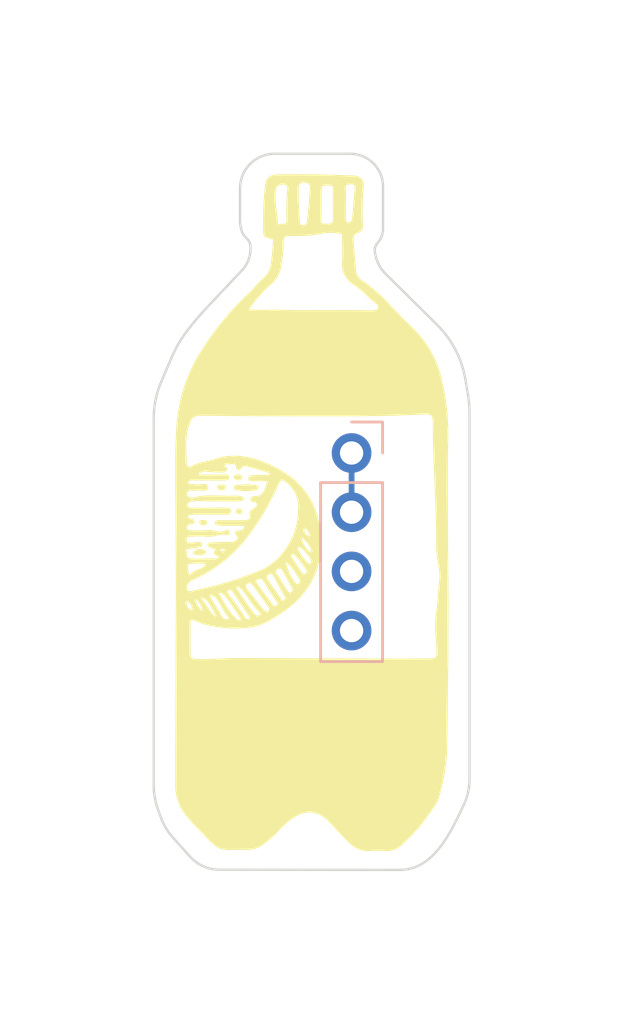
<source format=kicad_pcb>
(kicad_pcb (version 20240108) (generator "pcbnew") (generator_version "8.0")
  (layers (0 "F.Cu" signal) (31 "B.Cu" signal) (34 "B.Paste" user) (35 "F.Paste" user) (36 "B.SilkS" user "B.Silkscreen") (37 "F.SilkS" user "F.Silkscreen") (38 "B.Mask" user) (39 "F.Mask" user) (44 "Edge.Cuts" user))
  (net 0 "")
  (net 1 "Net-(J2-Pin_1)")
  (footprint "PCM_kikit:Tab" (layer "F.Cu") (at 151.75 80.5 90)
    (property "Reference" "REF**" (hide yes))
    (property "Value" "Tab")
  )
  (footprint "PCM_kikit:Tab" (layer "F.Cu") (at 151.75 49.25 -90)
    (property "Reference" "REF**" (hide yes))
    (property "Value" "Tab")
  )
  (footprint "PCM_kikit:Tab" (layer "F.Cu") (at 158.75 68.25 180)
    (property "Reference" "REF**" (hide yes))
    (property "Value" "Tab")
  )
  (footprint "PCM_kikit:Tab" (layer "F.Cu") (at 144.75 68.25)
    (property "Reference" "REF**" (hide yes))
    (property "Value" "Tab")
  )
  (footprint "Connector_PinHeader_2.54mm:PinHeader_1x04_P2.54mm_Vertical" (layer "B.Cu") (at 153.491021 62.340623 180)
    (property "Reference" "J2" (hide yes))
    (property "Value" "BOTTLE")
  )
  (gr_poly (pts (xy 147.95671 63.695164) (xy 147.973507 63.69589) (xy 147.989983 63.697396) (xy 148.005927 63.699905) (xy 148.021128 63.703643) (xy 148.028384 63.706043) (xy 148.035374 63.708835) (xy 148.042073 63.712047) (xy 148.048453 63.715706) (xy 148.054489 63.719842) (xy 148.060154 63.724482) (xy 148.065422 63.729655) (xy 148.070265 63.735388) (xy 148.074658 63.74171) (xy 148.078575 63.748649) (xy 148.081988 63.756233) (xy 148.084871 63.76449) (xy 148.087198 63.773448) (xy 148.088943 63.783136) (xy 148.090078 63.793581) (xy 148.090578 63.804812) (xy 148.090477 63.816139) (xy 148.08984 63.826862) (xy 148.088684 63.836996) (xy 148.087025 63.846557) (xy 148.08488 63.855558) (xy 148.082267 63.864016) (xy 148.079202 63.871944) (xy 148.075702 63.879359) (xy 148.071784 63.886274) (xy 148.067466 63.892705) (xy 148.062764 63.898667) (xy 148.057695 63.904174) (xy 148.052276 63.909242) (xy 148.046524 63.913885) (xy 148.040456 63.918119) (xy 148.034089 63.921957) (xy 148.027439 63.925416) (xy 148.020525 63.92851) (xy 148.013362 63.931254) (xy 148.005968 63.933663) (xy 147.998359 63.935752) (xy 147.990554 63.937536) (xy 147.982567 63.939029) (xy 147.974418 63.940247) (xy 147.957696 63.941916) (xy 147.940523 63.942663) (xy 147.923036 63.942607) (xy 147.90537 63.941867) (xy 147.887723 63.940571) (xy 147.870292 63.938699) (xy 147.853202 63.936154) (xy 147.836581 63.932839) (xy 147.820558 63.928655) (xy 147.805259 63.923506) (xy 147.790811 63.917293) (xy 147.783947 63.913758) (xy 147.777344 63.909919) (xy 147.771017 63.905766) (xy 147.764983 63.901286) (xy 147.759257 63.896467) (xy 147.753856 63.891297) (xy 147.748796 63.885763) (xy 147.744092 63.879854) (xy 147.73976 63.873556) (xy 147.735817 63.866858) (xy 147.732278 63.859748) (xy 147.729159 63.852213) (xy 147.726476 63.844242) (xy 147.724245 63.835821) (xy 147.722482 63.826939) (xy 147.721203 63.817584) (xy 147.720424 63.807744) (xy 147.720161 63.797405) (xy 147.72045 63.787199) (xy 147.721302 63.777745) (xy 147.722691 63.769012) (xy 147.724596 63.760971) (xy 147.726992 63.753592) (xy 147.729855 63.746845) (xy 147.733162 63.7407) (xy 147.736888 63.735128) (xy 147.741011 63.730099) (xy 147.745506 63.725582) (xy 147.750349 63.721548) (xy 147.755518 63.717967) (xy 147.760987 63.714809) (xy 147.766734 63.712045) (xy 147.772735 63.709645) (xy 147.778966 63.707578) (xy 147.785403 63.705815) (xy 147.792022 63.704326) (xy 147.7988 63.703081) (xy 147.805713 63.70205) (xy 147.819849 63.700513) (xy 147.83424 63.699475) (xy 147.863027 63.697941) (xy 147.877043 63.696968) (xy 147.890555 63.69554) (xy 147.923004 63.695146)) (fill solid) (layer "F.SilkS"))
  (gr_poly (pts (xy 149.213868 63.696928) (xy 149.267666 63.701384) (xy 149.321984 63.706535) (xy 149.37665 63.712554) (xy 149.43149 63.719615) (xy 149.434125 63.719792) (xy 149.436817 63.72031) (xy 149.439556 63.721154) (xy 149.442334 63.722307) (xy 149.445142 63.723753) (xy 149.447971 63.725475) (xy 149.450812 63.727459) (xy 149.453656 63.729686) (xy 149.456495 63.732141) (xy 149.45932 63.734808) (xy 149.462121 63.73767) (xy 149.464891 63.740712) (xy 149.4703 63.747266) (xy 149.475475 63.754342) (xy 149.480347 63.761808) (xy 149.484844 63.769535) (xy 149.488896 63.777391) (xy 149.492433 63.785248) (xy 149.495384 63.792974) (xy 149.496618 63.796748) (xy 149.497679 63.80044) (xy 149.498558 63.804035) (xy 149.499246 63.807516) (xy 149.499735 63.810866) (xy 149.500016 63.81407) (xy 149.499982 63.820647) (xy 149.499221 63.827794) (xy 149.497787 63.835386) (xy 149.495734 63.843298) (xy 149.493117 63.851406) (xy 149.489989 63.859584) (xy 149.486406 63.867707) (xy 149.482422 63.875652) (xy 149.47809 63.883293) (xy 149.473465 63.890505) (xy 149.468601 63.897164) (xy 149.463553 63.903144) (xy 149.458375 63.908321) (xy 149.455754 63.91057) (xy 149.453121 63.912571) (xy 149.450482 63.914309) (xy 149.447845 63.915768) (xy 149.445216 63.916932) (xy 149.442602 63.917787) (xy 149.383996 63.931844) (xy 149.32508 63.944027) (xy 149.265897 63.954336) (xy 149.206492 63.962771) (xy 149.14691 63.969331) (xy 149.087195 63.974017) (xy 149.027391 63.976828) (xy 148.967542 63.977765) (xy 148.907694 63.976828) (xy 148.84789 63.974017) (xy 148.788174 63.969331) (xy 148.728592 63.962771) (xy 148.669188 63.954336) (xy 148.610005 63.944027) (xy 148.551088 63.931844) (xy 148.492482 63.917787) (xy 148.490036 63.917584) (xy 148.487565 63.916988) (xy 148.485076 63.916018) (xy 148.482577 63.914694) (xy 148.480076 63.913035) (xy 148.477579 63.91106) (xy 148.475094 63.908789) (xy 148.472629 63.90624) (xy 148.470191 63.903434) (xy 148.467788 63.90039) (xy 148.465427 63.897126) (xy 148.463116 63.893663) (xy 148.458671 63.886214) (xy 148.454514 63.878198) (xy 148.450704 63.86977) (xy 148.447301 63.861084) (xy 148.444364 63.852296) (xy 148.441954 63.843558) (xy 148.44013 63.835027) (xy 148.439457 63.830887) (xy 148.438952 63.826857) (xy 148.438623 63.822955) (xy 148.438479 63.819202) (xy 148.438525 63.815616) (xy 148.43877 63.812217) (xy 148.439219 63.808866) (xy 148.439866 63.805418) (xy 148.441722 63.798286) (xy 148.444272 63.790921) (xy 148.447451 63.783423) (xy 148.451196 63.775892) (xy 148.455439 63.768429) (xy 148.460116 63.761134) (xy 148.465163 63.754108) (xy 148.470513 63.747451) (xy 148.476102 63.741263) (xy 148.481865 63.735645) (xy 148.487737 63.730697) (xy 148.493651 63.726519) (xy 148.496605 63.72475) (xy 148.499544 63.723212) (xy 148.502462 63.721917) (xy 148.50535 63.720877) (xy 148.5082 63.720104) (xy 148.511004 63.719613) (xy 148.570845 63.713844) (xy 148.631012 63.708879) (xy 148.75293 63.700401) (xy 148.877975 63.692269) (xy 149.007361 63.682574)) (fill solid) (layer "F.SilkS"))
  (gr_poly (pts (xy 147.076942 65.209878) (xy 147.106608 65.21072) (xy 147.121028 65.210891) (xy 147.134908 65.210543) (xy 147.148561 65.210122) (xy 147.16235 65.210304) (xy 147.176149 65.211169) (xy 147.189834 65.2128) (xy 147.20328 65.215277) (xy 147.216363 65.218682) (xy 147.228957 65.223096) (xy 147.235032 65.225707) (xy 147.240938 65.228601) (xy 147.246659 65.231788) (xy 147.252181 65.235278) (xy 147.257487 65.239081) (xy 147.262561 65.243208) (xy 147.267389 65.247669) (xy 147.271954 65.252473) (xy 147.276241 65.257632) (xy 147.280235 65.263154) (xy 147.283919 65.269052) (xy 147.287279 65.275333) (xy 147.290298 65.28201) (xy 147.292961 65.289091) (xy 147.295252 65.296588) (xy 147.297156 65.304509) (xy 147.298657 65.312867) (xy 147.29974 65.321669) (xy 147.298745 65.328865) (xy 147.297404 65.335928) (xy 147.295728 65.34285) (xy 147.293726 65.349623) (xy 147.291407 65.356241) (xy 147.288782 65.362695) (xy 147.285859 65.368977) (xy 147.282649 65.37508) (xy 147.27916 65.380996) (xy 147.275403 65.386717) (xy 147.271387 65.392235) (xy 147.267121 65.397544) (xy 147.262616 65.402634) (xy 147.25788 65.407498) (xy 147.252923 65.412129) (xy 147.247756 65.416518) (xy 147.242386 65.420659) (xy 147.236825 65.424542) (xy 147.231081 65.428161) (xy 147.225165 65.431508) (xy 147.219084 65.434575) (xy 147.212851 65.437353) (xy 147.206473 65.439837) (xy 147.19996 65.442017) (xy 147.193322 65.443886) (xy 147.186569 65.445436) (xy 147.17971 65.44666) (xy 147.172754 65.447549) (xy 147.165712 65.448097) (xy 147.158593 65.448295) (xy 147.151406 65.448135) (xy 147.14416 65.44761) (xy 147.127431 65.447248) (xy 147.110679 65.446108) (xy 147.094058 65.444106) (xy 147.077719 65.441156) (xy 147.061814 65.437176) (xy 147.046495 65.43208) (xy 147.031914 65.425786) (xy 147.024948 65.422162) (xy 147.018223 65.418208) (xy 147.011758 65.413911) (xy 147.005573 65.409263) (xy 146.999687 65.404251) (xy 146.994117 65.398866) (xy 146.988885 65.393097) (xy 146.984007 65.386934) (xy 146.979504 65.380366) (xy 146.975395 65.373382) (xy 146.971697 65.365973) (xy 146.968431 65.358127) (xy 146.965616 65.349834) (xy 146.963269 65.341083) (xy 146.961412 65.331865) (xy 146.960061 65.322168) (xy 146.959237 65.311982) (xy 146.958958 65.301296) (xy 146.959257 65.290781) (xy 146.96014 65.28109) (xy 146.961581 65.27219) (xy 146.963555 65.264049) (xy 146.966038 65.256634) (xy 146.969005 65.249911) (xy 146.972431 65.243849) (xy 146.976292 65.238413) (xy 146.980562 65.233572) (xy 146.985217 65.229291) (xy 146.990233 65.225539) (xy 146.995583 65.222283) (xy 147.001245 65.219489) (xy 147.007192 65.217125) (xy 147.0134 65.215158) (xy 147.019845 65.213554) (xy 147.026501 65.212282) (xy 147.033345 65.211307) (xy 147.04035 65.210598) (xy 147.047493 65.210121) (xy 147.062091 65.209732)) (fill solid) (layer "F.SilkS"))
  (gr_poly (pts (xy 148.642128 63.256146) (xy 148.658352 63.257115) (xy 148.674706 63.258887) (xy 148.690996 63.261608) (xy 148.707025 63.265425) (xy 148.722598 63.270485) (xy 148.730153 63.273527) (xy 148.73752 63.276934) (xy 148.744676 63.280726) (xy 148.751596 63.284919) (xy 148.758255 63.289533) (xy 148.76463 63.294586) (xy 148.770695 63.300095) (xy 148.776426 63.306081) (xy 148.7818 63.31256) (xy 148.78679 63.319551) (xy 148.791374 63.327072) (xy 148.795526 63.335143) (xy 148.799223 63.34378) (xy 148.802439 63.353002) (xy 148.805151 63.362828) (xy 148.807333 63.373276) (xy 148.806601 63.381576) (xy 148.805422 63.389778) (xy 148.803805 63.397869) (xy 148.80176 63.405832) (xy 148.799294 63.41365) (xy 148.796416 63.421308) (xy 148.793135 63.42879) (xy 148.789459 63.43608) (xy 148.785397 63.443163) (xy 148.780957 63.450021) (xy 148.776148 63.456639) (xy 148.770978 63.463002) (xy 148.765457 63.469093) (xy 148.759592 63.474896) (xy 148.753393 63.480395) (xy 148.746867 63.485575) (xy 148.740067 63.49039) (xy 148.733052 63.494802) (xy 148.725838 63.498808) (xy 148.718445 63.502403) (xy 148.710889 63.505585) (xy 148.703189 63.508349) (xy 148.695362 63.510691) (xy 148.687425 63.512608) (xy 148.679397 63.514097) (xy 148.671295 63.515152) (xy 148.663137 63.515771) (xy 148.65494 63.515949) (xy 148.646723 63.515683) (xy 148.638503 63.51497) (xy 148.630298 63.513804) (xy 148.622125 63.512183) (xy 148.604784 63.511762) (xy 148.587579 63.510458) (xy 148.570645 63.508216) (xy 148.554119 63.504978) (xy 148.538134 63.500687) (xy 148.522829 63.495287) (xy 148.508337 63.48872) (xy 148.501438 63.484981) (xy 148.494794 63.480929) (xy 148.488421 63.476557) (xy 148.482337 63.471858) (xy 148.476558 63.466825) (xy 148.4711 63.46145) (xy 148.465983 63.455726) (xy 148.461221 63.449647) (xy 148.456832 63.443204) (xy 148.452833 63.436392) (xy 148.449241 63.429203) (xy 148.446073 63.421629) (xy 148.443346 63.413665) (xy 148.441077 63.405301) (xy 148.439282 63.396532) (xy 148.437979 63.387351) (xy 148.437185 63.377749) (xy 148.436917 63.367721) (xy 148.437158 63.357799) (xy 148.437871 63.348506) (xy 148.439039 63.339822) (xy 148.440646 63.331725) (xy 148.442675 63.324193) (xy 148.445109 63.317206) (xy 148.447931 63.310742) (xy 148.451126 63.304779) (xy 148.454676 63.299297) (xy 148.458564 63.294273) (xy 148.462775 63.289687) (xy 148.467292 63.285517) (xy 148.472097 63.281741) (xy 148.477175 63.278339) (xy 148.482508 63.275289) (xy 148.488081 63.27257) (xy 148.493876 63.27016) (xy 148.499876 63.268038) (xy 148.506066 63.266182) (xy 148.512429 63.264571) (xy 148.518948 63.263185) (xy 148.525605 63.262001) (xy 148.539273 63.260154) (xy 148.553298 63.258861) (xy 148.567549 63.257951) (xy 148.596193 63.256594) (xy 148.610853 63.256032) (xy 148.62623 63.255834)) (fill solid) (layer "F.SilkS"))
  (gr_poly (pts (xy 146.966772 66.459137) (xy 146.98489 66.460699) (xy 146.984884 66.460699) (xy 147.0176 66.46347) (xy 147.049014 66.465503) (xy 147.079038 66.467797) (xy 147.093502 66.469353) (xy 147.107586 66.471349) (xy 147.12128 66.473909) (xy 147.134572 66.477158) (xy 147.147451 66.481221) (xy 147.159907 66.486223) (xy 147.171929 66.492289) (xy 147.183507 66.499542) (xy 147.189125 66.503654) (xy 147.194628 66.508109) (xy 147.200014 66.512924) (xy 147.205282 66.518113) (xy 147.209465 66.521335) (xy 147.213444 66.524762) (xy 147.217214 66.528384) (xy 147.220769 66.532192) (xy 147.224105 66.536175) (xy 147.227214 66.540324) (xy 147.230092 66.544627) (xy 147.232732 66.549076) (xy 147.235131 66.55366) (xy 147.237281 66.55837) (xy 147.239177 66.563195) (xy 147.240813 66.568125) (xy 147.242185 66.573151) (xy 147.243286 66.578262) (xy 147.244112 66.583448) (xy 147.244655 66.5887) (xy 147.24491 66.593973) (xy 147.244877 66.599225) (xy 147.24456 66.604444) (xy 147.243963 66.609619) (xy 147.24309 66.61474) (xy 147.241944 66.619797) (xy 147.24053 66.624778) (xy 147.238852 66.629672) (xy 147.236914 66.634469) (xy 147.23472 66.639158) (xy 147.232273 66.643729) (xy 147.229578 66.64817) (xy 147.226638 66.652471) (xy 147.223459 66.656621) (xy 147.220043 66.66061) (xy 147.216394 66.664426) (xy 147.18749 66.678505) (xy 147.158028 66.690972) (xy 147.128075 66.701823) (xy 147.097696 66.711055) (xy 147.066956 66.718663) (xy 147.035921 66.724643) (xy 147.004657 66.728991) (xy 146.973228 66.731705) (xy 146.9417 66.732778) (xy 146.91014 66.732209) (xy 146.878611 66.729992) (xy 146.847181 66.726124) (xy 146.815913 66.720601) (xy 146.784875 66.713419) (xy 146.75413 66.704573) (xy 146.723745 66.694061) (xy 146.718572 66.689857) (xy 146.713815 66.685582) (xy 146.709464 66.681243) (xy 146.705512 66.676846) (xy 146.701951 66.672395) (xy 146.698772 66.667897) (xy 146.695968 66.663358) (xy 146.69353 66.658784) (xy 146.69145 66.654179) (xy 146.68972 66.649551) (xy 146.688332 66.644904) (xy 146.687278 66.640245) (xy 146.686549 66.635578) (xy 146.686138 66.630911) (xy 146.686036 66.626249) (xy 146.686235 66.621597) (xy 146.686727 66.616962) (xy 146.687504 66.612348) (xy 146.688558 66.607763) (xy 146.689881 66.60321) (xy 146.691464 66.598698) (xy 146.693299 66.59423) (xy 146.695378 66.589813) (xy 146.697694 66.585453) (xy 146.700237 66.581156) (xy 146.703001 66.576926) (xy 146.705975 66.572771) (xy 146.709154 66.568695) (xy 146.716088 66.560805) (xy 146.723739 66.553304) (xy 146.736827 66.540677) (xy 146.750537 66.528893) (xy 146.764829 66.517968) (xy 146.779663 66.507917) (xy 146.794996 66.498752) (xy 146.810788 66.49049) (xy 146.826997 66.483145) (xy 146.843583 66.476731) (xy 146.860505 66.471263) (xy 146.87772 66.466756) (xy 146.895189 66.463223) (xy 146.91287 66.460681) (xy 146.930721 66.459143) (xy 146.948702 66.458623)) (fill solid) (layer "F.SilkS"))
  (gr_poly (pts (xy 148.664725 64.717891) (xy 148.671828 64.717883) (xy 148.678891 64.71823) (xy 148.6859 64.718929) (xy 148.692845 64.719975) (xy 148.699712 64.721361) (xy 148.70649 64.723085) (xy 148.713166 64.72514) (xy 148.719728 64.727522) (xy 148.726163 64.730227) (xy 148.732461 64.73325) (xy 148.738608 64.736585) (xy 148.744591 64.740228) (xy 148.7504 64.744174) (xy 148.756022 64.748418) (xy 148.761444 64.752956) (xy 148.766655 64.757783) (xy 148.771616 64.762867) (xy 148.776293 64.768169) (xy 148.780683 64.773679) (xy 148.784779 64.779384) (xy 148.788576 64.785272) (xy 148.79207 64.791331) (xy 148.795255 64.797548) (xy 148.798127 64.803912) (xy 148.800679 64.81041) (xy 148.802907 64.817031) (xy 148.804807 64.823762) (xy 148.806372 64.830592) (xy 148.807597 64.837507) (xy 148.808478 64.844496) (xy 148.80901 64.851547) (xy 148.809187 64.858648) (xy 148.808983 64.865616) (xy 148.808378 64.872285) (xy 148.807386 64.878661) (xy 148.806018 64.884748) (xy 148.804286 64.890551) (xy 148.802204 64.896076) (xy 148.799781 64.901327) (xy 148.797032 64.906311) (xy 148.793969 64.911031) (xy 148.790603 64.915493) (xy 148.786946 64.919702) (xy 148.783012 64.923663) (xy 148.778811 64.927381) (xy 148.774357 64.930862) (xy 148.769661 64.93411) (xy 148.764737 64.93713) (xy 148.759595 64.939928) (xy 148.754248 64.942508) (xy 148.748709 64.944877) (xy 148.742989 64.947038) (xy 148.737101 64.948997) (xy 148.731057 64.950758) (xy 148.72487 64.952328) (xy 148.71855 64.953711) (xy 148.705566 64.955937) (xy 148.692202 64.957477) (xy 148.678555 64.958371) (xy 148.664725 64.95866) (xy 148.650853 64.958347) (xy 148.637096 64.957372) (xy 148.623566 64.955681) (xy 148.610378 64.953219) (xy 148.597646 64.949933) (xy 148.585484 64.945767) (xy 148.574006 64.940669) (xy 148.568558 64.937752) (xy 148.563324 64.934582) (xy 148.558319 64.931152) (xy 148.553555 64.927454) (xy 148.549048 64.923483) (xy 148.544811 64.91923) (xy 148.540859 64.91469) (xy 148.537206 64.909856) (xy 148.533867 64.904721) (xy 148.530855 64.899277) (xy 148.528185 64.893519) (xy 148.525871 64.887439) (xy 148.523927 64.881031) (xy 148.522368 64.874289) (xy 148.521208 64.867204) (xy 148.520461 64.85977) (xy 148.520141 64.851982) (xy 148.520262 64.843831) (xy 148.520986 64.836923) (xy 148.522043 64.830131) (xy 148.523423 64.823461) (xy 148.525118 64.816922) (xy 148.527119 64.810521) (xy 148.529418 64.804266) (xy 148.532005 64.798164) (xy 148.534871 64.792223) (xy 148.538009 64.786451) (xy 148.541409 64.780855) (xy 148.545062 64.775443) (xy 148.548959 64.770223) (xy 148.553093 64.765202) (xy 148.557453 64.760389) (xy 148.562032 64.75579) (xy 148.56682 64.751413) (xy 148.571808 64.747267) (xy 148.576988 64.743358) (xy 148.582352 64.739695) (xy 148.587889 64.736284) (xy 148.593592 64.733135) (xy 148.599451 64.730254) (xy 148.605459 64.727649) (xy 148.611605 64.725327) (xy 148.617881 64.723297) (xy 148.624279 64.721566) (xy 148.63079 64.720142) (xy 148.637404 64.719032) (xy 148.644114 64.718245) (xy 148.65091 64.717787) (xy 148.657783 64.717666)) (fill solid) (layer "F.SilkS"))
  (gr_poly (pts (xy 151.961431 50.383922) (xy 152.771892 50.401256) (xy 153.582003 50.430918) (xy 153.605886 50.430099) (xy 153.629633 50.430655) (xy 153.653194 50.432562) (xy 153.676513 50.4358) (xy 153.699539 50.440346) (xy 153.722218 50.446179) (xy 153.744497 50.453275) (xy 153.766323 50.461613) (xy 153.787643 50.471172) (xy 153.808403 50.481928) (xy 153.828551 50.493861) (xy 153.848034 50.506947) (xy 153.866798 50.521166) (xy 153.88479 50.536494) (xy 153.901958 50.55291) (xy 153.918247 50.570392) (xy 153.933501 50.588786) (xy 153.947585 50.607913) (xy 153.960484 50.62772) (xy 153.972184 50.648149) (xy 153.982669 50.669147) (xy 153.991925 50.690656) (xy 153.999936 50.712623) (xy 154.006687 50.734991) (xy 154.012164 50.757704) (xy 154.016351 50.780708) (xy 154.019232 50.803947) (xy 154.020794 50.827365) (xy 154.021021 50.850906) (xy 154.019898 50.874516) (xy 154.01741 50.898139) (xy 154.013542 50.921719) (xy 153.996436 51.120827) (xy 153.982893 51.320161) (xy 153.972913 51.519672) (xy 153.966498 51.719314) (xy 153.963648 51.919037) (xy 153.964364 52.118795) (xy 153.968647 52.318539) (xy 153.976498 52.518223) (xy 153.978277 52.548898) (xy 153.979274 52.579668) (xy 153.97923 52.610324) (xy 153.977884 52.640658) (xy 153.974975 52.67046) (xy 153.970243 52.699522) (xy 153.963427 52.727634) (xy 153.959157 52.741269) (xy 153.954268 52.754588) (xy 153.948727 52.767565) (xy 153.942504 52.780174) (xy 153.935564 52.792389) (xy 153.927875 52.804184) (xy 153.919404 52.815533) (xy 153.91012 52.82641) (xy 153.89999 52.836788) (xy 153.88898 52.846641) (xy 153.877059 52.855943) (xy 153.864194 52.864669) (xy 153.850352 52.872792) (xy 153.835501 52.880286) (xy 153.819608 52.887124) (xy 153.80264 52.893281) (xy 153.784566 52.898731) (xy 153.765352 52.903448) (xy 153.749829 52.90731) (xy 153.735192 52.911599) (xy 153.721415 52.916307) (xy 153.708472 52.921426) (xy 153.696338 52.92695) (xy 153.684987 52.932871) (xy 153.674392 52.939181) (xy 153.664529 52.945873) (xy 153.65537 52.952939) (xy 153.646892 52.960372) (xy 153.639068 52.968165) (xy 153.631871 52.976309) (xy 153.625277 52.984798) (xy 153.619259 52.993625) (xy 153.613792 53.00278) (xy 153.60885 53.012258) (xy 153.604408 53.022051) (xy 153.600439 53.032151) (xy 153.596917 53.042551) (xy 153.593817 53.053243) (xy 153.591113 53.06422) (xy 153.58878 53.075474) (xy 153.585121 53.098785) (xy 153.582635 53.123116) (xy 153.581114 53.148408) (xy 153.580352 53.1746) (xy 153.580144 53.201633) (xy 153.628299 53.843379) (xy 153.653069 54.164252) (xy 153.682006 54.485125) (xy 153.686501 54.521077) (xy 153.693082 54.556473) (xy 153.701698 54.591236) (xy 153.712301 54.625287) (xy 153.724841 54.658549) (xy 153.739269 54.690944) (xy 153.755535 54.722393) (xy 153.77359 54.752818) (xy 153.793383 54.782141) (xy 153.814867 54.810285) (xy 153.837991 54.837171) (xy 153.862706 54.86272) (xy 153.888963 54.886856) (xy 153.916712 54.909499) (xy 153.945903 54.930573) (xy 153.976487 54.949997) (xy 154.139134 55.066191) (xy 154.29811 55.187135) (xy 154.453315 55.31274) (xy 154.604647 55.442916) (xy 154.752005 55.577574) (xy 154.895289 55.716624) (xy 155.034397 55.859976) (xy 155.169229 56.007541) (xy 155.285976 56.133959) (xy 155.404155 56.259076) (xy 155.523636 56.382977) (xy 155.644289 56.505749) (xy 155.88859 56.748255) (xy 156.136017 56.987289) (xy 156.255498 57.108454) (xy 156.369964 57.233773) (xy 156.479329 57.363085) (xy 156.583505 57.496227) (xy 156.682406 57.633038) (xy 156.775944 57.773357) (xy 156.864034 57.917022) (xy 156.946587 58.06387) (xy 157.023517 58.213741) (xy 157.094737 58.366472) (xy 157.160161 58.521902) (xy 157.219701 58.67987) (xy 157.27327 58.840213) (xy 157.320782 59.00277) (xy 157.362149 59.167379) (xy 157.397285 59.333878) (xy 157.455924 59.604945) (xy 157.506645 59.877427) (xy 157.549429 60.15115) (xy 157.584255 60.42594) (xy 157.611105 60.701623) (xy 157.629959 60.978027) (xy 157.640798 61.254977) (xy 157.643603 61.5323) (xy 157.62393 62.736609) (xy 157.618864 63.940876) (xy 157.63458 66.349105) (xy 157.654809 68.75664) (xy 157.64361 71.16313) (xy 157.593605 75.159924) (xy 157.575478 75.403351) (xy 157.550576 75.646035) (xy 157.518922 75.887835) (xy 157.480541 76.128612) (xy 157.435458 76.368225) (xy 157.383695 76.606532) (xy 157.325279 76.843395) (xy 157.260232 77.078673) (xy 157.242411 77.142083) (xy 157.220455 77.204565) (xy 157.194745 77.26619) (xy 157.165659 77.327028) (xy 157.133579 77.38715) (xy 157.098883 77.446626) (xy 157.061951 77.505527) (xy 157.023164 77.563924) (xy 156.691641 78.021389) (xy 156.572309 78.181918) (xy 156.448256 78.338653) (xy 156.319576 78.491495) (xy 156.186362 78.64034) (xy 156.048707 78.78509) (xy 155.906705 78.925642) (xy 155.760449 79.061895) (xy 155.610031 79.193749) (xy 155.576606 79.223698) (xy 155.541816 79.251694) (xy 155.505748 79.277706) (xy 155.468489 79.301704) (xy 155.430124 79.323658) (xy 155.390741 79.343538) (xy 155.350426 79.361313) (xy 155.309266 79.376952) (xy 155.267348 79.390427) (xy 155.224757 79.401705) (xy 155.18158 79.410757) (xy 155.137904 79.417554) (xy 155.093816 79.422063) (xy 155.049402 79.424255) (xy 155.004749 79.4241) (xy 154.959943 79.421568) (xy 154.871116 79.415987) (xy 154.782226 79.412001) (xy 154.693294 79.409609) (xy 154.604341 79.408812) (xy 154.515388 79.409608) (xy 154.426456 79.411999) (xy 154.337568 79.415984) (xy 154.248743 79.421562) (xy 154.18704 79.423626) (xy 154.125672 79.422198) (xy 154.064774 79.417333) (xy 154.004479 79.409084) (xy 153.944919 79.397506) (xy 153.886227 79.382653) (xy 153.828539 79.36458) (xy 153.771985 79.34334) (xy 153.7167 79.318989) (xy 153.662817 79.29158) (xy 153.610468 79.261168) (xy 153.559788 79.227807) (xy 153.510909 79.191551) (xy 153.463965 79.152455) (xy 153.419089 79.110574) (xy 153.376414 79.06596) (xy 153.150344 78.837229) (xy 152.925894 78.606645) (xy 152.703066 78.374207) (xy 152.48186 78.139917) (xy 152.443664 78.100521) (xy 152.404788 78.063254) (xy 152.365249 78.028128) (xy 152.325063 77.995156) (xy 152.284244 77.96435) (xy 152.242809 77.935723) (xy 152.200773 77.909287) (xy 152.158151 77.885055) (xy 152.11496 77.86304) (xy 152.071214 77.843254) (xy 152.026931 77.825709) (xy 151.982124 77.810419) (xy 151.936809 77.797395) (xy 151.891003 77.786651) (xy 151.844721 77.778198) (xy 151.797979 77.77205) (xy 151.750791 77.768218) (xy 151.703174 77.766717) (xy 151.655144 77.767557) (xy 151.606715 77.770751) (xy 151.557903 77.776313) (xy 151.508725 77.784255) (xy 151.459196 77.794588) (xy 151.40933 77.807327) (xy 151.359145 77.822482) (xy 151.308655 77.840068) (xy 151.257876 77.860096) (xy 151.206824 77.882579) (xy 151.155514 77.907529) (xy 151.103962 77.934959) (xy 151.052183 77.964882) (xy 151.000193 77.997311) (xy 150.90533 78.065181) (xy 150.812765 78.136005) (xy 150.722563 78.209722) (xy 150.634794 78.286273) (xy 150.549522 78.365598) (xy 150.466815 78.447635) (xy 150.38674 78.532325) (xy 150.309364 78.619608) (xy 150.238978 78.690371) (xy 150.167085 78.75955) (xy 150.093711 78.827121) (xy 150.018883 78.893062) (xy 149.942629 78.957348) (xy 149.864977 79.019955) (xy 149.785952 79.080861) (xy 149.705583 79.140042) (xy 149.672432 79.165637) (xy 149.638371 79.1898) (xy 149.603448 79.212514) (xy 149.56771 79.23376) (xy 149.531205 79.25352) (xy 149.49398 79.271779) (xy 149.456082 79.288517) (xy 149.417559 79.303717) (xy 149.378458 79.317362) (xy 149.338826 79.329435) (xy 149.298711 79.339916) (xy 149.25816 79.34879) (xy 149.217221 79.356038) (xy 149.17594 79.361643) (xy 149.134365 79.365587) (xy 149.092544 79.367852) (xy 148.959194 79.367852) (xy 148.290621 79.376967) (xy 148.170596 79.374668) (xy 148.063346 79.366972) (xy 148.013563 79.360544) (xy 147.965836 79.352098) (xy 147.919785 79.341412) (xy 147.87503 79.328263) (xy 147.831193 79.312428) (xy 147.787892 79.293684) (xy 147.74475 79.271808) (xy 147.701387 79.246579) (xy 147.657422 79.217772) (xy 147.612477 79.185166) (xy 147.518128 79.107661) (xy 147.415304 79.012284) (xy 147.300968 78.89725) (xy 147.172085 78.760779) (xy 147.025619 78.601087) (xy 146.934697 78.511347) (xy 146.845119 78.420296) (xy 146.756899 78.327949) (xy 146.670051 78.23432) (xy 146.584588 78.139425) (xy 146.500524 78.043278) (xy 146.417873 77.945895) (xy 146.336649 77.847291) (xy 146.288613 77.782258) (xy 146.24339 77.715524) (xy 146.201012 77.64718) (xy 146.161511 77.577321) (xy 146.124919 77.506038) (xy 146.09127 77.433424) (xy 146.060593 77.359573) (xy 146.032923 77.284578) (xy 146.008291 77.20853) (xy 145.986728 77.131524) (xy 145.968268 77.053651) (xy 145.952943 76.975005) (xy 145.940784 76.895678) (xy 145.931823 76.815763) (xy 145.926094 76.735354) (xy 145.923627 76.654543) (xy 145.942149 69.855549) (xy 145.948491 68.777782) (xy 146.412538 68.777782) (xy 146.413322 68.810975) (xy 146.416119 68.842217) (xy 146.418329 68.857117) (xy 146.421109 68.871539) (xy 146.424481 68.885489) (xy 146.428469 68.89897) (xy 146.433095 68.911985) (xy 146.43838 68.924539) (xy 146.444348 68.936636) (xy 146.45102 68.948278) (xy 146.45842 68.95947) (xy 146.466569 68.970215) (xy 146.47549 68.980517) (xy 146.485205 68.99038) (xy 146.495736 68.999807) (xy 146.507107 69.008803) (xy 146.519339 69.017371) (xy 146.532455 69.025515) (xy 146.546477 69.033238) (xy 146.561427 69.040545) (xy 146.577328 69.047438) (xy 146.594203 69.053922) (xy 146.612073 69.06) (xy 146.630961 69.065677) (xy 146.671881 69.075839) (xy 146.666339 69.046544) (xy 146.659213 69.017763) (xy 146.650542 68.989552) (xy 146.640363 68.961965) (xy 146.628714 68.935059) (xy 146.615634 68.90889) (xy 146.601161 68.883511) (xy 146.585331 68.85898) (xy 146.568184 68.835351) (xy 146.549757 68.812679) (xy 146.530089 68.791021) (xy 146.509216 68.770431) (xy 146.487177 68.750966) (xy 146.46401 68.732679) (xy 146.439754 68.715628) (xy 146.414445 68.699867) (xy 146.416293 68.705424) (xy 146.413588 68.742608) (xy 146.412538 68.777782) (xy 145.948491 68.777782) (xy 145.949505 68.605407) (xy 146.785248 68.605407) (xy 146.792853 68.641745) (xy 146.802548 68.679385) (xy 146.813917 68.716428) (xy 146.826927 68.752822) (xy 146.841547 68.788516) (xy 146.857746 68.823459) (xy 146.875493 68.857599) (xy 146.894757 68.890885) (xy 146.915506 68.923266) (xy 146.937709 68.954691) (xy 146.961335 68.985108) (xy 146.986353 69.014466) (xy 147.012732 69.042715) (xy 147.04044 69.069802) (xy 147.069445 69.095677) (xy 147.099718 69.120288) (xy 147.091274 69.082201) (xy 147.081178 69.044661) (xy 147.06946 69.007715) (xy 147.056149 68.971412) (xy 147.041276 68.9358) (xy 147.024869 68.900929) (xy 147.006959 68.866845) (xy 146.987575 68.833599) (xy 146.966747 68.801237) (xy 146.944504 68.769809) (xy 146.920877 68.739363) (xy 146.895895 68.709948) (xy 146.869587 68.681612) (xy 146.841983 68.654403) (xy 146.813114 68.628369) (xy 146.785248 68.605407) (xy 145.949505 68.605407) (xy 145.949789 68.55718) (xy 145.949786 68.555404) (xy 147.012664 68.555404) (xy 147.059991 68.604948) (xy 147.104353 68.656141) (xy 147.146214 68.70868) (xy 147.186037 68.76226) (xy 147.261426 68.87133) (xy 147.334232 68.980922) (xy 147.408167 69.088603) (xy 147.446718 69.140968) (xy 147.486943 69.191944) (xy 147.529305 69.241226) (xy 147.574269 69.288513) (xy 147.622299 69.333498) (xy 147.673859 69.37588) (xy 147.673859 69.375877) (xy 147.624537 69.267794) (xy 147.577156 69.168411) (xy 147.531527 69.077487) (xy 147.487463 68.994781) (xy 147.444778 68.920052) (xy 147.403284 68.853057) (xy 147.362793 68.793556) (xy 147.32312 68.741306) (xy 147.284075 68.696067) (xy 147.245473 68.657597) (xy 147.207126 68.625655) (xy 147.168847 68.599999) (xy 147.130448 68.580387) (xy 147.091743 68.566578) (xy 147.052544 68.558331) (xy 147.012664 68.555404) (xy 145.949786 68.555404) (xy 145.949623 68.453542) (xy 147.401603 68.453542) (xy 147.413613 68.471008) (xy 147.425242 68.488722) (xy 147.436486 68.506677) (xy 147.447341 68.524867) (xy 147.457803 68.543286) (xy 147.467869 68.561928) (xy 147.477535 68.580785) (xy 147.486797 68.599853) (xy 147.521871 68.662015) (xy 147.55764 68.723482) (xy 147.594103 68.784254) (xy 147.631259 68.844332) (xy 147.816467 69.142518) (xy 147.834294 69.179712) (xy 147.853138 69.216374) (xy 147.872986 69.252484) (xy 147.893826 69.288021) (xy 147.915646 69.322965) (xy 147.938434 69.357295) (xy 147.962176 69.390991) (xy 147.986862 69.424033) (xy 147.992551 69.429359) (xy 147.998498 69.434237) (xy 148.004689 69.438686) (xy 148.011109 69.442724) (xy 148.017745 69.44637) (xy 148.024583 69.449643) (xy 148.031608 69.452561) (xy 148.038808 69.455142) (xy 148.053673 69.459372) (xy 148.069067 69.462482) (xy 148.084879 69.46462) (xy 148.100997 69.465937) (xy 148.117311 69.46658) (xy 148.133709 69.4667) (xy 148.166312 69.465966) (xy 148.197915 69.464927) (xy 148.213064 69.464667) (xy 148.22763 69.464779) (xy 148.217077 69.446369) (xy 148.206159 69.428181) (xy 148.194878 69.410221) (xy 148.183239 69.392494) (xy 148.171245 69.375005) (xy 148.158901 69.35776) (xy 148.146208 69.340763) (xy 148.133172 69.324021) (xy 148.027602 69.155481) (xy 147.875735 68.896188) (xy 147.859067 68.868407) (xy 147.84079 68.834198) (xy 147.821973 68.800291) (xy 147.802619 68.766693) (xy 147.782733 68.733411) (xy 147.762317 68.700451) (xy 147.741377 68.667819) (xy 147.719916 68.635521) (xy 147.697937 68.603564) (xy 147.685147 68.587758) (xy 147.67115 68.571745) (xy 147.656041 68.555754) (xy 147.639914 68.540013) (xy 147.622865 68.524749) (xy 147.604989 68.510191) (xy 147.58638 68.496566) (xy 147.567133 68.484102) (xy 147.5573 68.478377) (xy 147.547344 68.473028) (xy 147.537276 68.468083) (xy 147.527107 68.46357) (xy 147.516851 68.459519) (xy 147.506518 68.455957) (xy 147.49612 68.452914) (xy 147.48567 68.450417) (xy 147.47518 68.448496) (xy 147.46466 68.447178) (xy 147.454124 68.446492) (xy 147.443582 68.446467) (xy 147.433048 68.447131) (xy 147.422531 68.448512) (xy 147.412046 68.45064) (xy 147.401603 68.453542) (xy 145.949623 68.453542) (xy 145.949474 68.360935) (xy 147.803502 68.360935) (xy 147.926454 68.580736) (xy 148.054375 68.797651) (xy 148.18425 69.002194) (xy 148.248977 69.096863) (xy 148.31306 69.184881) (xy 148.376124 69.265065) (xy 148.43779 69.336228) (xy 148.497682 69.397184) (xy 148.555423 69.446749) (xy 148.610635 69.483736) (xy 148.637175 69.497142) (xy 148.662941 69.50696) (xy 148.687887 69.51304) (xy 148.711965 69.515235) (xy 148.735128 69.513396) (xy 148.757329 69.507375) (xy 148.751767 69.507375) (xy 148.459312 69.051647) (xy 148.317273 68.838932) (xy 148.183177 68.650786) (xy 148.120316 68.569318) (xy 148.060889 68.498062) (xy 148.00538 68.438374) (xy 147.954271 68.391611) (xy 147.908046 68.359129) (xy 147.886916 68.348667) (xy 147.867188 68.342284) (xy 147.848922 68.34015) (xy 147.832178 68.342434) (xy 147.817018 68.349306) (xy 147.803502 68.360935) (xy 145.949474 68.360935) (xy 145.949382 68.303473) (xy 148.166831 68.303473) (xy 148.167161 68.309511) (xy 148.168035 68.31555) (xy 148.169417 68.321587) (xy 148.171268 68.327617) (xy 148.173552 68.333635) (xy 148.176232 68.339635) (xy 148.17927 68.345614) (xy 148.182628 68.351566) (xy 148.190159 68.363372) (xy 148.198525 68.375016) (xy 148.207428 68.386459) (xy 148.225652 68.40859) (xy 148.234377 68.419202) (xy 148.242444 68.429461) (xy 148.340888 68.555726) (xy 148.437558 68.683326) (xy 148.53244 68.812242) (xy 148.625522 68.942455) (xy 148.71679 69.073945) (xy 148.806231 69.206695) (xy 148.89383 69.340684) (xy 148.978264 69.473824) (xy 148.980569 69.472702) (xy 148.988298 69.469401) (xy 149.006634 69.462521) (xy 149.027705 69.45538) (xy 149.050187 69.448109) (xy 149.072755 69.440838) (xy 149.094085 69.433697) (xy 149.112855 69.426817) (xy 149.120866 69.423516) (xy 149.12774 69.420328) (xy 148.386907 68.309077) (xy 148.378702 68.2973) (xy 148.37006 68.285706) (xy 148.360979 68.274474) (xy 148.351456 68.263788) (xy 148.341488 68.25383) (xy 148.336336 68.24918) (xy 148.331072 68.244779) (xy 148.325695 68.240652) (xy 148.320206 68.23682) (xy 148.314603 68.233306) (xy 148.308887 68.230133) (xy 148.303057 68.227323) (xy 148.297112 68.2249) (xy 148.291053 68.222885) (xy 148.284879 68.221303) (xy 148.278589 68.220174) (xy 148.272184 68.219523) (xy 148.265663 68.219372) (xy 148.259026 68.219743) (xy 148.252272 68.22066) (xy 148.245401 68.222144) (xy 148.238412 68.22422) (xy 148.231306 68.226909) (xy 148.224082 68.230234) (xy 148.21674 68.234218) (xy 148.209278 68.238883) (xy 148.201698 68.244253) (xy 148.19453 68.250009) (xy 148.188279 68.255815) (xy 148.182908 68.261665) (xy 148.178381 68.267555) (xy 148.174659 68.273481) (xy 148.171706 68.279437) (xy 148.169484 68.285419) (xy 148.167955 68.291422) (xy 148.167084 68.297442) (xy 148.166831 68.303473) (xy 145.949382 68.303473) (xy 145.949072 68.110807) (xy 146.424088 68.110807) (xy 146.424789 68.127171) (xy 146.426654 68.1435) (xy 146.429692 68.159731) (xy 146.433912 68.175802) (xy 146.43932 68.191649) (xy 146.445927 68.207209) (xy 146.4519 68.216972) (xy 146.458009 68.225795) (xy 146.464248 68.233718) (xy 146.470612 68.240778) (xy 146.477095 68.247014) (xy 146.483692 68.252462) (xy 146.490397 68.257162) (xy 146.497206 68.261151) (xy 146.504113 68.264467) (xy 146.511111 68.267149) (xy 146.518197 68.269233) (xy 146.525364 68.270759) (xy 146.532606 68.271763) (xy 146.53992 68.272285) (xy 146.547298 68.272362) (xy 146.554736 68.272032) (xy 146.562229 68.271333) (xy 146.56977 68.270303) (xy 146.584978 68.267402) (xy 146.600315 68.263633) (xy 146.61574 68.259299) (xy 146.646675 68.250155) (xy 146.6621 68.245952) (xy 146.677437 68.2424) (xy 147.055542 68.164935) (xy 147.319443 68.103497) (xy 148.542487 68.103497) (xy 148.637312 68.254606) (xy 148.734177 68.404386) (xy 148.833067 68.552816) (xy 148.933969 68.699877) (xy 149.036868 68.845548) (xy 149.141749 68.989808) (xy 149.248599 69.132637) (xy 149.357402 69.274014) (xy 149.36234 69.279879) (xy 149.36743 69.285323) (xy 149.372672 69.290345) (xy 149.378068 69.294947) (xy 149.383617 69.29913) (xy 149.389319 69.302895) (xy 149.395176 69.306243) (xy 149.401187 69.309175) (xy 149.407352 69.311691) (xy 149.413672 69.313794) (xy 149.420148 69.315483) (xy 149.42678 69.31676) (xy 149.433567 69.317627) (xy 149.440511 69.318083) (xy 149.447611 69.31813) (xy 149.454868 69.31777) (xy 149.462283 69.317002) (xy 149.469856 69.315829) (xy 149.477586 69.31425) (xy 149.485475 69.312268) (xy 149.493522 69.309882) (xy 149.501729 69.307095) (xy 149.510095 69.303907) (xy 149.51862 69.30032) (xy 149.527306 69.296333) (xy 149.536152 69.291949) (xy 149.545159 69.287167) (xy 149.554326 69.281991) (xy 149.573146 69.270453) (xy 149.592615 69.257346) (xy 149.529564 69.19157) (xy 149.468727 69.124246) (xy 149.409844 69.055559) (xy 149.352654 68.985698) (xy 149.24231 68.8432) (xy 149.135613 68.698249) (xy 148.924823 68.40698) (xy 148.816564 68.263657) (xy 148.760807 68.193229) (xy 148.703617 68.123872) (xy 148.702992 68.122379) (xy 148.702153 68.121018) (xy 148.701094 68.119783) (xy 148.699808 68.118666) (xy 148.698287 68.117659) (xy 148.696524 68.116753) (xy 148.694512 68.115942) (xy 148.692244 68.115218) (xy 148.689713 68.114572) (xy 148.686912 68.113997) (xy 148.683833 68.113485) (xy 148.68047 68.113029) (xy 148.672861 68.11225) (xy 148.664029 68.111599) (xy 148.615325 68.109023) (xy 148.59952 68.108074) (xy 148.582151 68.106879) (xy 148.563158 68.105373) (xy 148.542487 68.103497) (xy 147.319443 68.103497) (xy 147.431248 68.077468) (xy 147.522189 68.053726) (xy 148.960064 68.053726) (xy 148.960363 68.05974) (xy 148.961015 68.065792) (xy 148.962009 68.071876) (xy 148.963333 68.077986) (xy 148.964976 68.084117) (xy 148.966926 68.090263) (xy 148.969174 68.096418) (xy 148.971707 68.102577) (xy 148.974515 68.108733) (xy 148.980908 68.121015) (xy 148.988264 68.133219) (xy 148.996494 68.145298) (xy 149.005508 68.157206) (xy 149.343978 68.589203) (xy 149.685224 69.018423) (xy 149.692077 69.026986) (xy 149.699149 69.03535) (xy 149.706435 69.043513) (xy 149.713931 69.051471) (xy 149.721632 69.059219) (xy 149.729533 69.066754) (xy 149.73763 69.074072) (xy 149.745919 69.081169) (xy 149.754395 69.088042) (xy 149.763053 69.094686) (xy 149.771889 69.101099) (xy 149.780899 69.107276) (xy 149.790077 69.113213) (xy 149.79942 69.118907) (xy 149.808922 69.124354) (xy 149.81858 69.12955) (xy 149.823649 69.13271) (xy 149.828882 69.135475) (xy 149.834258 69.137845) (xy 149.839754 69.139818) (xy 149.845349 69.141395) (xy 149.851022 69.142574) (xy 149.856751 69.143355) (xy 149.862515 69.143737) (xy 149.868291 69.143719) (xy 149.874058 69.143301) (xy 149.879795 69.142482) (xy 149.88548 69.141262) (xy 149.891091 69.139639) (xy 149.896607 69.137613) (xy 149.902007 69.135183) (xy 149.907267 69.132349) (xy 149.909825 69.13079) (xy 149.912313 69.129148) (xy 149.914729 69.127426) (xy 149.917073 69.125627) (xy 149.919343 69.123753) (xy 149.921538 69.121807) (xy 149.923657 69.119791) (xy 149.925699 69.117707) (xy 149.927661 69.115557) (xy 149.929544 69.113345) (xy 149.931346 69.111073) (xy 149.933065 69.108742) (xy 149.9347 69.106355) (xy 149.936251 69.103916) (xy 149.937715 69.101425) (xy 149.939092 69.098886) (xy 149.94038 69.0963) (xy 149.941578 69.093671) (xy 149.942685 69.091001) (xy 149.943699 69.088292) (xy 149.94462 69.085546) (xy 149.945446 69.082766) (xy 149.946176 69.079954) (xy 149.946809 69.077113) (xy 149.947342 69.074245) (xy 149.947776 69.071353) (xy 149.948109 69.068438) (xy 149.948339 69.065503) (xy 149.948466 69.062552) (xy 149.948487 69.059585) (xy 149.948403 69.056605) (xy 149.948211 69.053616) (xy 149.948217 69.053616) (xy 149.948217 69.009165) (xy 149.583358 68.488498) (xy 149.397629 68.229119) (xy 149.303179 68.1002) (xy 149.207384 67.971997) (xy 149.203094 67.966478) (xy 149.198565 67.961376) (xy 149.193808 67.956684) (xy 149.188835 67.952398) (xy 149.183655 67.948511) (xy 149.178279 67.945016) (xy 149.17272 67.941908) (xy 149.166986 67.93918) (xy 149.16109 67.936827) (xy 149.155042 67.934842) (xy 149.148853 67.933219) (xy 149.142533 67.931953) (xy 149.136094 67.931036) (xy 149.129547 67.930463) (xy 149.122902 67.930228) (xy 149.11617 67.930325) (xy 149.109362 67.930747) (xy 149.102489 67.931488) (xy 149.095562 67.932543) (xy 149.088591 67.933906) (xy 149.081588 67.935569) (xy 149.074563 67.937528) (xy 149.067528 67.939775) (xy 149.060492 67.942305) (xy 149.046464 67.94819) (xy 149.032566 67.955133) (xy 149.018885 67.963085) (xy 149.005508 67.971997) (xy 148.999173 67.976749) (xy 148.99336 67.981626) (xy 148.988056 67.986621) (xy 148.98325 67.99173) (xy 148.978931 67.996945) (xy 148.975088 68.002262) (xy 148.971709 68.007675) (xy 148.968784 68.013177) (xy 148.966301 68.018764) (xy 148.964249 68.024428) (xy 148.962617 68.030166) (xy 148.961394 68.03597) (xy 148.960568 68.041835) (xy 148.960128 68.047756) (xy 148.960064 68.053726) (xy 147.522189 68.053726) (xy 147.804358 67.98006) (xy 148.174676 67.872771) (xy 148.248957 67.849089) (xy 149.380484 67.849089) (xy 149.719483 68.315098) (xy 149.888544 68.545393) (xy 150.059343 68.773953) (xy 150.068041 68.786082) (xy 150.076833 68.799274) (xy 150.095083 68.8272) (xy 150.10473 68.841109) (xy 150.114851 68.854431) (xy 150.125543 68.866756) (xy 150.131132 68.872414) (xy 150.136899 68.877669) (xy 150.142856 68.882468) (xy 150.149015 68.886759) (xy 150.155388 68.890492) (xy 150.161986 68.893614) (xy 150.168821 68.896075) (xy 150.175906 68.897821) (xy 150.183252 68.898803) (xy 150.19087 68.898968) (xy 150.198774 68.898265) (xy 150.206975 68.896642) (xy 150.215484 68.894048) (xy 150.224313 68.890431) (xy 150.233475 68.88574) (xy 150.242981 68.879923) (xy 150.252843 68.872929) (xy 150.263073 68.864705) (xy 150.272849 68.856021) (xy 150.281378 68.84767) (xy 150.288715 68.839637) (xy 150.294914 68.831907) (xy 150.30003 68.824466) (xy 150.304119 68.8173) (xy 150.307235 68.810393) (xy 150.309434 68.803732) (xy 150.31077 68.797301) (xy 150.311298 68.791086) (xy 150.311073 68.785073) (xy 150.31015 68.779246) (xy 150.308584 68.773592) (xy 150.306431 68.768095) (xy 150.303744 68.762742) (xy 150.300579 68.757517) (xy 150.29699 68.752406) (xy 150.293034 68.747394) (xy 150.284236 68.73761) (xy 150.274623 68.728049) (xy 150.264637 68.718594) (xy 150.254716 68.709127) (xy 150.245299 68.699533) (xy 150.240917 68.694652) (xy 150.236826 68.689695) (xy 150.233081 68.684648) (xy 150.229737 68.679497) (xy 150.165149 68.577169) (xy 150.099541 68.475536) (xy 149.967436 68.272965) (xy 149.902024 68.171332) (xy 149.837762 68.069005) (xy 149.775192 67.965635) (xy 149.714859 67.860877) (xy 149.703809 67.842332) (xy 149.692882 67.82555) (xy 149.682068 67.810474) (xy 149.671359 67.797044) (xy 149.660746 67.785202) (xy 149.650221 67.774887) (xy 149.639776 67.766041) (xy 149.629401 67.758606) (xy 149.619089 67.752521) (xy 149.60883 67.747729) (xy 149.598617 67.74417) (xy 149.588441 67.741785) (xy 149.578294 67.740515) (xy 149.568166 67.7403) (xy 149.55805 67.741083) (xy 149.547938 67.742804) (xy 149.537819 67.745404) (xy 149.527687 67.748824) (xy 149.517532 67.753006) (xy 149.507347 67.757889) (xy 149.497122 67.763415) (xy 149.486849 67.769525) (xy 149.466127 67.783261) (xy 149.445111 67.798624) (xy 149.423734 67.815144) (xy 149.380484 67.849089) (xy 148.248957 67.849089) (xy 148.542006 67.75566) (xy 148.781553 67.672199) (xy 149.861988 67.672199) (xy 149.862284 67.678417) (xy 149.862892 67.684681) (xy 149.863809 67.690982) (xy 149.865038 67.697314) (xy 149.866578 67.703671) (xy 149.86843 67.710046) (xy 149.870594 67.716431) (xy 149.87307 67.72282) (xy 149.875859 67.729207) (xy 149.878961 67.735584) (xy 149.882376 67.741945) (xy 149.886105 67.748283) (xy 149.890148 67.754591) (xy 149.894505 67.760863) (xy 150.472354 68.592449) (xy 150.482715 68.618869) (xy 150.487527 68.632394) (xy 150.489594 68.639017) (xy 150.49134 68.645463) (xy 150.492696 68.651671) (xy 150.493591 68.657577) (xy 150.493953 68.66312) (xy 150.493913 68.665736) (xy 150.493714 68.668237) (xy 150.493346 68.670617) (xy 150.492801 68.672866) (xy 150.49207 68.674978) (xy 150.491832 68.675484) (xy 150.512623 68.668805) (xy 150.532721 68.661742) (xy 150.55117 68.654614) (xy 150.567969 68.647432) (xy 150.583119 68.640206) (xy 150.596619 68.632948) (xy 150.608469 68.625668) (xy 150.61867 68.618378) (xy 150.627222 68.611087) (xy 150.634124 68.603807) (xy 150.639376 68.596549) (xy 150.641384 68.592931) (xy 150.642979 68.589323) (xy 150.644162 68.585726) (xy 150.644932 68.582141) (xy 150.64529 68.57857) (xy 150.645236 68.575013) (xy 150.644769 68.571473) (xy 150.64389 68.567951) (xy 150.642598 68.564447) (xy 150.640894 68.560964) (xy 150.504216 68.309689) (xy 150.369794 68.059281) (xy 150.234331 67.81061) (xy 150.165178 67.687196) (xy 150.094527 67.564542) (xy 150.090248 67.557604) (xy 150.085753 67.551359) (xy 150.081054 67.545787) (xy 150.076163 67.540863) (xy 150.071091 67.536566) (xy 150.06585 67.532873) (xy 150.060453 67.529762) (xy 150.054911 67.527211) (xy 150.049236 67.525197) (xy 150.04344 67.523698) (xy 150.037535 67.522691) (xy 150.031532 67.522154) (xy 150.025444 67.522065) (xy 150.019282 67.522401) (xy 150.013059 67.52314) (xy 150.006786 67.52426) (xy 150.000474 67.525737) (xy 149.994137 67.527551) (xy 149.987785 67.529677) (xy 149.981431 67.532095) (xy 149.968764 67.537714) (xy 149.956229 67.544228) (xy 149.943922 67.551458) (xy 149.931938 67.559225) (xy 149.920372 67.56735) (xy 149.909319 67.575654) (xy 149.904089 67.579907) (xy 149.899162 67.584327) (xy 149.89454 67.588906) (xy 149.890223 67.593639) (xy 149.886212 67.598519) (xy 149.882505 67.603538) (xy 149.879105 67.60869) (xy 149.876011 67.613968) (xy 149.873223 67.619366) (xy 149.870743 67.624876) (xy 149.86857 67.630493) (xy 149.866704 67.636208) (xy 149.865146 67.642015) (xy 149.863896 67.647908) (xy 149.862955 67.65388) (xy 149.862323 67.659923) (xy 149.862001 67.666032) (xy 149.861988 67.672199) (xy 148.781553 67.672199) (xy 148.906152 67.628787) (xy 149.266916 67.492212) (xy 149.432643 67.42437) (xy 150.247224 67.42437) (xy 150.247938 67.433043) (xy 150.249469 67.442172) (xy 150.251843 67.451772) (xy 150.255087 67.461857) (xy 150.259228 67.472443) (xy 150.264293 67.483545) (xy 150.270308 67.495176) (xy 150.277301 67.507354) (xy 150.285297 67.520091) (xy 150.51102 67.87569) (xy 150.735353 68.23129) (xy 150.743127 68.243068) (xy 150.751189 68.254669) (xy 150.759566 68.265917) (xy 150.768285 68.276637) (xy 150.777373 68.286651) (xy 150.786856 68.295783) (xy 150.791755 68.299964) (xy 150.796763 68.303858) (xy 150.801884 68.307443) (xy 150.807121 68.310697) (xy 150.812477 68.313599) (xy 150.817956 68.316127) (xy 150.823561 68.318257) (xy 150.829295 68.319969) (xy 150.835163 68.321239) (xy 150.841166 68.322047) (xy 150.84731 68.32237) (xy 150.853597 68.322186) (xy 150.86003 68.321473) (xy 150.866613 68.320208) (xy 150.873349 68.318371) (xy 150.880242 68.315939) (xy 150.887295 68.312889) (xy 150.894512 68.3092) (xy 150.901895 68.30485) (xy 150.909449 68.299816) (xy 150.913727 68.295902) (xy 150.917778 68.291826) (xy 150.921599 68.287599) (xy 150.925189 68.283228) (xy 150.928547 68.278723) (xy 150.931673 68.274093) (xy 150.934566 68.269346) (xy 150.937223 68.264491) (xy 150.939645 68.259537) (xy 150.941831 68.254494) (xy 150.943778 68.249369) (xy 150.945487 68.244172) (xy 150.946957 68.238912) (xy 150.948185 68.233597) (xy 150.949172 68.228236) (xy 150.949916 68.222838) (xy 150.950416 68.217413) (xy 150.950671 68.211968) (xy 150.950681 68.206513) (xy 150.950443 68.201056) (xy 150.949958 68.195607) (xy 150.949224 68.190174) (xy 150.94824 68.184766) (xy 150.947005 68.179392) (xy 150.945518 68.174061) (xy 150.943779 68.168782) (xy 150.941785 68.163563) (xy 150.939536 68.158413) (xy 150.937031 68.153342) (xy 150.934269 68.148358) (xy 150.93125 68.143469) (xy 150.927971 68.138686) (xy 150.821735 67.944536) (xy 150.714286 67.750907) (xy 150.496438 67.364517) (xy 150.487957 67.35166) (xy 150.483543 67.345153) (xy 150.478956 67.338761) (xy 150.474152 67.332606) (xy 150.469087 67.326816) (xy 150.463718 67.321514) (xy 150.460907 67.319085) (xy 150.458003 67.316825) (xy 150.455001 67.314749) (xy 150.451896 67.312874) (xy 150.448683 67.311214) (xy 150.445356 67.309785) (xy 150.44191 67.308604) (xy 150.438339 67.307685) (xy 150.434637 67.307043) (xy 150.4308 67.306696) (xy 150.426822 67.306658) (xy 150.422697 67.306945) (xy 150.418421 67.307572) (xy 150.413987 67.308555) (xy 150.40939 67.30991) (xy 150.404626 67.311653) (xy 150.399687 67.313798) (xy 150.39457 67.316361) (xy 150.373422 67.321091) (xy 150.353184 67.326331) (xy 150.334069 67.3322) (xy 150.316291 67.338818) (xy 150.300065 67.346304) (xy 150.292601 67.35041) (xy 150.285605 67.354778) (xy 150.279105 67.359423) (xy 150.273126 67.364359) (xy 150.267696 67.369601) (xy 150.262842 67.375166) (xy 150.25859 67.381066) (xy 150.254966 67.387318) (xy 150.251999 67.393936) (xy 150.249715 67.400936) (xy 150.248139 67.408331) (xy 150.2473 67.416138) (xy 150.247224 67.42437) (xy 149.432643 67.42437) (xy 149.624102 67.345995) (xy 149.706419 67.306986) (xy 149.787651 67.264012) (xy 149.867692 67.217197) (xy 149.946433 67.166668) (xy 150.023768 67.112549) (xy 150.099589 67.054967) (xy 150.122139 67.036452) (xy 150.672789 67.036452) (xy 150.688025 67.096725) (xy 150.705344 67.15807) (xy 150.724324 67.218846) (xy 150.74495 67.27902) (xy 150.767205 67.33856) (xy 150.791074 67.397433) (xy 150.81654 67.455607) (xy 150.843589 67.51305) (xy 150.872204 67.569728) (xy 150.902369 67.625611) (xy 150.934069 67.680664) (xy 150.967287 67.734856) (xy 151.002009 67.788155) (xy 151.038217 67.840527) (xy 151.075897 67.891941) (xy 151.115033 67.942364) (xy 151.118353 67.9468) (xy 151.121713 67.950744) (xy 151.12511 67.954214) (xy 151.12854 67.957227) (xy 151.132 67.959803) (xy 151.135487 67.961958) (xy 151.138996 67.963712) (xy 151.142525 67.965081) (xy 151.146071 67.966083) (xy 151.149629 67.966738) (xy 151.153197 67.967062) (xy 151.156771 67.967074) (xy 151.160347 67.966791) (xy 151.163923 67.966232) (xy 151.167495 67.965415) (xy 151.171059 67.964357) (xy 151.174613 67.963077) (xy 151.178152 67.961592) (xy 151.181674 67.959921) (xy 151.185174 67.958081) (xy 151.192099 67.953967) (xy 151.198898 67.949395) (xy 151.205546 67.944508) (xy 151.212014 67.93945) (xy 151.224305 67.929397) (xy 151.228968 67.926475) (xy 151.233457 67.923338) (xy 151.237768 67.919992) (xy 151.241894 67.916447) (xy 151.245829 67.912709) (xy 151.249567 67.908788) (xy 151.253102 67.904691) (xy 151.256428 67.900427) (xy 151.25954 67.896004) (xy 151.26243 67.891429) (xy 151.265093 67.886711) (xy 151.267524 67.881859) (xy 151.269715 67.876879) (xy 151.271662 67.871781) (xy 151.273357 67.866572) (xy 151.274795 67.86126) (xy 151.275965 67.855883) (xy 151.276859 67.850479) (xy 151.277479 67.845057) (xy 151.277827 67.839627) (xy 151.277904 67.8342) (xy 151.277712 67.828786) (xy 151.277252 67.823394) (xy 151.276527 67.818034) (xy 151.275538 67.812717) (xy 151.274286 67.807452) (xy 151.272773 67.80225) (xy 151.271 67.79712) (xy 151.26897 67.792073) (xy 151.266684 67.787118) (xy 151.264143 67.782265) (xy 151.261349 67.777525) (xy 151.002749 67.379101) (xy 150.968352 67.330685) (xy 150.93251 67.283347) (xy 150.894926 67.237316) (xy 150.855304 67.192823) (xy 150.813349 67.150099) (xy 150.768765 67.109374) (xy 150.721257 67.07088) (xy 150.672789 67.036452) (xy 150.122139 67.036452) (xy 150.173788 66.994046) (xy 150.246257 66.929912) (xy 150.31689 66.862691) (xy 150.385579 66.792508) (xy 150.423026 66.751475) (xy 150.892781 66.751475) (xy 151.136098 67.123975) (xy 151.258711 67.309096) (xy 151.383582 67.492308) (xy 151.389356 67.497484) (xy 151.395405 67.502245) (xy 151.401708 67.506583) (xy 151.40824 67.510494) (xy 151.414982 67.513971) (xy 151.421909 67.517009) (xy 151.429001 67.519602) (xy 151.436235 67.521744) (xy 151.443588 67.523429) (xy 151.451039 67.524651) (xy 151.458566 67.525405) (xy 151.466146 67.525684) (xy 151.473757 67.525483) (xy 151.481377 67.524797) (xy 151.488984 67.523619) (xy 151.496556 67.521943) (xy 151.50163 67.519806) (xy 151.506546 67.517397) (xy 151.511294 67.514726) (xy 151.515866 67.511803) (xy 151.520253 67.508637) (xy 151.524446 67.505237) (xy 151.528437 67.501613) (xy 151.532216 67.497775) (xy 151.535774 67.493731) (xy 151.539104 67.489492) (xy 151.542195 67.485066) (xy 151.54504 67.480464) (xy 151.547628 67.475695) (xy 151.549953 67.470768) (xy 151.552003 67.465692) (xy 151.553772 67.460478) (xy 151.55524 67.455172) (xy 151.556397 67.449821) (xy 151.557245 67.44444) (xy 151.557785 67.43904) (xy 151.558019 67.433635) (xy 151.55795 67.428237) (xy 151.557579 67.422859) (xy 151.556909 67.417515) (xy 151.555942 67.412216) (xy 151.554678 67.406975) (xy 151.553122 67.401806) (xy 151.551273 67.396721) (xy 151.549135 67.391733) (xy 151.54671 67.386855) (xy 151.543999 67.3821) (xy 151.541004 67.37748) (xy 151.512073 67.329219) (xy 151.482282 67.281524) (xy 151.451639 67.234404) (xy 151.420155 67.187871) (xy 151.387836 67.141936) (xy 151.354693 67.09661) (xy 151.320734 67.051904) (xy 151.285968 67.007828) (xy 151.250403 66.964394) (xy 151.214048 66.921613) (xy 151.176912 66.879496) (xy 151.139005 66.838053) (xy 151.100334 66.797295) (xy 151.060908 66.757235) (xy 151.020737 66.717881) (xy 150.980685 66.680055) (xy 150.892781 66.751475) (xy 150.423026 66.751475) (xy 150.452216 66.719489) (xy 150.516694 66.643758) (xy 150.578906 66.565442) (xy 150.638743 66.484666) (xy 150.673117 66.434856) (xy 151.198776 66.434856) (xy 151.201999 66.454319) (xy 151.208514 66.476796) (xy 151.21807 66.501967) (xy 151.245313 66.559118) (xy 151.281737 66.623225) (xy 151.32535 66.69174) (xy 151.374162 66.762117) (xy 151.42618 66.831808) (xy 151.479414 66.898265) (xy 151.531871 66.95894) (xy 151.581562 67.011287) (xy 151.626494 67.052757) (xy 151.646553 67.068617) (xy 151.664675 67.080803) (xy 151.680613 67.088995) (xy 151.694116 67.092877) (xy 151.704936 67.092129) (xy 151.712824 67.086432) (xy 151.717531 67.075469) (xy 151.718808 67.058921) (xy 151.738725 67.05641) (xy 151.753194 67.04944) (xy 151.762528 67.038342) (xy 151.767042 67.023443) (xy 151.767049 67.005071) (xy 151.762865 66.983554) (xy 151.754802 66.959222) (xy 151.743174 66.932401) (xy 151.728297 66.903421) (xy 151.710484 66.87261) (xy 151.667304 66.806807) (xy 151.616149 66.737618) (xy 151.559529 66.66767) (xy 151.499958 66.599587) (xy 151.439947 66.535998) (xy 151.382009 66.479528) (xy 151.328656 66.432802) (xy 151.2824 66.398448) (xy 151.262719 66.386731) (xy 151.245754 66.379092) (xy 151.23182 66.375858) (xy 151.22123 66.377359) (xy 151.214298 66.383922) (xy 151.211339 66.395876) (xy 151.211339 66.397726) (xy 151.203197 66.406241) (xy 151.199092 66.418723) (xy 151.198776 66.434856) (xy 150.673117 66.434856) (xy 150.696098 66.401556) (xy 150.750864 66.316236) (xy 150.802933 66.228833) (xy 150.852198 66.139472) (xy 150.898552 66.048278) (xy 150.937705 65.96434) (xy 151.352099 65.96434) (xy 151.360097 66.013464) (xy 151.370732 66.06181) (xy 151.383943 66.109285) (xy 151.399674 66.155797) (xy 151.417862 66.201254) (xy 151.438451 66.245562) (xy 151.46138 66.28863) (xy 151.486589 66.330364) (xy 151.51402 66.370673) (xy 151.543614 66.409465) (xy 151.57531 66.446646) (xy 151.609051 66.482124) (xy 151.644775 66.515808) (xy 151.682425 66.547603) (xy 151.72194 66.577419) (xy 151.763262 66.605162) (xy 151.766964 66.607013) (xy 151.759639 66.560789) (xy 151.749517 66.516423) (xy 151.736666 66.473691) (xy 151.721153 66.432367) (xy 151.703047 66.392226) (xy 151.682415 66.353042) (xy 151.659325 66.314591) (xy 151.633845 66.276647) (xy 151.606043 66.238985) (xy 151.575986 66.201381) (xy 151.543743 66.163608) (xy 151.50938 66.125441) (xy 151.472967 66.086657) (xy 151.434571 66.047028) (xy 151.352099 65.96434) (xy 150.937705 65.96434) (xy 150.941886 65.955377) (xy 150.982093 65.860894) (xy 151.019066 65.764955) (xy 151.052698 65.667685) (xy 151.054342 65.662319) (xy 151.463371 65.662319) (xy 151.463662 65.678433) (xy 151.465129 65.693725) (xy 151.467708 65.708232) (xy 151.471337 65.721997) (xy 151.475953 65.735058) (xy 151.481494 65.747456) (xy 151.487896 65.75923) (xy 151.495097 65.770421) (xy 151.503035 65.781069) (xy 151.511646 65.791214) (xy 151.520868 65.800895) (xy 151.530638 65.810153) (xy 151.540893 65.819028) (xy 151.562608 65.835788) (xy 151.585511 65.851495) (xy 151.609101 65.86647) (xy 151.656332 65.895503) (xy 151.67897 65.910201) (xy 151.700286 65.925447) (xy 151.70214 65.927299) (xy 151.697975 65.900128) (xy 151.692388 65.873356) (xy 151.68541 65.847034) (xy 151.677071 65.821209) (xy 151.6674 65.795932) (xy 151.656427 65.77125) (xy 151.644184 65.747214) (xy 151.630699 65.723871) (xy 151.616003 65.701272) (xy 151.600126 65.679464) (xy 151.583097 65.658497) (xy 151.564948 65.638421) (xy 151.545708 65.619283) (xy 151.525407 65.601133) (xy 151.504075 65.584021) (xy 151.481742 65.567994) (xy 151.475215 65.588826) (xy 151.470177 65.608634) (xy 151.466566 65.627459) (xy 151.464318 65.645341) (xy 151.463371 65.662319) (xy 151.054342 65.662319) (xy 151.08288 65.56921) (xy 151.109505 65.469656) (xy 151.132466 65.369147) (xy 151.151655 65.267809) (xy 151.166965 65.165767) (xy 151.178288 65.063148) (xy 151.185517 64.960077) (xy 151.188544 64.856678) (xy 151.187261 64.753078) (xy 151.196519 64.753076) (xy 151.200198 64.679833) (xy 151.199774 64.606908) (xy 151.195308 64.534459) (xy 151.186859 64.462639) (xy 151.174486 64.391605) (xy 151.15825 64.321513) (xy 151.138209 64.252519) (xy 151.114423 64.184778) (xy 151.086952 64.118445) (xy 151.055856 64.053677) (xy 151.021193 63.99063) (xy 150.983023 63.929459) (xy 150.941406 63.870319) (xy 150.896402 63.813368) (xy 150.84807 63.758759) (xy 150.796469 63.70665) (xy 150.742653 63.659362) (xy 150.694723 63.618314) (xy 150.652093 63.583669) (xy 150.632584 63.568798) (xy 150.614182 63.555589) (xy 150.596813 63.544062) (xy 150.580405 63.534238) (xy 150.564885 63.526136) (xy 150.55018 63.519777) (xy 150.536217 63.515182) (xy 150.522923 63.512371) (xy 150.510225 63.511363) (xy 150.49805 63.512181) (xy 150.486326 63.514843) (xy 150.474979 63.51937) (xy 150.463937 63.525783) (xy 150.453126 63.534102) (xy 150.442474 63.544347) (xy 150.431908 63.556538) (xy 150.421355 63.570697) (xy 150.410742 63.586842) (xy 150.399996 63.604996) (xy 150.389044 63.625177) (xy 150.366231 63.671705) (xy 150.341719 63.726589) (xy 150.314926 63.789992) (xy 150.192383 64.049947) (xy 150.063442 64.306637) (xy 149.92817 64.559947) (xy 149.786636 64.80976) (xy 149.638907 65.055961) (xy 149.485051 65.298432) (xy 149.325135 65.537058) (xy 149.159228 65.771724) (xy 149.046322 65.926676) (xy 148.928697 66.077634) (xy 148.806466 66.224501) (xy 148.679742 66.367183) (xy 148.548638 66.505584) (xy 148.413266 66.639609) (xy 148.27374 66.769163) (xy 148.130172 66.894152) (xy 147.982676 67.014479) (xy 147.831363 67.130049) (xy 147.676348 67.240768) (xy 147.517743 67.34654) (xy 147.355661 67.44727) (xy 147.190214 67.542863) (xy 147.021516 67.633224) (xy 146.84968 67.718257) (xy 146.825131 67.730098) (xy 146.800187 67.741442) (xy 146.749609 67.763432) (xy 146.698944 67.785813) (xy 146.673892 67.797645) (xy 146.649192 67.810169) (xy 146.624969 67.823583) (xy 146.601349 67.838084) (xy 146.578456 67.853872) (xy 146.556415 67.871144) (xy 146.53535 67.890097) (xy 146.515386 67.910931) (xy 146.505857 67.922115) (xy 146.496649 67.933843) (xy 146.48778 67.94614) (xy 146.479263 67.959031) (xy 146.468784 67.972297) (xy 146.459385 67.986155) (xy 146.451075 68.000543) (xy 146.443861 68.015396) (xy 146.437753 68.030654) (xy 146.432759 68.046253) (xy 146.428887 68.062131) (xy 146.426145 68.078224) (xy 146.424543 68.094471) (xy 146.424088 68.110807) (xy 145.949072 68.110807) (xy 145.947749 67.286884) (xy 146.47064 67.286884) (xy 146.471973 67.316312) (xy 146.474698 67.345628) (xy 146.478811 67.374782) (xy 146.484305 67.403724) (xy 146.491175 67.432403) (xy 146.499414 67.460768) (xy 146.509016 67.488771) (xy 146.519976 67.516359) (xy 146.532289 67.543484) (xy 146.545947 67.570095) (xy 146.562813 67.54787) (xy 146.580604 67.526509) (xy 146.599283 67.506036) (xy 146.618817 67.486474) (xy 146.63917 67.467845) (xy 146.660307 67.450173) (xy 146.682193 67.433482) (xy 146.704794 67.417793) (xy 146.728073 67.403131) (xy 146.751996 67.389519) (xy 146.776529 67.376979) (xy 146.801635 67.365535) (xy 146.82728 67.35521) (xy 146.853429 67.346027) (xy 146.880048 67.338009) (xy 146.9071 67.33118) (xy 146.931909 67.324666) (xy 146.956225 67.316901) (xy 146.980006 67.307916) (xy 147.003212 67.297742) (xy 147.025802 67.286411) (xy 147.047735 67.273951) (xy 147.068971 67.260395) (xy 147.089468 67.245773) (xy 147.109185 67.230116) (xy 147.128082 67.213454) (xy 147.146118 67.195819) (xy 147.163252 67.177241) (xy 147.179443 67.15775) (xy 147.19465 67.137378) (xy 147.208833 67.116155) (xy 147.22195 67.094112) (xy 147.223804 67.094112) (xy 147.132341 67.087247) (xy 147.040775 67.082942) (xy 146.94916 67.081194) (xy 146.85755 67.082003) (xy 146.765999 67.085367) (xy 146.674559 67.091285) (xy 146.583285 67.099757) (xy 146.492229 67.11078) (xy 146.48508 67.139824) (xy 146.479359 67.169057) (xy 146.47506 67.19843) (xy 146.472178 67.227893) (xy 146.470707 67.257394) (xy 146.47064 67.286884) (xy 145.947749 67.286884) (xy 145.947706 67.259853) (xy 145.94267 66.47737) (xy 146.388507 66.47737) (xy 146.396629 66.490492) (xy 146.403369 66.50412) (xy 146.408852 66.518197) (xy 146.413203 66.532665) (xy 146.41655 66.547467) (xy 146.419017 66.562546) (xy 146.421817 66.593299) (xy 146.423003 66.715826) (xy 146.42583 66.74403) (xy 146.428315 66.75745) (xy 146.431682 66.77034) (xy 146.436056 66.78264) (xy 146.441565 66.794295) (xy 146.448332 66.805245) (xy 146.456486 66.815433) (xy 146.46615 66.824803) (xy 146.477451 66.833295) (xy 146.490516 66.840852) (xy 146.505468 66.847418) (xy 146.522435 66.852933) (xy 146.541543 66.857341) (xy 146.562916 66.860584) (xy 146.586681 66.862603) (xy 146.725562 66.869516) (xy 146.864291 66.872761) (xy 147.002716 66.873184) (xy 147.140686 66.871632) (xy 147.414649 66.865989) (xy 147.684965 66.862603) (xy 147.82017 66.794077) (xy 147.78768 66.785131) (xy 147.757869 66.776009) (xy 147.730647 66.766721) (xy 147.705926 66.757274) (xy 147.683617 66.747679) (xy 147.663631 66.737943) (xy 147.645879 66.728075) (xy 147.630272 66.718084) (xy 147.616722 66.70798) (xy 147.60514 66.69777) (xy 147.595436 66.687464) (xy 147.587522 66.677071) (xy 147.581309 66.666599) (xy 147.576709 66.656057) (xy 147.573632 66.645454) (xy 147.571989 66.634799) (xy 147.571692 66.6241) (xy 147.572652 66.613367) (xy 147.57478 66.602608) (xy 147.577987 66.591832) (xy 147.582184 66.581048) (xy 147.587282 66.570264) (xy 147.599828 66.548735) (xy 147.614914 66.527314) (xy 147.631827 66.506072) (xy 147.650958 66.484217) (xy 147.632239 66.481742) (xy 147.621461 66.479522) (xy 147.856107 66.479522) (xy 147.8665 66.4954) (xy 147.87838 66.512472) (xy 147.884505 66.520494) (xy 147.890798 66.528039) (xy 147.897294 66.535008) (xy 147.904026 66.5413) (xy 147.911026 66.546816) (xy 147.91833 66.551455) (xy 147.925401 66.55483) (xy 147.933313 66.557879) (xy 147.941908 66.560408) (xy 147.95103 66.56222) (xy 147.95574 66.562797) (xy 147.960521 66.563121) (xy 147.965356 66.563169) (xy 147.970224 66.562915) (xy 147.975105 66.562336) (xy 147.97998 66.561407) (xy 147.98483 66.560103) (xy 147.989634 66.558401) (xy 147.994373 66.556275) (xy 147.999027 66.553702) (xy 148.003577 66.550656) (xy 148.008002 66.547115) (xy 148.012284 66.543052) (xy 148.016403 66.538444) (xy 148.020338 66.533266) (xy 148.02407 66.527494) (xy 148.027581 66.521104) (xy 148.030848 66.51407) (xy 148.033855 66.506369) (xy 148.036579 66.497977) (xy 148.039003 66.488868) (xy 148.041106 66.479018) (xy 148.042868 66.468404) (xy 148.04427 66.457) (xy 148.009546 66.460251) (xy 147.974839 66.464253) (xy 147.905537 66.47335) (xy 147.856107 66.479522) (xy 147.621461 66.479522) (xy 147.598785 66.474851) (xy 147.565542 66.465229) (xy 147.549006 66.459302) (xy 147.532528 66.452584) (xy 147.516111 66.445038) (xy 147.499757 66.436627) (xy 147.485469 66.429448) (xy 147.470529 66.42304) (xy 147.439565 66.411623) (xy 147.4086 66.400554) (xy 147.393661 66.39458) (xy 147.379372 66.388009) (xy 147.365952 66.380613) (xy 147.359635 66.376535) (xy 147.353617 66.372165) (xy 147.347924 66.367475) (xy 147.342584 66.362436) (xy 147.337623 66.35702) (xy 147.33307 66.351199) (xy 147.328951 66.344944) (xy 147.325292 66.338226) (xy 147.322123 66.331017) (xy 147.319468 66.323288) (xy 147.317357 66.315011) (xy 147.315815 66.306158) (xy 147.31487 66.2967) (xy 147.314549 66.286609) (xy 147.314897 66.276518) (xy 147.315921 66.267068) (xy 147.317592 66.258236) (xy 147.319881 66.250001) (xy 147.322758 66.242342) (xy 147.326196 66.235236) (xy 147.330163 66.228661) (xy 147.334632 66.222597) (xy 147.339573 66.21702) (xy 147.344957 66.211911) (xy 147.350755 66.207246) (xy 147.356937 66.203005) (xy 147.363474 66.199165) (xy 147.370338 66.195705) (xy 147.377499 66.192603) (xy 147.384928 66.189838) (xy 147.392595 66.187387) (xy 147.400472 66.185229) (xy 147.40853 66.183343) (xy 147.416738 66.181706) (xy 147.433493 66.179094) (xy 147.450503 66.17722) (xy 147.467534 66.175911) (xy 147.484354 66.174992) (xy 147.516425 66.173631) (xy 147.694196 66.16657) (xy 147.871793 66.161592) (xy 148.225771 66.155109) (xy 148.245158 66.157528) (xy 148.264561 66.15902) (xy 148.283947 66.159591) (xy 148.303285 66.159249) (xy 148.322545 66.158002) (xy 148.341695 66.155856) (xy 148.360703 66.152819) (xy 148.379539 66.148897) (xy 148.398171 66.1441) (xy 148.416567 66.138433) (xy 148.434697 66.131904) (xy 148.452529 66.12452) (xy 148.470031 66.116289) (xy 148.487174 66.107217) (xy 148.503924 66.097313) (xy 148.520251 66.086583) (xy 148.556424 66.055503) (xy 148.564993 66.04753) (xy 148.572926 66.039247) (xy 148.576586 66.034954) (xy 148.580003 66.030541) (xy 148.58315 66.025994) (xy 148.585999 66.021298) (xy 148.588523 66.01644) (xy 148.590694 66.011404) (xy 148.592483 66.006177) (xy 148.593864 66.000745) (xy 148.594807 65.995092) (xy 148.595286 65.989206) (xy 148.595273 65.983072) (xy 148.594739 65.976675) (xy 148.593658 65.970001) (xy 148.592 65.963037) (xy 148.589739 65.955767) (xy 148.586847 65.948178) (xy 148.583295 65.940255) (xy 148.579057 65.931984) (xy 148.574103 65.923351) (xy 148.568407 65.914341) (xy 148.544121 65.878038) (xy 148.52344 65.845995) (xy 148.506497 65.817869) (xy 148.49947 65.805168) (xy 148.493426 65.793319) (xy 148.488384 65.782278) (xy 148.48436 65.772003) (xy 148.48137 65.762451) (xy 148.479431 65.753579) (xy 148.478559 65.745344) (xy 148.478772 65.737705) (xy 148.480085 65.730617) (xy 148.482516 65.724039) (xy 148.486081 65.717928) (xy 148.490797 65.71224) (xy 148.49668 65.706934) (xy 148.503747 65.701966) (xy 148.512014 65.697294) (xy 148.521499 65.692875) (xy 148.532217 65.688666) (xy 148.544186 65.684624) (xy 148.571941 65.676873) (xy 148.604896 65.669279) (xy 148.643186 65.661501) (xy 148.686943 65.653196) (xy 148.752461 65.643271) (xy 148.768189 65.640158) (xy 148.78331 65.636105) (xy 148.790588 65.633617) (xy 148.797649 65.630765) (xy 148.804471 65.627505) (xy 148.811033 65.623795) (xy 148.817313 65.619591) (xy 148.823289 65.61485) (xy 148.828939 65.609529) (xy 148.834242 65.603585) (xy 148.839176 65.596975) (xy 148.84372 65.589655) (xy 148.847851 65.581584) (xy 148.851548 65.572718) (xy 148.854789 65.563013) (xy 148.857553 65.552426) (xy 148.859818 65.540916) (xy 148.861562 65.528437) (xy 148.862763 65.514949) (xy 148.863399 65.500406) (xy 148.86345 65.484767) (xy 148.862893 65.467988) (xy 148.12206 65.467988) (xy 148.077758 65.468219) (xy 148.033464 65.467789) (xy 147.989188 65.466697) (xy 147.944936 65.464943) (xy 147.900715 65.462528) (xy 147.856532 65.459453) (xy 147.812395 65.455716) (xy 147.768311 65.45132) (xy 147.755337 65.45086) (xy 147.742216 65.449464) (xy 147.729106 65.447108) (xy 147.716164 65.443767) (xy 147.703548 65.439416) (xy 147.691414 65.434032) (xy 147.685578 65.430945) (xy 147.679921 65.42759) (xy 147.674464 65.423964) (xy 147.669226 65.420065) (xy 147.664226 65.415889) (xy 147.659485 65.411434) (xy 147.655022 65.406695) (xy 147.650857 65.401671) (xy 147.647009 65.396358) (xy 147.643498 65.390752) (xy 147.640345 65.384852) (xy 147.637567 65.378654) (xy 147.635186 65.372154) (xy 147.63322 65.365351) (xy 147.63169 65.35824) (xy 147.630615 65.350818) (xy 147.630015 65.343084) (xy 147.629909 65.335033) (xy 147.630317 65.326663) (xy 147.631259 65.31797) (xy 147.631452 65.311838) (xy 147.632023 65.305941) (xy 147.632959 65.300277) (xy 147.634247 65.294841) (xy 147.635874 65.28963) (xy 147.637827 65.284641) (xy 147.640094 65.27987) (xy 147.642661 65.275314) (xy 147.645515 65.27097) (xy 147.648645 65.266834) (xy 147.652036 65.262903) (xy 147.655676 65.259174) (xy 147.659552 65.255642) (xy 147.663651 65.252305) (xy 147.66796 65.249159) (xy 147.672467 65.246202) (xy 147.677159 65.243428) (xy 147.682022 65.240836) (xy 147.687043 65.238422) (xy 147.692211 65.236181) (xy 147.697511 65.234112) (xy 147.702932 65.23221) (xy 147.714082 65.228896) (xy 147.725557 65.226211) (xy 147.737255 65.224128) (xy 147.749073 65.22262) (xy 147.760907 65.22166) (xy 147.787106 65.220597) (xy 147.817687 65.220097) (xy 147.887314 65.220271) (xy 148.027608 65.22166) (xy 148.870303 65.22166) (xy 148.895924 65.220929) (xy 148.921862 65.218759) (xy 148.947783 65.21519) (xy 148.973355 65.210259) (xy 148.998243 65.204004) (xy 149.022113 65.196462) (xy 149.044632 65.187673) (xy 149.065466 65.177674) (xy 149.084282 65.166503) (xy 149.092829 65.160489) (xy 149.100746 65.154197) (xy 149.107992 65.147631) (xy 149.114524 65.140796) (xy 149.120302 65.133696) (xy 149.125282 65.126336) (xy 149.129425 65.118722) (xy 149.132688 65.110857) (xy 149.135029 65.102746) (xy 149.136406 65.094395) (xy 149.136778 65.085808) (xy 149.136104 65.076989) (xy 149.134341 65.067944) (xy 149.131448 65.058677) (xy 149.123449 65.034874) (xy 149.117117 65.012391) (xy 149.112383 64.991169) (xy 149.109179 64.971151) (xy 149.107433 64.952278) (xy 149.107078 64.934491) (xy 149.108045 64.917732) (xy 149.110263 64.901944) (xy 149.113665 64.887067) (xy 149.11818 64.873043) (xy 149.123739 64.859814) (xy 149.130274 64.847322) (xy 149.137715 64.835508) (xy 149.145993 64.824313) (xy 149.155039 64.813681) (xy 149.164784 64.803552) (xy 149.175158 64.793867) (xy 149.186092 64.78457) (xy 149.209364 64.766901) (xy 149.234048 64.750078) (xy 149.259588 64.733636) (xy 149.285433 64.717107) (xy 149.311028 64.700024) (xy 149.33582 64.681921) (xy 149.347742 64.672341) (xy 149.359256 64.662331) (xy 149.37432 64.647731) (xy 149.388087 64.632524) (xy 149.394404 64.624747) (xy 149.400302 64.616882) (xy 149.405748 64.608953) (xy 149.41071 64.600981) (xy 149.415157 64.592986) (xy 149.419056 64.584992) (xy 149.422377 64.577019) (xy 149.425086 64.56909) (xy 149.427152 64.561226) (xy 149.428543 64.553448) (xy 149.429227 64.54578) (xy 149.429173 64.538241) (xy 149.428349 64.530854) (xy 149.426721 64.523641) (xy 149.42426 64.516624) (xy 149.420933 64.509823) (xy 149.416707 64.503261) (xy 149.411552 64.49696) (xy 149.405435 64.490941) (xy 149.398324 64.485225) (xy 149.390188 64.479835) (xy 149.380994 64.474793) (xy 149.370711 64.470119) (xy 149.359307 64.465836) (xy 149.34675 64.461965) (xy 149.333008 64.458529) (xy 149.318049 64.455548) (xy 149.301842 64.453045) (xy 149.273884 64.448324) (xy 149.259963 64.445414) (xy 149.246251 64.442019) (xy 149.232875 64.438049) (xy 149.219964 64.433413) (xy 149.207643 64.428024) (xy 149.196042 64.421791) (xy 149.190551 64.41833) (xy 149.185287 64.414624) (xy 149.180267 64.410663) (xy 149.175506 64.406435) (xy 149.171021 64.401929) (xy 149.166827 64.397134) (xy 149.16294 64.392038) (xy 149.159376 64.38663) (xy 149.156151 64.3809) (xy 149.153282 64.374835) (xy 149.150783 64.368426) (xy 149.148672 64.361659) (xy 149.146963 64.354526) (xy 149.145673 64.347013) (xy 149.144818 64.339111) (xy 149.144414 64.330807) (xy 149.144729 64.319806) (xy 149.145659 64.309367) (xy 149.147177 64.299474) (xy 149.149257 64.290116) (xy 149.151873 64.281276) (xy 149.154998 64.272943) (xy 149.158607 64.265101) (xy 149.162674 64.257737) (xy 149.167172 64.250836) (xy 149.172075 64.244386) (xy 149.177357 64.238372) (xy 149.182992 64.23278) (xy 149.188955 64.227597) (xy 149.195218 64.222807) (xy 149.201755 64.218399) (xy 149.208542 64.214357) (xy 149.21555 64.210667) (xy 149.222756 64.207317) (xy 149.230131 64.204291) (xy 149.23765 64.201576) (xy 149.245288 64.199158) (xy 149.253017 64.197024) (xy 149.268648 64.193549) (xy 149.284332 64.19104) (xy 149.299862 64.189385) (xy 149.315028 64.188474) (xy 149.329622 64.188195) (xy 149.369272 64.187182) (xy 149.406346 64.184193) (xy 149.440955 64.179302) (xy 149.473215 64.172586) (xy 149.50324 64.164118) (xy 149.531143 64.153974) (xy 149.557039 64.142229) (xy 149.581041 64.128957) (xy 149.603263 64.114234) (xy 149.623819 64.098134) (xy 149.642824 64.080733) (xy 149.660391 64.062105) (xy 149.676634 64.042325) (xy 149.691666 64.021469) (xy 149.705603 63.999611) (xy 149.718558 63.976826) (xy 149.730644 63.953189) (xy 149.741976 63.928775) (xy 149.762834 63.877916) (xy 149.782043 63.824849) (xy 149.800513 63.770173) (xy 149.819157 63.714488) (xy 149.838886 63.658393) (xy 149.860612 63.602488) (xy 149.872509 63.574794) (xy 149.885247 63.547372) (xy 149.734099 63.548935) (xy 149.598405 63.55154) (xy 149.534237 63.552256) (xy 149.471393 63.55206) (xy 149.409026 63.550563) (xy 149.34629 63.547372) (xy 149.325974 63.547915) (xy 149.304177 63.549282) (xy 149.25768 63.552929) (xy 149.23375 63.554426) (xy 149.209881 63.555186) (xy 149.186456 63.554817) (xy 149.163861 63.552929) (xy 149.152995 63.551293) (xy 149.142482 63.54913) (xy 149.132368 63.546393) (xy 149.122703 63.543032) (xy 149.113535 63.538997) (xy 149.104911 63.534241) (xy 149.096879 63.528715) (xy 149.089489 63.522369) (xy 149.082788 63.515155) (xy 149.076824 63.507024) (xy 149.071645 63.497928) (xy 149.0673 63.487816) (xy 149.063837 63.476641) (xy 149.061304 63.464354) (xy 149.059748 63.450906) (xy 149.059219 63.436247) (xy 149.059754 63.421508) (xy 149.06133 63.407825) (xy 149.0639 63.395155) (xy 149.06742 63.383459) (xy 149.071845 63.372694) (xy 149.077129 63.36282) (xy 149.083228 63.353796) (xy 149.090097 63.345581) (xy 149.09769 63.338134) (xy 149.105962 63.331413) (xy 149.114869 63.325378) (xy 149.124364 63.319988) (xy 149.134404 63.315201) (xy 149.144942 63.310978) (xy 149.155934 63.307275) (xy 149.167335 63.304053) (xy 149.179099 63.301271) (xy 149.191182 63.298887) (xy 149.216123 63.295151) (xy 149.241796 63.292516) (xy 149.26784 63.290655) (xy 149.319602 63.287938) (xy 149.344596 63.286426) (xy 149.36852 63.284374) (xy 149.406465 63.280858) (xy 149.444625 63.279075) (xy 149.48304 63.278632) (xy 149.521751 63.279136) (xy 149.600222 63.281411) (xy 149.680364 63.282754) (xy 149.721164 63.282091) (xy 149.762504 63.280015) (xy 149.804424 63.276133) (xy 149.846966 63.27005) (xy 149.890169 63.261373) (xy 149.934075 63.24971) (xy 149.978725 63.234666) (xy 150.001341 63.225753) (xy 150.024159 63.215848) (xy 149.521087 63.067219) (xy 149.283702 62.998113) (xy 149.049961 62.93248) (xy 149.00919 62.921555) (xy 148.988996 62.916641) (xy 148.968962 62.912454) (xy 148.949112 62.909266) (xy 148.929471 62.907347) (xy 148.910063 62.906969) (xy 148.900455 62.907443) (xy 148.890914 62.908403) (xy 148.881443 62.909885) (xy 148.872046 62.911921) (xy 148.862726 62.914547) (xy 148.853485 62.917794) (xy 148.844327 62.921699) (xy 148.835255 62.926293) (xy 148.826272 62.931612) (xy 148.81738 62.93769) (xy 148.808584 62.944559) (xy 148.799885 62.952255) (xy 148.791288 62.960811) (xy 148.782795 62.970261) (xy 148.774409 62.980638) (xy 148.766133 62.991977) (xy 148.757971 63.004312) (xy 148.749925 63.017677) (xy 148.743968 63.027416) (xy 148.737583 63.036486) (xy 148.73081 63.044883) (xy 148.723685 63.052599) (xy 148.716248 63.059629) (xy 148.708539 63.065966) (xy 148.700594 63.071605) (xy 148.692453 63.076539) (xy 148.684155 63.080762) (xy 148.675738 63.084268) (xy 148.667242 63.087052) (xy 148.658703 63.089106) (xy 148.650162 63.090425) (xy 148.641657 63.091002) (xy 148.633227 63.090832) (xy 148.62491 63.089909) (xy 148.616745 63.088226) (xy 148.60877 63.085777) (xy 148.601024 63.082556) (xy 148.593547 63.078558) (xy 148.586376 63.073775) (xy 148.57955 63.068202) (xy 148.573108 63.061833) (xy 148.567089 63.054661) (xy 148.561531 63.046681) (xy 148.556472 63.037887) (xy 148.551952 63.028271) (xy 148.54801 63.017829) (xy 148.544683 63.006554) (xy 148.542011 62.99444) (xy 148.540032 62.981481) (xy 148.538784 62.96767) (xy 148.537685 62.953867) (xy 148.536131 62.940917) (xy 148.534134 62.928793) (xy 148.531708 62.917468) (xy 148.528864 62.906917) (xy 148.525614 62.897112) (xy 148.521971 62.888028) (xy 148.517947 62.879638) (xy 148.513554 62.871915) (xy 148.508804 62.864833) (xy 148.50371 62.858365) (xy 148.498283 62.852486) (xy 148.492537 62.847168) (xy 148.486482 62.842385) (xy 148.480131 62.838111) (xy 148.473498 62.83432) (xy 148.466592 62.830984) (xy 148.459428 62.828077) (xy 148.452017 62.825573) (xy 148.444371 62.823446) (xy 148.436503 62.821669) (xy 148.428425 62.820215) (xy 148.411686 62.818172) (xy 148.394253 62.817106) (xy 148.376222 62.816805) (xy 148.357693 62.817058) (xy 148.338762 62.817652) (xy 148.300542 62.819454) (xy 148.262191 62.821993) (xy 148.223579 62.82514) (xy 148.184577 62.828765) (xy 148.022057 62.845432) (xy 148.031733 62.857523) (xy 148.041905 62.868887) (xy 148.052419 62.879665) (xy 148.063121 62.889998) (xy 148.084467 62.909893) (xy 148.094802 62.919738) (xy 148.104706 62.929702) (xy 148.114024 62.939926) (xy 148.122601 62.950552) (xy 148.126564 62.95606) (xy 148.130283 62.961721) (xy 148.13374 62.967552) (xy 148.136916 62.973573) (xy 148.13979 62.979799) (xy 148.142343 62.98625) (xy 148.144557 62.992942) (xy 148.146411 62.999892) (xy 148.147887 63.00712) (xy 148.148966 63.014642) (xy 148.149627 63.022476) (xy 148.149852 63.03064) (xy 148.149357 63.036087) (xy 148.148655 63.041498) (xy 148.147749 63.046866) (xy 148.146641 63.052186) (xy 148.145333 63.057452) (xy 148.143828 63.06266) (xy 148.142126 63.067803) (xy 148.140232 63.072876) (xy 148.138146 63.077873) (xy 148.13587 63.08279) (xy 148.133408 63.087619) (xy 148.130761 63.092357) (xy 148.127932 63.096997) (xy 148.124922 63.101534) (xy 148.121734 63.105962) (xy 148.118369 63.110276) (xy 148.110922 63.118752) (xy 148.103028 63.126708) (xy 148.094713 63.134132) (xy 148.086006 63.141013) (xy 148.076933 63.147339) (xy 148.067523 63.153098) (xy 148.057804 63.158279) (xy 148.047802 63.16287) (xy 148.037545 63.16686) (xy 148.027062 63.170236) (xy 148.016379 63.172986) (xy 148.005524 63.175101) (xy 147.994524 63.176566) (xy 147.983408 63.177372) (xy 147.972202 63.177506) (xy 147.960935 63.176957) (xy 147.878091 63.178119) (xy 147.795261 63.177756) (xy 147.712465 63.17587) (xy 147.629725 63.172461) (xy 147.547062 63.16753) (xy 147.464496 63.161079) (xy 147.382049 63.153107) (xy 147.29974 63.143617) (xy 147.274159 63.138906) (xy 147.248529 63.135948) (xy 147.22293 63.134716) (xy 147.197442 63.135185) (xy 147.172145 63.137329) (xy 147.147118 63.141121) (xy 147.122442 63.146536) (xy 147.098197 63.153548) (xy 147.074462 63.16213) (xy 147.051317 63.172257) (xy 147.028843 63.183902) (xy 147.007119 63.19704) (xy 146.986225 63.211645) (xy 146.966241 63.227691) (xy 146.947247 63.245152) (xy 146.929324 63.264001) (xy 148.057242 63.264001) (xy 148.090724 63.26424) (xy 148.107769 63.264807) (xy 148.124727 63.265911) (xy 148.141382 63.267732) (xy 148.157515 63.270448) (xy 148.172911 63.274238) (xy 148.180264 63.276592) (xy 148.187351 63.279281) (xy 148.194145 63.282329) (xy 148.20062 63.285757) (xy 148.206747 63.289588) (xy 148.212499 63.293845) (xy 148.21785 63.298549) (xy 148.222772 63.303723) (xy 148.227239 63.309389) (xy 148.231222 63.315571) (xy 148.234696 63.322289) (xy 148.237632 63.329567) (xy 148.240004 63.337427) (xy 148.241785 63.345891) (xy 148.242947 63.354982) (xy 148.243463 63.364722) (xy 148.243307 63.375134) (xy 148.24245 63.386239) (xy 148.241019 63.397382) (xy 148.239167 63.407902) (xy 148.236905 63.417817) (xy 148.234245 63.427145) (xy 148.231201 63.435903) (xy 148.227783 63.444108) (xy 148.224004 63.45178) (xy 148.219877 63.458934) (xy 148.215413 63.465589) (xy 148.210626 63.471763) (xy 148.205526 63.477473) (xy 148.200126 63.482736) (xy 148.194439 63.487571) (xy 148.188476 63.491995) (xy 148.182251 63.496025) (xy 148.175774 63.49968) (xy 148.169059 63.502976) (xy 148.162117 63.505932) (xy 148.154961 63.508566) (xy 148.147603 63.510894) (xy 148.140054 63.512934) (xy 148.132329 63.514704) (xy 148.116393 63.517506) (xy 148.099893 63.519439) (xy 148.082926 63.520646) (xy 148.06559 63.521266) (xy 148.047984 63.521441) (xy 146.805237 63.521441) (xy 146.784935 63.521025) (xy 146.764358 63.519936) (xy 146.722676 63.516695) (xy 146.680777 63.513627) (xy 146.659929 63.512755) (xy 146.639246 63.512643) (xy 146.618802 63.513529) (xy 146.59867 63.515653) (xy 146.578924 63.519252) (xy 146.569218 63.52168) (xy 146.559635 63.524566) (xy 146.550186 63.52794) (xy 146.540879 63.531833) (xy 146.531723 63.536274) (xy 146.522727 63.541292) (xy 146.513902 63.546919) (xy 146.505254 63.553183) (xy 146.496795 63.560114) (xy 146.488533 63.567743) (xy 146.493402 63.592725) (xy 146.495948 63.604133) (xy 146.498662 63.614798) (xy 146.501615 63.624704) (xy 146.504877 63.633833) (xy 146.508518 63.64217) (xy 146.512611 63.649699) (xy 146.514848 63.653155) (xy 146.517224 63.656403) (xy 146.519747 63.65944) (xy 146.522428 63.662266) (xy 146.525274 63.664877) (xy 146.528294 63.667271) (xy 146.531498 63.669447) (xy 146.534893 63.671403) (xy 146.53849 63.673136) (xy 146.542295 63.674645) (xy 146.546319 63.675928) (xy 146.550571 63.676981) (xy 146.555058 63.677804) (xy 146.55979 63.678395) (xy 146.564776 63.67875) (xy 146.570025 63.678869) (xy 146.597515 63.676097) (xy 146.625056 63.674116) (xy 146.652631 63.672928) (xy 146.680224 63.672532) (xy 146.707816 63.672928) (xy 146.735392 63.674116) (xy 146.762933 63.676097) (xy 146.790423 63.678869) (xy 146.808275 63.682732) (xy 146.827042 63.685376) (xy 146.866941 63.687511) (xy 146.909363 63.686288) (xy 146.953551 63.682718) (xy 147.044198 63.672586) (xy 147.089143 63.668047) (xy 147.132826 63.66521) (xy 147.174491 63.665085) (xy 147.194331 63.666357) (xy 147.213381 63.668686) (xy 147.231549 63.672199) (xy 147.248738 63.677023) (xy 147.264856 63.683285) (xy 147.279807 63.69111) (xy 147.293496 63.700625) (xy 147.305828 63.711957) (xy 147.316711 63.725232) (xy 147.326047 63.740577) (xy 147.333744 63.758118) (xy 147.339706 63.777981) (xy 147.343839 63.800294) (xy 147.346048 63.825183) (xy 147.345059 63.845345) (xy 147.342153 63.863529) (xy 147.337421 63.879828) (xy 147.330953 63.894335) (xy 147.322839 63.907146) (xy 147.31317 63.918354) (xy 147.302037 63.928053) (xy 147.28953 63.936336) (xy 147.27574 63.943299) (xy 147.260757 63.949034) (xy 147.244672 63.953635) (xy 147.227576 63.957198) (xy 147.209558 63.959814) (xy 147.19071 63.96158) (xy 147.171122 63.962587) (xy 147.150884 63.962931) (xy 147.108823 63.962004) (xy 147.06525 63.959549) (xy 146.97647 63.953063) (xy 146.93271 63.950534) (xy 146.890337 63.949485) (xy 146.850075 63.950666) (xy 146.830961 63.952327) (xy 146.812647 63.954828) (xy 146.796202 63.95727) (xy 146.779537 63.959082) (xy 146.762694 63.96033) (xy 146.745712 63.961079) (xy 146.711495 63.961339) (xy 146.677213 63.960384) (xy 146.609757 63.956911) (xy 146.577233 63.955435) (xy 146.545947 63.954828) (xy 146.538469 63.955064) (xy 146.53131 63.955762) (xy 146.524466 63.956906) (xy 146.51793 63.958481) (xy 146.511697 63.960471) (xy 146.50576 63.962861) (xy 146.500115 63.965634) (xy 146.494754 63.968776) (xy 146.489673 63.972271) (xy 146.484866 63.976102) (xy 146.480326 63.980255) (xy 146.476049 63.984714) (xy 146.472028 63.989464) (xy 146.468258 63.994488) (xy 146.464733 63.999771) (xy 146.461446 64.005297) (xy 146.458393 64.011052) (xy 146.455568 64.017018) (xy 146.452964 64.023182) (xy 146.450576 64.029526) (xy 146.448399 64.036036) (xy 146.446426 64.042696) (xy 146.444652 64.04949) (xy 146.443071 64.056403) (xy 146.440464 64.070523) (xy 146.43856 64.08493) (xy 146.437312 64.0995) (xy 146.436674 64.114108) (xy 146.436625 64.121249) (xy 146.436821 64.128094) (xy 146.43726 64.134647) (xy 146.437936 64.140916) (xy 146.438848 64.146906) (xy 146.43999 64.152625) (xy 146.44136 64.158079) (xy 146.442953 64.163274) (xy 146.444766 64.168217) (xy 146.446795 64.172914) (xy 146.449036 64.177371) (xy 146.451486 64.181596) (xy 146.454141 64.185594) (xy 146.456997 64.189372) (xy 146.46005 64.192936) (xy 146.463297 64.196293) (xy 146.466733 64.199449) (xy 146.470356 64.202411) (xy 146.474162 64.205186) (xy 146.478146 64.207778) (xy 146.482305 64.210196) (xy 146.486635 64.212445) (xy 146.491133 64.214532) (xy 146.495795 64.216464) (xy 146.505594 64.219885) (xy 146.516005 64.222762) (xy 146.526995 64.225144) (xy 146.538537 64.227085) (xy 146.549093 64.23037) (xy 146.559716 64.23339) (xy 146.570401 64.236144) (xy 146.581142 64.238631) (xy 146.591935 64.240851) (xy 146.602775 64.242803) (xy 146.613656 64.244486) (xy 146.624574 64.245901) (xy 146.635523 64.247045) (xy 146.646499 64.24792) (xy 146.657497 64.248523) (xy 146.668511 64.248855) (xy 146.679537 64.248915) (xy 146.690569 64.248703) (xy 146.701603 64.248217) (xy 146.712633 64.247458) (xy 146.821801 64.219155) (xy 146.931201 64.197014) (xy 147.040808 64.18038) (xy 147.150594 64.168599) (xy 147.260532 64.161018) (xy 147.370594 64.156984) (xy 147.590984 64.156937) (xy 148.032069 64.170625) (xy 148.252329 64.173899) (xy 148.362294 64.172356) (xy 148.472112 64.167819) (xy 148.510672 64.167737) (xy 148.549187 64.168874) (xy 148.587627 64.17123) (xy 148.625964 64.174799) (xy 148.664169 64.179579) (xy 148.702213 64.185568) (xy 148.740068 64.192761) (xy 148.777705 64.201155) (xy 148.783142 64.201948) (xy 148.788502 64.203022) (xy 148.793778 64.20437) (xy 148.798958 64.205989) (xy 148.804033 64.20787) (xy 148.808993 64.21001) (xy 148.81383 64.212402) (xy 148.818533 64.21504) (xy 148.823092 64.217919) (xy 148.827499 64.221033) (xy 148.831743 64.224377) (xy 148.835815 64.227944) (xy 148.839705 64.231729) (xy 148.843403 64.235727) (xy 148.846901 64.23993) (xy 148.850188 64.244335) (xy 148.853237 64.248907) (xy 148.856026 64.25361) (xy 148.858554 64.258434) (xy 148.860818 64.263366) (xy 148.862816 64.268397) (xy 148.864545 64.273516) (xy 148.866004 64.278711) (xy 148.86719 64.283971) (xy 148.868102 64.289285) (xy 148.868736 64.294644) (xy 148.869091 64.300035) (xy 148.869165 64.305447) (xy 148.868955 64.310871) (xy 148.868459 64.316294) (xy 148.867675 64.321705) (xy 148.866601 64.327095) (xy 148.865821 64.331304) (xy 148.864857 64.335438) (xy 148.863715 64.339493) (xy 148.862399 64.343464) (xy 148.860914 64.347348) (xy 148.859264 64.35114) (xy 148.857455 64.354838) (xy 148.855491 64.358437) (xy 148.853376 64.361933) (xy 148.851116 64.365322) (xy 148.848714 64.3686) (xy 148.846176 64.371763) (xy 148.843507 64.374808) (xy 148.84071 64.37773) (xy 148.837791 64.380526) (xy 148.834755 64.383191) (xy 148.831606 64.385722) (xy 148.828348 64.388114) (xy 148.824987 64.390364) (xy 148.821527 64.392468) (xy 148.817973 64.394422) (xy 148.81433 64.396222) (xy 148.810601 64.397864) (xy 148.806793 64.399343) (xy 148.802909 64.400657) (xy 148.798954 64.401801) (xy 148.794933 64.402772) (xy 148.790851 64.403564) (xy 148.786712 64.404175) (xy 148.782521 64.404601) (xy 148.778283 64.404837) (xy 148.774003 64.404879) (xy 148.74104 64.408795) (xy 148.708021 64.412122) (xy 148.674953 64.414859) (xy 148.641844 64.417008) (xy 148.608702 64.418566) (xy 148.575535 64.419534) (xy 148.54235 64.419911) (xy 148.509156 64.419697) (xy 147.684979 64.417384) (xy 147.27619 64.411886) (xy 146.866359 64.401178) (xy 146.795441 64.402756) (xy 146.759481 64.404939) (xy 146.72372 64.408239) (xy 146.688555 64.412799) (xy 146.654385 64.418759) (xy 146.621611 64.426259) (xy 146.590629 64.435442) (xy 146.56184 64.446448) (xy 146.535642 64.459418) (xy 146.523639 64.466683) (xy 146.512433 64.474493) (xy 146.502075 64.482864) (xy 146.492614 64.491814) (xy 146.484099 64.501362) (xy 146.476581 64.511523) (xy 146.47011 64.522317) (xy 146.464735 64.533761) (xy 146.460506 64.545872) (xy 146.457474 64.558668) (xy 146.455687 64.572167) (xy 146.455196 64.586386) (xy 146.456054 64.600323) (xy 146.458238 64.613003) (xy 146.461683 64.624479) (xy 146.466327 64.634807) (xy 146.472107 64.644042) (xy 146.478959 64.652239) (xy 146.486819 64.659451) (xy 146.495624 64.665736) (xy 146.505311 64.671147) (xy 146.515817 64.675739) (xy 146.527077 64.679567) (xy 146.539029 64.682687) (xy 146.551608 64.685153) (xy 146.564753 64.68702) (xy 146.578398 64.688343) (xy 146.592482 64.689176) (xy 146.825613 64.680842) (xy 146.941749 64.684564) (xy 147.058079 64.686311) (xy 147.290717 64.685704) (xy 147.751655 64.680842) (xy 147.779423 64.679569) (xy 147.807203 64.678661) (xy 147.83499 64.678116) (xy 147.862781 64.677934) (xy 147.890572 64.678116) (xy 147.918359 64.678662) (xy 147.946138 64.679571) (xy 147.973907 64.680844) (xy 148.000158 64.682897) (xy 148.027907 64.683813) (xy 148.086075 64.684113) (xy 148.115581 64.684435) (xy 148.144763 64.685498) (xy 148.173162 64.68777) (xy 148.200325 64.691723) (xy 148.225794 64.697823) (xy 148.237752 64.701826) (xy 148.249115 64.706542) (xy 148.259827 64.71203) (xy 148.269831 64.718349) (xy 148.27907 64.725557) (xy 148.287487 64.733712) (xy 148.295025 64.742874) (xy 148.301627 64.753101) (xy 148.307236 64.764453) (xy 148.311795 64.776986) (xy 148.315247 64.790761) (xy 148.317535 64.805836) (xy 148.318602 64.82227) (xy 148.318392 64.84012) (xy 148.316929 64.857965) (xy 148.314313 64.87438) (xy 148.310592 64.889423) (xy 148.305817 64.903149) (xy 148.300038 64.915617) (xy 148.293306 64.926883) (xy 148.285671 64.937004) (xy 148.277182 64.946037) (xy 148.26789 64.954039) (xy 148.257845 64.961067) (xy 148.247098 64.967178) (xy 148.235698 64.972429) (xy 148.223696 64.976878) (xy 148.211142 64.980579) (xy 148.198086 64.983592) (xy 148.184578 64.985973) (xy 148.170669 64.987778) (xy 148.156408 64.989066) (xy 148.127034 64.990314) (xy 148.096856 64.990173) (xy 148.066277 64.989098) (xy 148.00552 64.985972) (xy 147.976145 64.984833) (xy 147.947975 64.984583) (xy 146.705229 64.984583) (xy 146.69969 64.98734) (xy 146.693853 64.989733) (xy 146.687732 64.991796) (xy 146.681344 64.993567) (xy 146.667825 64.996375) (xy 146.653423 64.998448) (xy 146.589466 65.005192) (xy 146.572514 65.007943) (xy 146.555426 65.011701) (xy 146.54687 65.014047) (xy 146.538328 65.016755) (xy 146.529813 65.019859) (xy 146.521343 65.023396) (xy 146.512932 65.027402) (xy 146.504597 65.031914) (xy 146.496353 65.036968) (xy 146.488215 65.0426) (xy 146.480199 65.048847) (xy 146.47232 65.055745) (xy 146.464595 65.063329) (xy 146.457039 65.071637) (xy 146.466297 65.069782) (xy 146.46883 65.075688) (xy 146.471562 65.081259) (xy 146.474485 65.086508) (xy 146.477591 65.091447) (xy 146.480874 65.096089) (xy 146.484326 65.100447) (xy 146.487939 65.104532) (xy 146.491707 65.108359) (xy 146.49562 65.111938) (xy 146.499673 65.115283) (xy 146.503857 65.118406) (xy 146.508166 65.12132) (xy 146.512591 65.124037) (xy 146.517125 65.12657) (xy 146.521761 65.128931) (xy 146.526491 65.131134) (xy 146.536204 65.135112) (xy 146.546205 65.138604) (xy 146.556433 65.141711) (xy 146.56683 65.144533) (xy 146.608906 65.154979) (xy 146.63122 65.161245) (xy 146.643198 65.165023) (xy 146.655467 65.169333) (xy 146.667833 65.174251) (xy 146.680104 65.179853) (xy 146.692088 65.186214) (xy 146.703592 65.19341) (xy 146.709103 65.197346) (xy 146.714423 65.201519) (xy 146.719526 65.205938) (xy 146.724388 65.210614) (xy 146.728986 65.215556) (xy 146.733296 65.220774) (xy 146.737293 65.226276) (xy 146.740953 65.232072) (xy 146.744252 65.238173) (xy 146.747166 65.244587) (xy 146.749672 65.251323) (xy 146.751744 65.258392) (xy 146.753359 65.265803) (xy 146.754494 65.273565) (xy 146.755122 65.281688) (xy 146.755222 65.290181) (xy 146.754818 65.298632) (xy 146.753963 65.30663) (xy 146.752674 65.314189) (xy 146.750965 65.321323) (xy 146.748854 65.328046) (xy 146.746355 65.334372) (xy 146.743486 65.340315) (xy 146.740262 65.345889) (xy 146.736698 65.351107) (xy 146.732811 65.355983) (xy 146.728617 65.360532) (xy 146.724132 65.364768) (xy 146.719371 65.368703) (xy 146.714351 65.372353) (xy 146.709087 65.375731) (xy 146.703595 65.37885) (xy 146.697892 65.381725) (xy 146.691994 65.384371) (xy 146.685915 65.386799) (xy 146.679673 65.389026) (xy 146.666761 65.392926) (xy 146.653385 65.396184) (xy 146.639673 65.39891) (xy 146.625752 65.401215) (xy 146.597794 65.405009) (xy 146.58683 65.406035) (xy 146.575885 65.407231) (xy 146.564963 65.408597) (xy 146.554063 65.410134) (xy 146.543189 65.41184) (xy 146.532343 65.413716) (xy 146.521525 65.415761) (xy 146.51074 65.417976) (xy 146.505292 65.419549) (xy 146.499976 65.421364) (xy 146.494797 65.423413) (xy 146.489759 65.42569) (xy 146.484868 65.428186) (xy 146.480128 65.430894) (xy 146.475544 65.433807) (xy 146.471121 65.436917) (xy 146.466863 65.440217) (xy 146.462775 65.443699) (xy 146.458863 65.447356) (xy 146.455129 65.45118) (xy 146.451581 65.455164) (xy 146.448222 65.459301) (xy 146.445056 65.463582) (xy 146.44209 65.468002) (xy 146.439327 65.472551) (xy 146.436772 65.477223) (xy 146.434431 65.48201) (xy 146.432307 65.486904) (xy 146.430406 65.491899) (xy 146.428733 65.496987) (xy 146.427291 65.50216) (xy 146.426087 65.507411) (xy 146.425124 65.512732) (xy 146.424407 65.518117) (xy 146.423942 65.523556) (xy 146.423733 65.529044) (xy 146.423784 65.534572) (xy 146.424101 65.540134) (xy 146.424689 65.545721) (xy 146.425551 65.551326) (xy 146.425718 65.55812) (xy 146.426211 65.564616) (xy 146.427021 65.570819) (xy 146.428138 65.576734) (xy 146.429551 65.582367) (xy 146.431253 65.587723) (xy 146.433231 65.592808) (xy 146.435477 65.597628) (xy 146.437981 65.602186) (xy 146.440733 65.60649) (xy 146.443723 65.610544) (xy 146.446941 65.614354) (xy 146.450377 65.617925) (xy 146.454022 65.621263) (xy 146.457866 65.624373) (xy 146.461898 65.627261) (xy 146.46611 65.629931) (xy 146.470491 65.63239) (xy 146.475031 65.634643) (xy 146.479721 65.636695) (xy 146.484551 65.638552) (xy 146.489511 65.640218) (xy 146.49459 65.641701) (xy 146.49978 65.643004) (xy 146.510451 65.645095) (xy 146.521445 65.646534) (xy 146.532683 65.647366) (xy 146.544087 65.647634) (xy 146.643783 65.653899) (xy 146.743552 65.658374) (xy 146.843368 65.66106) (xy 146.943208 65.661955) (xy 147.043048 65.66106) (xy 147.142864 65.658374) (xy 147.242633 65.653899) (xy 147.342329 65.647634) (xy 147.365922 65.645169) (xy 147.389473 65.643951) (xy 147.412983 65.643873) (xy 147.436453 65.644824) (xy 147.483282 65.649381) (xy 147.52997 65.656751) (xy 147.715527 65.696947) (xy 147.761672 65.70532) (xy 147.807741 65.711282) (xy 147.853745 65.713961) (xy 147.876726 65.713797) (xy 147.899695 65.712486) (xy 147.922653 65.709919) (xy 147.945601 65.705987) (xy 147.968541 65.700581) (xy 147.991475 65.693593) (xy 148.014403 65.684913) (xy 148.037327 65.674432) (xy 148.060248 65.662042) (xy 148.083168 65.647634) (xy 148.089364 65.644202) (xy 148.095714 65.641171) (xy 148.1022 65.638542) (xy 148.108803 65.636315) (xy 148.115504 65.634492) (xy 148.122285 65.633075) (xy 148.129127 65.632063) (xy 148.136011 65.631459) (xy 148.142919 65.631262) (xy 148.149832 65.631475) (xy 148.156731 65.632099) (xy 148.163598 65.633134) (xy 148.170414 65.634582) (xy 148.177161 65.636444) (xy 148.18382 65.63872) (xy 148.190372 65.641412) (xy 148.196748 65.644496) (xy 148.202887 65.647937) (xy 148.208775 65.651721) (xy 148.214402 65.655833) (xy 148.219755 65.660257) (xy 148.224823 65.664981) (xy 148.229594 65.669989) (xy 148.234057 65.675266) (xy 148.2382 65.680797) (xy 148.242012 65.686569) (xy 148.24548 65.692567) (xy 148.248593 65.698775) (xy 148.25134 65.70518) (xy 148.253709 65.711766) (xy 148.255687 65.718519) (xy 148.257264 65.725425) (xy 148.25934 65.73231) (xy 148.260949 65.739263) (xy 148.262093 65.746262) (xy 148.262779 65.753284) (xy 148.263009 65.760308) (xy 148.262788 65.767313) (xy 148.26212 65.774276) (xy 148.26101 65.781176) (xy 148.259462 65.787991) (xy 148.257479 65.794699) (xy 148.255066 65.801279) (xy 148.252228 65.807708) (xy 148.248968 65.813966) (xy 148.245291 65.820029) (xy 148.241201 65.825878) (xy 148.236702 65.831489) (xy 148.231844 65.836793) (xy 148.22669 65.841729) (xy 148.221259 65.84629) (xy 148.215574 65.850469) (xy 148.209654 65.854257) (xy 148.203521 65.857647) (xy 148.197194 65.860633) (xy 148.190696 65.863205) (xy 148.184048 65.865358) (xy 148.177268 65.867083) (xy 148.17038 65.868372) (xy 148.163403 65.86922) (xy 148.156358 65.869617) (xy 148.149266 65.869556) (xy 148.142149 65.869031) (xy 148.135026 65.868033) (xy 148.10784 65.861165) (xy 148.080796 65.855779) (xy 148.053886 65.851785) (xy 148.027098 65.849093) (xy 148.000425 65.84761) (xy 147.973856 65.847246) (xy 147.920994 65.849512) (xy 147.868436 65.855164) (xy 147.816105 65.863475) (xy 147.763927 65.873718) (xy 147.711824 65.885165) (xy 147.607543 65.908765) (xy 147.555213 65.919463) (xy 147.502655 65.928458) (xy 147.449792 65.935022) (xy 147.39655 65.938428) (xy 147.342852 65.937948) (xy 147.315809 65.936025) (xy 147.288623 65.932857) (xy 147.205607 65.926749) (xy 147.122509 65.922386) (xy 147.039357 65.919769) (xy 146.956177 65.918896) (xy 146.872997 65.919769) (xy 146.789844 65.922386) (xy 146.706747 65.926749) (xy 146.623731 65.932857) (xy 146.549066 65.930311) (xy 146.529993 65.930325) (xy 146.511343 65.931295) (xy 146.49341 65.933567) (xy 146.484803 65.935299) (xy 146.476486 65.937488) (xy 146.468494 65.940176) (xy 146.460864 65.943406) (xy 146.453633 65.947222) (xy 146.446837 65.951668) (xy 146.440514 65.956787) (xy 146.434699 65.962622) (xy 146.42943 65.969216) (xy 146.424742 65.976614) (xy 146.420673 65.984858) (xy 146.417259 65.993991) (xy 146.414537 66.004058) (xy 146.412543 66.015102) (xy 146.411315 66.027166) (xy 146.410888 66.040293) (xy 146.411299 66.054528) (xy 146.412585 66.069912) (xy 146.414637 66.085228) (xy 146.417303 66.099261) (xy 146.420557 66.112063) (xy 146.424373 66.123688) (xy 146.428725 66.134186) (xy 146.433586 66.143611) (xy 146.438932 66.152014) (xy 146.444735 66.159449) (xy 146.450969 66.165966) (xy 146.457608 66.171618) (xy 146.464627 66.176458) (xy 146.471998 66.180538) (xy 146.479697 66.183909) (xy 146.487697 66.186625) (xy 146.495971 66.188737) (xy 146.504493 66.190297) (xy 146.513239 66.191359) (xy 146.52218 66.191973) (xy 146.531292 66.192193) (xy 146.540548 66.19207) (xy 146.559388 66.191006) (xy 146.57849 66.189198) (xy 146.61665 66.185024) (xy 146.635288 66.183493) (xy 146.653354 66.182889) (xy 146.680851 66.179982) (xy 146.708304 66.176714) (xy 146.735708 66.173085) (xy 146.763062 66.169097) (xy 146.790361 66.164749) (xy 146.817601 66.160042) (xy 146.844779 66.154977) (xy 146.871893 66.149554) (xy 146.889241 66.147748) (xy 146.906498 66.146566) (xy 146.92357 66.146111) (xy 146.940365 66.146486) (xy 146.956791 66.147795) (xy 146.972756 66.15014) (xy 146.988167 66.153624) (xy 147.002932 66.158351) (xy 147.010044 66.161213) (xy 147.01696 66.164424) (xy 147.023668 66.167997) (xy 147.030157 66.171945) (xy 147.036416 66.176281) (xy 147.042432 66.181018) (xy 147.048195 66.186169) (xy 147.053692 66.191746) (xy 147.058913 66.197763) (xy 147.063845 66.204232) (xy 147.068478 66.211167) (xy 147.072799 66.21858) (xy 147.076797 66.226484) (xy 147.080462 66.234891) (xy 147.08378 66.243816) (xy 147.086741 66.25327) (xy 147.089101 66.262773) (xy 147.090646 66.271842) (xy 147.091408 66.280488) (xy 147.091418 66.288723) (xy 147.090708 66.296558) (xy 147.089309 66.304004) (xy 147.087253 66.311073) (xy 147.084571 66.317774) (xy 147.081295 66.32412) (xy 147.077456 66.330122) (xy 147.073086 66.335791) (xy 147.068217 66.341139) (xy 147.06288 66.346175) (xy 147.057106 66.350912) (xy 147.050927 66.355361) (xy 147.044375 66.359533) (xy 147.037481 66.363439) (xy 147.030277 66.36709) (xy 147.022794 66.370498) (xy 147.015064 66.373673) (xy 146.998988 66.379372) (xy 146.982302 66.384276) (xy 146.965257 66.388474) (xy 146.948107 66.392056) (xy 146.931103 66.395112) (xy 146.914498 66.397731) (xy 146.388507 66.47737) (xy 145.94267 66.47737) (xy 145.931037 64.669716) (xy 145.921082 63.114197) (xy 145.925567 62.336871) (xy 145.933963 61.99516) (xy 146.394638 61.99516) (xy 146.395097 62.10539) (xy 146.400982 62.326215) (xy 146.416293 62.767647) (xy 146.416594 62.778348) (xy 146.417485 62.788902) (xy 146.41895 62.799282) (xy 146.42097 62.80946) (xy 146.423529 62.819409) (xy 146.426609 62.829101) (xy 146.430193 62.838509) (xy 146.434264 62.847605) (xy 146.438804 62.856362) (xy 146.443796 62.864753) (xy 146.449223 62.872749) (xy 146.455067 62.880324) (xy 146.461312 62.88745) (xy 146.467939 62.894099) (xy 146.474932 62.900245) (xy 146.482274 62.905859) (xy 146.489946 62.910914) (xy 146.497932 62.915383) (xy 146.506214 62.919238) (xy 146.514776 62.922452) (xy 146.523599 62.924997) (xy 146.532667 62.926846) (xy 146.541962 62.927971) (xy 146.551467 62.928345) (xy 146.561165 62.92794) (xy 146.571038 62.926729) (xy 146.581069 62.924685) (xy 146.59124 62.921779) (xy 146.601536 62.917985) (xy 146.611937 62.913275) (xy 146.622427 62.907622) (xy 146.632989 62.900997) (xy 146.689181 62.866537) (xy 146.746542 62.836453) (xy 146.804939 62.81026) (xy 146.86424 62.787471) (xy 146.924311 62.767601) (xy 146.985019 62.750165) (xy 147.046232 62.734677) (xy 147.107817 62.720652) (xy 147.355214 62.669459) (xy 147.416663 62.65546) (xy 147.477687 62.64001) (xy 147.538151 62.622623) (xy 147.597923 62.602813) (xy 147.752269 62.552851) (xy 147.906183 62.513753) (xy 148.059582 62.485008) (xy 148.212382 62.466105) (xy 148.364497 62.456535) (xy 148.515845 62.455788) (xy 148.666341 62.463354) (xy 148.8159 62.478722) (xy 148.96444 62.501383) (xy 149.111875 62.530826) (xy 149.258122 62.566542) (xy 149.403096 62.608021) (xy 149.546714 62.654751) (xy 149.688891 62.706224) (xy 149.829544 62.76193) (xy 149.968587 62.821357) (xy 150.18244 62.921986) (xy 150.387578 63.030917) (xy 150.583622 63.148334) (xy 150.770192 63.274422) (xy 150.946909 63.409366) (xy 151.113392 63.553349) (xy 151.269262 63.706556) (xy 151.414139 63.869172) (xy 151.547643 64.041382) (xy 151.669394 64.223369) (xy 151.779012 64.415318) (xy 151.829153 64.515086) (xy 151.876118 64.617414) (xy 151.91986 64.722325) (xy 151.960331 64.829842) (xy 151.997485 64.939987) (xy 152.031273 65.052785) (xy 152.061648 65.168257) (xy 152.088562 65.286428) (xy 152.111968 65.40732) (xy 152.131819 65.530956) (xy 152.158141 65.744777) (xy 152.175098 65.955604) (xy 152.182396 66.163391) (xy 152.179743 66.368097) (xy 152.166845 66.569677) (xy 152.14341 66.768089) (xy 152.109145 66.963288) (xy 152.063756 67.155232) (xy 152.006951 67.343877) (xy 151.938437 67.529179) (xy 151.85792 67.711096) (xy 151.765108 67.889583) (xy 151.659707 68.064598) (xy 151.541425 68.236096) (xy 151.409969 68.404035) (xy 151.265046 68.568371) (xy 151.214793 68.620131) (xy 151.163735 68.67105) (xy 151.111883 68.721119) (xy 151.059247 68.77033) (xy 151.005839 68.818673) (xy 150.95167 68.866141) (xy 150.896749 68.912723) (xy 150.841089 68.958411) (xy 150.7847 69.003197) (xy 150.727593 69.047071) (xy 150.669779 69.090025) (xy 150.611269 69.132049) (xy 150.552074 69.173136) (xy 150.492205 69.213275) (xy 150.431672 69.252459) (xy 150.370486 69.290679) (xy 150.234675 69.375883) (xy 150.096584 69.460435) (xy 149.956018 69.541949) (xy 149.884746 69.580821) (xy 149.812783 69.618037) (xy 149.740103 69.6533) (xy 149.666682 69.686311) (xy 149.592497 69.716772) (xy 149.517521 69.744384) (xy 149.441732 69.76885) (xy 149.365105 69.789869) (xy 149.287615 69.807145) (xy 149.209238 69.820379) (xy 149.076829 69.837445) (xy 148.944178 69.851026) (xy 148.811354 69.861127) (xy 148.678425 69.867751) (xy 148.545457 69.870904) (xy 148.41252 69.870589) (xy 148.27968 69.866813) (xy 148.147006 69.859578) (xy 148.014566 69.84889) (xy 147.882427 69.834753) (xy 147.750657 69.817172) (xy 147.619324 69.796152) (xy 147.488495 69.771697) (xy 147.35824 69.743811) (xy 147.228625 69.712499) (xy 147.099718 69.677766) (xy 147.067723 69.667841) (xy 147.036239 69.656352) (xy 147.005124 69.643648) (xy 146.974237 69.630076) (xy 146.912582 69.601716) (xy 146.850146 69.574051) (xy 146.818283 69.561347) (xy 146.785801 69.549858) (xy 146.752559 69.539932) (xy 146.718417 69.531917) (xy 146.700964 69.528733) (xy 146.683233 69.526158) (xy 146.665206 69.524234) (xy 146.646866 69.523004) (xy 146.628195 69.522512) (xy 146.609175 69.522801) (xy 146.589789 69.523915) (xy 146.570019 69.525898) (xy 146.579277 69.525895) (xy 146.579277 70.811241) (xy 146.579522 70.870767) (xy 146.580543 70.923252) (xy 146.582769 70.969167) (xy 146.586627 71.00898) (xy 146.589303 71.026745) (xy 146.592548 71.043161) (xy 146.596415 71.058286) (xy 146.600959 71.072179) (xy 146.606232 71.084899) (xy 146.612289 71.096504) (xy 146.619183 71.107052) (xy 146.626968 71.116604) (xy 146.635696 71.125217) (xy 146.645422 71.132949) (xy 146.6562 71.139861) (xy 146.668082 71.146009) (xy 146.681123 71.151454) (xy 146.695376 71.156253) (xy 146.710895 71.160466) (xy 146.727733 71.16415) (xy 146.765581 71.17017) (xy 146.809348 71.174782) (xy 146.859464 71.178455) (xy 146.916358 71.181658) (xy 147.123979 71.184454) (xy 147.330298 71.181455) (xy 147.535576 71.174332) (xy 147.740072 71.164757) (xy 148.147762 71.144934) (xy 148.351477 71.138028) (xy 148.555452 71.135355) (xy 155.130348 71.161288) (xy 155.965174 71.16013) (xy 156.385192 71.157382) (xy 156.808335 71.15203) (xy 156.863924 71.151727) (xy 156.912895 71.150561) (xy 156.955665 71.148148) (xy 156.992647 71.144101) (xy 157.009098 71.141345) (xy 157.024258 71.138036) (xy 157.038178 71.134126) (xy 157.050912 71.129567) (xy 157.062509 71.12431) (xy 157.073024 71.118309) (xy 157.082507 71.111513) (xy 157.09101 71.103877) (xy 157.098585 71.09535) (xy 157.105284 71.085885) (xy 157.111159 71.075434) (xy 157.116262 71.063948) (xy 157.120644 71.05138) (xy 157.124358 71.037682) (xy 157.127456 71.022804) (xy 157.129989 71.0067) (xy 157.133568 70.970617) (xy 157.135512 70.929049) (xy 157.136235 70.88161) (xy 157.136152 70.827914) (xy 157.135504 70.772353) (xy 157.13375 70.71679) (xy 157.12805 70.605665) (xy 157.121308 70.49454) (xy 157.115781 70.383415) (xy 157.101027 70.244929) (xy 157.090023 70.10617) (xy 157.082771 69.967216) (xy 157.079271 69.828141) (xy 157.079525 69.689024) (xy 157.083533 69.549938) (xy 157.091296 69.410961) (xy 157.102816 69.272168) (xy 157.131287 69.091188) (xy 157.153834 68.909534) (xy 157.171996 68.727404) (xy 157.187315 68.544992) (xy 157.215588 68.180102) (xy 157.231624 67.998016) (xy 157.25098 67.816429) (xy 157.258924 67.725791) (xy 157.261662 67.635149) (xy 157.259847 67.544495) (xy 157.254134 67.453825) (xy 157.245176 67.363134) (xy 157.233627 67.272415) (xy 157.205372 67.090874) (xy 157.174599 66.90916) (xy 157.14654 66.727229) (xy 157.135162 66.636169) (xy 157.126424 66.545038) (xy 157.12098 66.453831) (xy 157.119484 66.362542) (xy 157.118441 65.718256) (xy 157.105245 65.07436) (xy 157.056975 63.78722) (xy 157.003843 62.500081) (xy 156.98457 61.856185) (xy 156.975021 61.211899) (xy 156.974745 61.117766) (xy 156.973422 61.034952) (xy 156.970308 60.962795) (xy 156.964661 60.900633) (xy 156.960654 60.873093) (xy 156.955736 60.847803) (xy 156.949812 60.824681) (xy 156.94279 60.803644) (xy 156.934577 60.784609) (xy 156.92508 60.767494) (xy 156.914207 60.752216) (xy 156.901863 60.738691) (xy 156.887957 60.726838) (xy 156.872395 60.716573) (xy 156.855085 60.707814) (xy 156.835933 60.700477) (xy 156.814847 60.694481) (xy 156.791733 60.689743) (xy 156.7665 60.686179) (xy 156.739053 60.683707) (xy 156.677148 60.681709) (xy 156.605276 60.683085) (xy 156.522692 60.687175) (xy 156.428655 60.693315) (xy 155.768843 60.724225) (xy 155.108987 60.745781) (xy 153.788973 60.767167) (xy 151.146515 60.767397) (xy 149.059217 60.760915) (xy 146.971918 60.741468) (xy 146.954915 60.740821) (xy 146.938023 60.740897) (xy 146.921261 60.741684) (xy 146.904645 60.74317) (xy 146.871924 60.748188) (xy 146.839999 60.755855) (xy 146.809011 60.766075) (xy 146.7791 60.778751) (xy 146.750406 60.793785) (xy 146.723068 60.811082) (xy 146.697228 60.830544) (xy 146.673024 60.852075) (xy 146.650597 60.875577) (xy 146.630086 60.900955) (xy 146.611633 60.928111) (xy 146.595376 60.956948) (xy 146.588115 60.971967) (xy 146.581456 60.98737) (xy 146.575417 61.003146) (xy 146.570013 61.019281) (xy 146.527572 61.125556) (xy 146.49223 61.232509) (xy 146.463405 61.340081) (xy 146.440513 61.448212) (xy 146.422971 61.556842) (xy 146.410196 61.665911) (xy 146.401604 61.77536) (xy 146.396612 61.88513) (xy 146.394638 61.99516) (xy 145.933963 61.99516) (xy 145.935112 61.948393) (xy 145.951407 61.560066) (xy 145.958656 61.354498) (xy 145.971816 61.149526) (xy 145.990854 60.945273) (xy 146.015739 60.741862) (xy 146.046439 60.539416) (xy 146.082924 60.33806) (xy 146.12516 60.137915) (xy 146.173117 59.939107) (xy 146.226762 59.741757) (xy 146.286065 59.54599) (xy 146.350993 59.351929) (xy 146.421516 59.159696) (xy 146.497601 58.969416) (xy 146.579216 58.781212) (xy 146.666331 58.595207) (xy 146.758913 58.411525) (xy 146.879163 58.205953) (xy 147.003162 58.002792) (xy 147.13087 57.802089) (xy 147.262249 57.603895) (xy 147.39726 57.408256) (xy 147.535864 57.215224) (xy 147.678024 57.024845) (xy 147.8237 56.837169) (xy 147.972854 56.652245) (xy 148.125446 56.470122) (xy 148.28144 56.290848) (xy 148.380117 56.181632) (xy 149.088859 56.181632) (xy 149.098111 56.181634) (xy 149.234175 56.187919) (xy 149.370293 56.192408) (xy 149.506447 56.195102) (xy 149.642619 56.196) (xy 149.778791 56.195103) (xy 149.914945 56.19241) (xy 150.051063 56.187921) (xy 150.187126 56.181637) (xy 150.685803 56.20032) (xy 151.184479 56.209562) (xy 152.181828 56.210574) (xy 153.179177 56.206377) (xy 153.677852 56.209108) (xy 154.176526 56.218675) (xy 154.398778 56.218675) (xy 154.428069 56.218466) (xy 154.44359 56.217967) (xy 154.459465 56.216997) (xy 154.475525 56.215397) (xy 154.491598 56.213011) (xy 154.507514 56.20968) (xy 154.523102 56.205248) (xy 154.53819 56.199557) (xy 154.545494 56.19619) (xy 154.552608 56.19245) (xy 154.559513 56.188316) (xy 154.566185 56.183769) (xy 154.572605 56.178789) (xy 154.578751 56.173357) (xy 154.584601 56.167453) (xy 154.590133 56.161057) (xy 154.595328 56.15415) (xy 154.600162 56.146712) (xy 154.604615 56.138723) (xy 154.608666 56.130163) (xy 154.612293 56.121014) (xy 154.615475 56.111254) (xy 154.618132 56.101409) (xy 154.620213 56.092001) (xy 154.62174 56.083014) (xy 154.622732 56.07443) (xy 154.623212 56.066231) (xy 154.6232 56.058399) (xy 154.622717 56.050918) (xy 154.621785 56.043769) (xy 154.620424 56.036934) (xy 154.618655 56.030397) (xy 154.6165 56.024139) (xy 154.613979 56.018143) (xy 154.611113 56.012392) (xy 154.607924 56.006866) (xy 154.604433 56.00155) (xy 154.60066 55.996425) (xy 154.596626 55.991473) (xy 154.592353 55.986678) (xy 154.583173 55.977484) (xy 154.573288 55.968703) (xy 154.562866 55.960193) (xy 154.541082 55.943424) (xy 154.530057 55.934881) (xy 154.519168 55.926046) (xy 154.460794 55.879769) (xy 154.403604 55.832078) (xy 154.347398 55.78321) (xy 154.291969 55.733401) (xy 154.182635 55.631901) (xy 154.073974 55.529469) (xy 153.964357 55.427991) (xy 153.908682 55.378201) (xy 153.852158 55.329357) (xy 153.79458 55.281696) (xy 153.735747 55.235454) (xy 153.675453 55.190867) (xy 153.613497 55.148172) (xy 153.580372 55.128981) (xy 153.548136 55.108706) (xy 153.516806 55.087377) (xy 153.486399 55.065025) (xy 153.456931 55.041683) (xy 153.42842 55.017381) (xy 153.400883 54.992152) (xy 153.374336 54.966025) (xy 153.348797 54.939034) (xy 153.324281 54.911209) (xy 153.300807 54.882581) (xy 153.278391 54.853183) (xy 153.257049 54.823045) (xy 153.236799 54.792199) (xy 153.217658 54.760677) (xy 153.199642 54.72851) (xy 153.182769 54.695729) (xy 153.167055 54.662366) (xy 153.152517 54.628452) (xy 153.139173 54.594018) (xy 153.127038 54.559097) (xy 153.11613 54.523719) (xy 153.106466 54.487916) (xy 153.098062 54.45172) (xy 153.090936 54.415161) (xy 153.085104 54.378272) (xy 153.080584 54.341083) (xy 153.077392 54.303626) (xy 153.075545 54.265933) (xy 153.075059 54.228035) (xy 153.075953 54.189964) (xy 153.078242 54.15175) (xy 153.086218 54.004235) (xy 153.089962 53.856111) (xy 153.09045 53.707293) (xy 153.08866 53.557694) (xy 153.082149 53.255804) (xy 153.079382 53.10334) (xy 153.078242 52.949747) (xy 153.01922 52.937455) (xy 152.959962 52.926803) (xy 152.9005 52.917789) (xy 152.84087 52.910414) (xy 152.781104 52.904678) (xy 152.721237 52.900581) (xy 152.661303 52.898123) (xy 152.601334 52.897304) (xy 152.541366 52.898124) (xy 152.481431 52.900582) (xy 152.421564 52.904679) (xy 152.361799 52.910415) (xy 152.302168 52.91779) (xy 152.242707 52.926804) (xy 152.183448 52.937456) (xy 152.124426 52.949747) (xy 151.987976 52.971563) (xy 151.851105 52.990132) (xy 151.713871 53.005448) (xy 151.576333 53.017508) (xy 151.438547 53.026306) (xy 151.300573 53.031839) (xy 151.162467 53.034102) (xy 151.024288 53.03309) (xy 150.80203 53.03309) (xy 150.78699 53.033345) (xy 150.77243 53.034108) (xy 150.758355 53.035379) (xy 150.744767 53.037156) (xy 150.731671 53.039437) (xy 150.719069 53.042222) (xy 150.706964 53.045509) (xy 150.695361 53.049296) (xy 150.684263 53.053582) (xy 150.673673 53.058366) (xy 150.663594 53.063647) (xy 150.654029 53.069423) (xy 150.644983 53.075692) (xy 150.636459 53.082454) (xy 150.628459 53.089707) (xy 150.620988 53.09745) (xy 150.614049 53.105681) (xy 150.607645 53.114399) (xy 150.601779 53.123603) (xy 150.596456 53.133291) (xy 150.591677 53.143461) (xy 150.587447 53.154114) (xy 150.58377 53.165246) (xy 150.580648 53.176858) (xy 150.578085 53.188947) (xy 150.576084 53.201512) (xy 150.574649 53.214551) (xy 150.573782 53.228065) (xy 150.573489 53.24205) (xy 150.573771 53.256506) (xy 150.574632 53.271431) (xy 150.576076 53.286825) (xy 150.575797 53.403436) (xy 150.572344 53.519932) (xy 150.565723 53.636248) (xy 150.55594 53.752319) (xy 150.543003 53.868081) (xy 150.526917 53.983469) (xy 150.50769 54.098419) (xy 150.485326 54.212866) (xy 150.479935 54.276282) (xy 150.47143 54.339072) (xy 150.459861 54.401134) (xy 150.44528 54.462363) (xy 150.427738 54.522656) (xy 150.407284 54.58191) (xy 150.38397 54.64002) (xy 150.357846 54.696882) (xy 150.328963 54.752395) (xy 150.297372 54.806453) (xy 150.263123 54.858953) (xy 150.226267 54.909792) (xy 150.186854 54.958866) (xy 150.144937 55.006071) (xy 150.100564 55.051303) (xy 150.053787 55.09446) (xy 149.919412 55.217586) (xy 149.78881 55.344539) (xy 149.66206 55.475229) (xy 149.539242 55.609567) (xy 149.420433 55.747466) (xy 149.305714 55.888835) (xy 149.195163 56.033587) (xy 149.088859 56.181632) (xy 148.380117 56.181632) (xy 148.440795 56.114473) (xy 148.603473 55.941044) (xy 148.769436 55.770612) (xy 148.938645 55.603224) (xy 149.111061 55.43893) (xy 149.192994 55.356415) (xy 149.272714 55.271925) (xy 149.429157 55.100231) (xy 149.507704 55.014634) (xy 149.587684 54.930273) (xy 149.628496 54.888808) (xy 149.670008 54.847954) (xy 149.712334 54.80781) (xy 149.755587 54.768477) (xy 149.781689 54.743124) (xy 149.806565 54.716738) (xy 149.830193 54.689366) (xy 149.852549 54.661053) (xy 149.873609 54.631847) (xy 149.89335 54.601792) (xy 149.911749 54.570935) (xy 149.928781 54.539321) (xy 149.944423 54.506998) (xy 149.958652 54.47401) (xy 149.971445 54.440404) (xy 149.982776 54.406225) (xy 149.992624 54.371521) (xy 150.000965 54.336336) (xy 150.007775 54.300717) (xy 150.01303 54.26471) (xy 150.035815 54.132098) (xy 150.05465 53.998312) (xy 150.070271 53.863569) (xy 150.083418 53.728088) (xy 150.126015 53.183114) (xy 149.983648 53.147468) (xy 149.926093 53.131471) (xy 149.876766 53.115686) (xy 149.854988 53.107637) (xy 149.835025 53.099358) (xy 149.816798 53.090755) (xy 149.800227 53.081733) (xy 149.78523 53.072199) (xy 149.771728 53.062057) (xy 149.75964 53.051215) (xy 149.748885 53.039577) (xy 149.739385 53.027048) (xy 149.731057 53.013536) (xy 149.723822 52.998945) (xy 149.717599 52.983182) (xy 149.712308 52.966152) (xy 149.707868 52.94776) (xy 149.7042 52.927913) (xy 149.701223 52.906516) (xy 149.697019 52.858696) (xy 149.694614 52.803545) (xy 149.692629 52.668235) (xy 149.690557 52.451664) (xy 149.691594 52.235124) (xy 149.695737 52.018646) (xy 149.702987 51.802264) (xy 149.713341 51.58601) (xy 149.726798 51.369918) (xy 149.731446 51.309308) (xy 150.219703 51.309308) (xy 150.219717 51.395192) (xy 150.223019 51.480904) (xy 150.229098 51.566563) (xy 150.237446 51.652284) (xy 150.258905 51.824379) (xy 150.306597 52.174452) (xy 150.31654 52.263877) (xy 150.32467 52.354296) (xy 150.330478 52.445829) (xy 150.333453 52.53859) (xy 150.342706 52.529326) (xy 150.353498 52.521736) (xy 150.364991 52.515552) (xy 150.377118 52.51065) (xy 150.389808 52.506906) (xy 150.402993 52.504195) (xy 150.416605 52.502394) (xy 150.444832 52.501024) (xy 150.561021 52.507101) (xy 150.588135 52.506545) (xy 150.601024 52.505273) (xy 150.613375 52.503173) (xy 150.625119 52.50012) (xy 150.636189 52.495991) (xy 150.646514 52.490662) (xy 150.656027 52.484008) (xy 150.664657 52.475905) (xy 150.672337 52.46623) (xy 150.678998 52.454857) (xy 150.684571 52.441664) (xy 150.688986 52.426525) (xy 150.692175 52.409317) (xy 150.69407 52.389915) (xy 150.694601 52.368196) (xy 150.690058 52.197645) (xy 150.688203 52.027077) (xy 150.689037 51.856523) (xy 150.692558 51.686014) (xy 150.698765 51.515582) (xy 150.707658 51.345259) (xy 150.719236 51.175075) (xy 150.733499 51.005062) (xy 150.734612 50.993125) (xy 150.735182 50.981617) (xy 150.735209 50.97303) (xy 151.218728 50.97303) (xy 151.218738 51.001357) (xy 151.220306 51.162259) (xy 151.220136 51.320381) (xy 151.218749 51.631067) (xy 151.228002 51.623657) (xy 151.24953 51.999631) (xy 151.27245 52.375603) (xy 151.272707 52.409085) (xy 151.273317 52.425706) (xy 151.274505 52.442046) (xy 151.276463 52.457951) (xy 151.279384 52.473271) (xy 151.283461 52.487852) (xy 151.285994 52.494819) (xy 151.288887 52.501544) (xy 151.292166 52.508009) (xy 151.295853 52.514194) (xy 151.299975 52.520081) (xy 151.304553 52.52565) (xy 151.309614 52.530883) (xy 151.31518 52.535761) (xy 151.321275 52.540264) (xy 151.327925 52.544374) (xy 151.335152 52.548071) (xy 151.342982 52.551337) (xy 151.351437 52.554153) (xy 151.360542 52.556499) (xy 151.370322 52.558357) (xy 151.3808 52.559708) (xy 151.392 52.560532) (xy 151.403946 52.560811) (xy 151.427305 52.560245) (xy 151.438042 52.559534) (xy 151.448179 52.558536) (xy 151.457735 52.557249) (xy 151.46673 52.555671) (xy 151.475186 52.553801) (xy 151.483122 52.551638) (xy 151.490559 52.549178) (xy 151.497517 52.546421) (xy 151.504017 52.543365) (xy 151.510078 52.540008) (xy 151.515722 52.536349) (xy 151.520968 52.532385) (xy 151.525838 52.528115) (xy 151.53035 52.523538) (xy 151.534526 52.518652) (xy 151.538386 52.513454) (xy 151.54195 52.507944) (xy 151.545239 52.50212) (xy 151.548273 52.495979) (xy 151.551072 52.489521) (xy 151.556047 52.475644) (xy 151.560329 52.460476) (xy 151.564078 52.444003) (xy 151.567458 52.426212) (xy 151.570632 52.407088) (xy 151.576599 52.363682) (xy 152.188923 52.363682) (xy 152.189908 52.386346) (xy 152.192559 52.407848) (xy 152.194652 52.418081) (xy 152.197334 52.427924) (xy 152.200662 52.437343) (xy 152.204692 52.446306) (xy 152.209483 52.454779) (xy 152.215092 52.46273) (xy 152.221575 52.470124) (xy 152.228991 52.476929) (xy 152.237396 52.483111) (xy 152.246849 52.488637) (xy 152.257405 52.493474) (xy 152.269123 52.497589) (xy 152.28206 52.500949) (xy 152.296273 52.503519) (xy 152.311819 52.505267) (xy 152.328756 52.506161) (xy 152.347141 52.506165) (xy 152.367032 52.505248) (xy 152.397001 52.503727) (xy 152.426996 52.50298) (xy 152.48594 52.501689) (xy 152.514332 52.500086) (xy 152.54163 52.497141) (xy 152.567555 52.492324) (xy 152.579916 52.489049) (xy 152.591828 52.485106) (xy 152.603258 52.480432) (xy 152.61417 52.474958) (xy 152.624529 52.46862) (xy 152.6343 52.461351) (xy 152.643449 52.453085) (xy 152.65194 52.443756) (xy 152.659739 52.433298) (xy 152.66681 52.421644) (xy 152.673119 52.408728) (xy 152.67863 52.394485) (xy 152.68331 52.378848) (xy 152.687122 52.361752) (xy 152.690032 52.343129) (xy 152.692005 52.322914) (xy 152.693006 52.30104) (xy 152.693 52.277443) (xy 152.687207 52.108893) (xy 152.683453 51.939237) (xy 152.680504 51.595647) (xy 152.681719 50.974143) (xy 153.241629 50.974143) (xy 153.242081 50.990164) (xy 153.243181 51.00725) (xy 153.244934 51.025438) (xy 153.248659 51.102719) (xy 153.251386 51.180031) (xy 153.253114 51.257365) (xy 153.253844 51.334712) (xy 153.253575 51.412062) (xy 153.252308 51.489405) (xy 153.250042 51.566732) (xy 153.246777 51.644033) (xy 153.246777 52.307079) (xy 153.24696 52.318832) (xy 153.247547 52.330433) (xy 153.248596 52.341817) (xy 153.250162 52.352918) (xy 153.252304 52.363673) (xy 153.255078 52.374015) (xy 153.258541 52.383879) (xy 153.26275 52.393201) (xy 153.265153 52.397638) (xy 153.267763 52.401916) (xy 153.270588 52.406024) (xy 153.273635 52.409957) (xy 153.276912 52.413705) (xy 153.280425 52.417261) (xy 153.284181 52.420615) (xy 153.288188 52.423761) (xy 153.292453 52.42669) (xy 153.296983 52.429393) (xy 153.301785 52.431863) (xy 153.306866 52.434092) (xy 153.312233 52.436071) (xy 153.317893 52.437793) (xy 153.323854 52.439248) (xy 153.330123 52.44043) (xy 153.33716 52.441452) (xy 153.34417 52.442125) (xy 153.351144 52.442456) (xy 153.358071 52.44245) (xy 153.364943 52.442114) (xy 153.371751 52.441454) (xy 153.378483 52.440477) (xy 153.385133 52.439188) (xy 153.391688 52.437594) (xy 153.398141 52.435701) (xy 153.404482 52.433516) (xy 153.410701 52.431045) (xy 153.416789 52.428293) (xy 153.422737 52.425268) (xy 153.428534 52.421976) (xy 153.434172 52.418422) (xy 153.439641 52.414613) (xy 153.444931 52.410556) (xy 153.450034 52.406256) (xy 153.454939 52.40172) (xy 153.459637 52.396955) (xy 153.464119 52.391965) (xy 153.468375 52.386759) (xy 153.472396 52.381341) (xy 153.476172 52.375719) (xy 153.479695 52.369898) (xy 153.482953 52.363886) (xy 153.485939 52.357687) (xy 153.488642 52.351308) (xy 153.491053 52.344756) (xy 153.493162 52.338037) (xy 153.494961 52.331157) (xy 153.500015 52.315361) (xy 153.504556 52.299421) (xy 153.508582 52.283353) (xy 153.51209 52.267168) (xy 153.515077 52.250878) (xy 153.517542 52.234498) (xy 153.519481 52.218038) (xy 153.520893 52.201512) (xy 153.571826 51.60653) (xy 153.620907 51.010624) (xy 153.621384 50.970497) (xy 153.621542 50.950822) (xy 153.621254 50.93165) (xy 153.620229 50.913161) (xy 153.618172 50.895538) (xy 153.614792 50.878962) (xy 153.612514 50.871123) (xy 153.609795 50.863615) (xy 153.606598 50.856459) (xy 153.602888 50.849678) (xy 153.598626 50.843296) (xy 153.593777 50.837335) (xy 153.588304 50.831817) (xy 153.582171 50.826765) (xy 153.57534 50.822202) (xy 153.567776 50.818152) (xy 153.559441 50.814635) (xy 153.550299 50.811676) (xy 153.540313 50.809297) (xy 153.529446 50.80752) (xy 153.517663 50.806369) (xy 153.504926 50.805865) (xy 153.491199 50.806033) (xy 153.476445 50.806894) (xy 153.418791 50.811802) (xy 153.392653 50.814735) (xy 153.368387 50.818382) (xy 153.346053 50.823038) (xy 153.32571 50.828999) (xy 153.316304 50.832561) (xy 153.307418 50.836561) (xy 153.299059 50.841034) (xy 153.291236 50.846019) (xy 153.283956 50.851551) (xy 153.277226 50.857669) (xy 153.271053 50.864408) (xy 153.265445 50.871807) (xy 153.260409 50.879901) (xy 153.255954 50.888728) (xy 153.252086 50.898325) (xy 153.248812 50.908729) (xy 153.246141 50.919977) (xy 153.24408 50.932105) (xy 153.242636 50.94515) (xy 153.241816 50.959151) (xy 153.241629 50.974143) (xy 152.681719 50.974143) (xy 152.681894 50.884678) (xy 152.691146 50.882824) (xy 152.676142 50.882636) (xy 152.661668 50.882104) (xy 152.647688 50.881274) (xy 152.634165 50.880191) (xy 152.608356 50.877452) (xy 152.583957 50.874258) (xy 152.538263 50.867978) (xy 152.516403 50.86563) (xy 152.505597 50.864816) (xy 152.494826 50.864302) (xy 152.400673 50.864845) (xy 152.362566 50.866133) (xy 152.329874 50.868643) (xy 152.315426 50.870483) (xy 152.302174 50.87278) (xy 152.290064 50.875587) (xy 152.279043 50.878952) (xy 152.269058 50.882929) (xy 152.260057 50.887566) (xy 152.251986 50.892916) (xy 152.244793 50.899029) (xy 152.238425 50.905955) (xy 152.232829 50.913747) (xy 152.227952 50.922454) (xy 152.223741 50.932127) (xy 152.220143 50.942818) (xy 152.217105 50.954578) (xy 152.214574 50.967456) (xy 152.212498 50.981504) (xy 152.209498 51.013314) (xy 152.20768 51.050415) (xy 152.205901 51.142115) (xy 152.20428 51.696351) (xy 152.200431 51.970864) (xy 152.192936 52.242253) (xy 152.192469 52.266734) (xy 152.191377 52.291383) (xy 152.189145 52.340123) (xy 152.188923 52.363682) (xy 151.576599 52.363682) (xy 151.594811 52.231209) (xy 151.615082 52.055047) (xy 151.632229 51.878669) (xy 151.647031 51.702139) (xy 151.698427 50.995801) (xy 151.699591 50.976497) (xy 151.699969 50.958156) (xy 151.699579 50.940756) (xy 151.698438 50.924272) (xy 151.696562 50.90868) (xy 151.693971 50.893958) (xy 151.690679 50.88008) (xy 151.686706 50.867024) (xy 151.682069 50.854765) (xy 151.676784 50.843281) (xy 151.670868 50.832546) (xy 151.66434 50.822538) (xy 151.657217 50.813232) (xy 151.649515 50.804606) (xy 151.641252 50.796634) (xy 151.632446 50.789294) (xy 151.623114 50.782562) (xy 151.613272 50.776414) (xy 151.602939 50.770826) (xy 151.592131 50.765774) (xy 151.580866 50.761236) (xy 151.569161 50.757186) (xy 151.557034 50.753602) (xy 151.544501 50.750459) (xy 151.518289 50.745402) (xy 151.490664 50.741828) (xy 151.461763 50.739544) (xy 151.431726 50.738362) (xy 151.416765 50.738354) (xy 151.402435 50.739016) (xy 151.388725 50.740334) (xy 151.375628 50.742294) (xy 151.363133 50.744882) (xy 151.351231 50.748084) (xy 151.339912 50.751886) (xy 151.329166 50.756275) (xy 151.318985 50.761236) (xy 151.309359 50.766755) (xy 151.300279 50.77282) (xy 151.291734 50.779415) (xy 151.283715 50.786526) (xy 151.276213 50.794141) (xy 151.269219 50.802245) (xy 151.262722 50.810824) (xy 151.256714 50.819864) (xy 151.251185 50.829352) (xy 151.246125 50.839272) (xy 151.241525 50.849613) (xy 151.237375 50.860359) (xy 151.233666 50.871496) (xy 151.230389 50.883012) (xy 151.227533 50.894891) (xy 151.22509 50.907121) (xy 151.22305 50.919686) (xy 151.22014 50.945769) (xy 151.218728 50.97303) (xy 150.735209 50.97303) (xy 150.735217 50.970538) (xy 150.734729 50.959882) (xy 150.733727 50.949646) (xy 150.732221 50.939828) (xy 150.730221 50.930424) (xy 150.727735 50.921429) (xy 150.724775 50.912842) (xy 150.72135 50.904658) (xy 150.71747 50.896875) (xy 150.713145 50.889488) (xy 150.708385 50.882495) (xy 150.703199 50.875891) (xy 150.697597 50.869675) (xy 150.691589 50.863841) (xy 150.685185 50.858387) (xy 150.678395 50.85331) (xy 150.671228 50.848606) (xy 150.663695 50.844271) (xy 150.655805 50.840303) (xy 150.647569 50.836697) (xy 150.638995 50.833451) (xy 150.630094 50.830561) (xy 150.620875 50.828024) (xy 150.611349 50.825836) (xy 150.601525 50.823994) (xy 150.591414 50.822495) (xy 150.570366 50.82051) (xy 150.548284 50.819854) (xy 150.509567 50.820766) (xy 150.473904 50.823587) (xy 150.457183 50.825755) (xy 150.441183 50.828449) (xy 150.425889 50.831686) (xy 150.411288 50.835481) (xy 150.397365 50.839852) (xy 150.384106 50.844814) (xy 150.371497 50.850384) (xy 150.359524 50.856578) (xy 150.348172 50.863412) (xy 150.337427 50.870902) (xy 150.327274 50.879066) (xy 150.3177 50.887918) (xy 150.308691 50.897476) (xy 150.300231 50.907756) (xy 150.292308 50.918774) (xy 150.284906 50.930545) (xy 150.278011 50.943088) (xy 150.27161 50.956417) (xy 150.265687 50.970549) (xy 150.260229 50.9855) (xy 150.255221 51.001288) (xy 150.250649 51.017927) (xy 150.242757 51.053825) (xy 150.236439 51.093327) (xy 150.23158 51.136561) (xy 150.223488 51.223137) (xy 150.219703 51.309308) (xy 149.731446 51.309308) (xy 149.743356 51.154021) (xy 149.763014 50.93835) (xy 149.77221 50.865581) (xy 149.783968 50.798568) (xy 149.798511 50.737164) (xy 149.806895 50.70852) (xy 149.816057 50.681224) (xy 149.826025 50.655256) (xy 149.836826 50.6306) (xy 149.848488 50.607236) (xy 149.861038 50.585147) (xy 149.874503 50.564313) (xy 149.888912 50.544717) (xy 149.904291 50.526341) (xy 149.920669 50.509165) (xy 149.938072 50.493173) (xy 149.956528 50.478344) (xy 149.976064 50.464662) (xy 149.996708 50.452108) (xy 150.018488 50.440663) (xy 150.041431 50.43031) (xy 150.065563 50.421029) (xy 150.090914 50.412803) (xy 150.11751 50.405613) (xy 150.145379 50.399442) (xy 150.174548 50.39427) (xy 150.205045 50.390079) (xy 150.270131 50.384569) (xy 150.340858 50.382765) (xy 151.15097 50.378047)) (fill solid) (layer "F.SilkS"))
  (gr_line (start 154.705824 54.340235) (end 154.73469 54.386606) (stroke (width 0.1)) (layer "Edge.Cuts"))
  (gr_line (start 145.101697 59.955185) (end 145.125393 59.858146) (stroke (width 0.1)) (layer "Edge.Cuts"))
  (gr_line (start 149.130709 53.348874) (end 149.125507 53.333182) (stroke (width 0.1)) (layer "Edge.Cuts"))
  (gr_line (start 154.702799 50.299436) (end 154.731062 50.36195) (stroke (width 0.1)) (layer "Edge.Cuts"))
  (gr_line (start 145.12244 77.452093) (end 145.104361 77.386653) (stroke (width 0.1)) (layer "Edge.Cuts"))
  (gr_line (start 146.104886 57.583608) (end 146.205336 57.422862) (stroke (width 0.1)) (layer "Edge.Cuts"))
  (gr_line (start 148.792309 52.854414) (end 148.779554 52.817367) (stroke (width 0.1)) (layer "Edge.Cuts"))
  (gr_line (start 145.759355 58.2585) (end 145.837126 58.085276) (stroke (width 0.1)) (layer "Edge.Cuts"))
  (gr_line (start 154.560089 53.386986) (end 154.546161 53.409152) (stroke (width 0.1)) (layer "Edge.Cuts"))
  (gr_line (start 149.895424 49.528733) (end 149.967036 49.516238) (stroke (width 0.1)) (layer "Edge.Cuts"))
  (gr_line (start 147.127773 80.074345) (end 147.047649 80.036015) (stroke (width 0.1)) (layer "Edge.Cuts"))
  (gr_line (start 148.953102 50.159636) (end 148.994903 50.100164) (stroke (width 0.1)) (layer "Edge.Cuts"))
  (gr_line (start 154.646295 53.2809) (end 154.619881 53.313464) (stroke (width 0.1)) (layer "Edge.Cuts"))
  (gr_line (start 150.185833 49.5) (end 153.430681 49.5) (stroke (width 0.1)) (layer "Edge.Cuts"))
  (gr_line (start 148.732899 50.691258) (end 148.748851 50.620509) (stroke (width 0.1)) (layer "Edge.Cuts"))
  (gr_line (start 149.036525 53.18495) (end 149.016257 53.161264) (stroke (width 0.1)) (layer "Edge.Cuts"))
  (gr_line (start 154.671154 53.247289) (end 154.646295 53.2809) (stroke (width 0.1)) (layer "Edge.Cuts"))
  (gr_line (start 154.600942 50.122223) (end 154.637651 50.179483) (stroke (width 0.1)) (layer "Edge.Cuts"))
  (gr_line (start 158.436054 77.104461) (end 158.413708 77.17258) (stroke (width 0.1)) (layer "Edge.Cuts"))
  (gr_line (start 158.36331 77.306988) (end 158.335276 77.373195) (stroke (width 0.1)) (layer "Edge.Cuts"))
  (gr_line (start 145.827876 78.846257) (end 145.785035 78.797324) (stroke (width 0.1)) (layer "Edge.Cuts"))
  (gr_line (start 158.413708 77.17258) (end 158.389457 77.240102) (stroke (width 0.1)) (layer "Edge.Cuts"))
  (gr_line (start 145.920695 57.914958) (end 146.009977 57.747688) (stroke (width 0.1)) (layer "Edge.Cuts"))
  (gr_line (start 148.70298 52.356518) (end 148.703068 52.317337) (stroke (width 0.1)) (layer "Edge.Cuts"))
  (gr_line (start 145.487827 78.37313) (end 145.456582 78.316376) (stroke (width 0.1)) (layer "Edge.Cuts"))
  (gr_line (start 154.379598 49.866627) (end 154.428611 49.913357) (stroke (width 0.1)) (layer "Edge.Cuts"))
  (gr_line (start 145.280346 59.382846) (end 145.318564 59.290093) (stroke (width 0.1)) (layer "Edge.Cuts"))
  (gr_line (start 149.246815 49.835544) (end 149.304331 49.790738) (stroke (width 0.1)) (layer "Edge.Cuts"))
  (gr_line (start 148.767769 52.780041) (end 148.756955 52.742455) (stroke (width 0.1)) (layer "Edge.Cuts"))
  (gr_line (start 145.061675 60.150869) (end 145.080454 60.052775) (stroke (width 0.1)) (layer "Edge.Cuts"))
  (gr_line (start 145.072491 77.25476) (end 145.05871 77.188354) (stroke (width 0.1)) (layer "Edge.Cuts"))
  (gr_line (start 145.000667 76.649191) (end 145 76.581159) (stroke (width 0.1)) (layer "Edge.Cuts"))
  (gr_line (start 156.649927 79.881153) (end 156.545251 79.949927) (stroke (width 0.1)) (layer "Edge.Cuts"))
  (gr_line (start 154.504116 53.503919) (end 154.4971 53.528823) (stroke (width 0.1)) (layer "Edge.Cuts"))
  (gr_line (start 156.090499 80.155414) (end 155.967327 80.187325) (stroke (width 0.1)) (layer "Edge.Cuts"))
  (gr_line (start 149.967036 49.516238) (end 150.039388 49.50725) (stroke (width 0.1)) (layer "Edge.Cuts"))
  (gr_line (start 154.491515 53.554086) (end 154.487375 53.579645) (stroke (width 0.1)) (layer "Edge.Cuts"))
  (gr_line (start 149.618824 49.612785) (end 149.686255 49.586762) (stroke (width 0.1)) (layer "Edge.Cuts"))
  (gr_line (start 154.533584 53.431991) (end 154.522373 53.455441) (stroke (width 0.1)) (layer "Edge.Cuts"))
  (gr_line (start 148.834949 52.946784) (end 148.827031 52.933357) (stroke (width 0.1)) (layer "Edge.Cuts"))
  (gr_line (start 147.642274 80.21285) (end 147.553351 80.201033) (stroke (width 0.1)) (layer "Edge.Cuts"))
  (gr_line (start 148.723485 52.589897) (end 148.717579 52.551299) (stroke (width 0.1)) (layer "Edge.Cuts"))
  (gr_line (start 148.717579 52.551299) (end 148.712664 52.512557) (stroke (width 0.1)) (layer "Edge.Cuts"))
  (gr_line (start 158.544907 60.359673) (end 158.549882 60.461142) (stroke (width 0.1)) (layer "Edge.Cuts"))
  (gr_line (start 154.835148 52.824857) (end 154.828966 52.866203) (stroke (width 0.1)) (layer "Edge.Cuts"))
  (gr_line (start 158.488719 59.854998) (end 158.504123 59.955469) (stroke (width 0.1)) (layer "Edge.Cuts"))
  (gr_line (start 148.827031 52.933357) (end 148.819551 52.919625) (stroke (width 0.1)) (layer "Edge.Cuts"))
  (gr_line (start 154.103384 49.670335) (end 154.162484 49.704317) (stroke (width 0.1)) (layer "Edge.Cuts"))
  (gr_line (start 146.75019 56.7022) (end 146.836937 56.598031) (stroke (width 0.1)) (layer "Edge.Cuts"))
  (gr_line (start 149.113179 53.302479) (end 149.106065 53.28751) (stroke (width 0.1)) (layer "Edge.Cuts"))
  (gr_line (start 150.112361 49.501821) (end 150.185833 49.5) (stroke (width 0.1)) (layer "Edge.Cuts"))
  (gr_line (start 145.001267 60.747401) (end 145.005065 60.647264) (stroke (width 0.1)) (layer "Edge.Cuts"))
  (gr_line (start 149.153858 53.568467) (end 149.151619 53.491055) (stroke (width 0.1)) (layer "Edge.Cuts"))
  (gr_line (start 146.749432 79.841908) (end 146.681293 79.783563) (stroke (width 0.1)) (layer "Edge.Cuts"))
  (gr_line (start 154.825706 50.696362) (end 154.834681 50.766991) (stroke (width 0.1)) (layer "Edge.Cuts"))
  (gr_line (start 145.002808 76.717137) (end 145.000667 76.649191) (stroke (width 0.1)) (layer "Edge.Cuts"))
  (gr_line (start 145.026025 76.987582) (end 145.018031 76.920218) (stroke (width 0.1)) (layer "Edge.Cuts"))
  (gr_line (start 149.08747 49.987209) (end 149.138136 49.933969) (stroke (width 0.1)) (layer "Edge.Cuts"))
  (gr_line (start 154.831184 54.519299) (end 154.866562 54.561234) (stroke (width 0.1)) (layer "Edge.Cuts"))
  (gr_line (start 149.016257 53.161264) (end 148.995341 53.138011) (stroke (width 0.1)) (layer "Edge.Cuts"))
  (gr_line (start 147.047649 80.036015) (end 146.969583 79.99353) (stroke (width 0.1)) (layer "Edge.Cuts"))
  (gr_line (start 158.52962 76.685502) (end 158.518894 76.756345) (stroke (width 0.1)) (layer "Edge.Cuts"))
  (gr_line (start 148.994903 50.100164) (end 149.03971 50.042648) (stroke (width 0.1)) (layer "Edge.Cuts"))
  (gr_line (start 154.756331 50.426039) (end 154.778519 50.491613) (stroke (width 0.1)) (layer "Edge.Cuts"))
  (gr_line (start 146.893746 79.946967) (end 146.820306 79.896401) (stroke (width 0.1)) (layer "Edge.Cuts"))
  (gr_line (start 153.645606 49.516261) (end 153.715104 49.528672) (stroke (width 0.1)) (layer "Edge.Cuts"))
  (gr_line (start 154.569062 54.042821) (end 154.58739 54.094441) (stroke (width 0.1)) (layer "Edge.Cuts"))
  (gr_line (start 149.077739 54.019259) (end 149.100788 53.946613) (stroke (width 0.1)) (layer "Edge.Cuts"))
  (gr_line (start 145.018031 76.920218) (end 145.011494 76.852674) (stroke (width 0.1)) (layer "Edge.Cuts"))
  (gr_line (start 154.903503 54.601944) (end 154.941981 54.641382) (stroke (width 0.1)) (layer "Edge.Cuts"))
  (gr_line (start 158.031806 58.077229) (end 158.099868 58.230707) (stroke (width 0.1)) (layer "Edge.Cuts"))
  (gr_line (start 148.857424 54.419845) (end 148.903609 54.358139) (stroke (width 0.1)) (layer "Edge.Cuts"))
  (gr_line (start 153.430681 49.5) (end 153.503306 49.501836) (stroke (width 0.1)) (layer "Edge.Cuts"))
  (gr_line (start 146.820306 79.896401) (end 146.749432 79.841908) (stroke (width 0.1)) (layer "Edge.Cuts"))
  (gr_line (start 147.248426 56.134161) (end 148.754171 54.535812) (stroke (width 0.1)) (layer "Edge.Cuts"))
  (gr_line (start 149.151733 53.645513) (end 149.153858 53.568467) (stroke (width 0.1)) (layer "Edge.Cuts"))
  (gr_line (start 146.422519 57.111937) (end 146.539081 56.962042) (stroke (width 0.1)) (layer "Edge.Cuts"))
  (gr_line (start 153.715104 49.528672) (end 153.783383 49.544431) (stroke (width 0.1)) (layer "Edge.Cuts"))
  (gr_line (start 149.135261 53.364767) (end 149.130709 53.348874) (stroke (width 0.1)) (layer "Edge.Cuts"))
  (gr_line (start 158.506208 76.826836) (end 158.491572 76.896934) (stroke (width 0.1)) (layer "Edge.Cuts"))
  (gr_line (start 158.549952 76.471266) (end 158.545158 76.542922) (stroke (width 0.1)) (layer "Edge.Cuts"))
  (gr_line (start 157.957846 57.926573) (end 158.031806 58.077229) (stroke (width 0.1)) (layer "Edge.Cuts"))
  (gr_line (start 156.545251 79.949927) (end 156.437065 80.012152) (stroke (width 0.1)) (layer "Edge.Cuts"))
  (gr_line (start 154.4971 53.528823) (end 154.491515 53.554086) (stroke (width 0.1)) (layer "Edge.Cuts"))
  (gr_line (start 150.039388 49.50725) (end 150.112361 49.501821) (stroke (width 0.1)) (layer "Edge.Cuts"))
  (gr_line (start 158.55355 60.664355) (end 158.553543 60.664358) (stroke (width 0.1)) (layer "Edge.Cuts"))
  (gr_line (start 154.162484 49.704317) (end 154.219745 49.741026) (stroke (width 0.1)) (layer "Edge.Cuts"))
  (gr_line (start 145.151534 59.761704) (end 145.180109 59.665907) (stroke (width 0.1)) (layer "Edge.Cuts"))
  (gr_line (start 145.211109 59.5708) (end 145.244525 59.476431) (stroke (width 0.1)) (layer "Edge.Cuts"))
  (gr_line (start 153.574977 49.507286) (end 153.645606 49.516261) (stroke (width 0.1)) (layer "Edge.Cuts"))
  (gr_line (start 145.011384 60.547351) (end 145.020214 60.447708) (stroke (width 0.1)) (layer "Edge.Cuts"))
  (gr_line (start 145 60.847714) (end 145.001267 60.747401) (stroke (width 0.1)) (layer "Edge.Cuts"))
  (gr_line (start 158.528686 60.157172) (end 158.537841 60.258339) (stroke (width 0.1)) (layer "Edge.Cuts"))
  (gr_line (start 157.502683 57.221626) (end 157.604802 57.355598) (stroke (width 0.1)) (layer "Edge.Cuts"))
  (gr_line (start 145.005065 60.647264) (end 145.011384 60.547351) (stroke (width 0.1)) (layer "Edge.Cuts"))
  (gr_line (start 158.305365 77.438684) (end 158.097129 77.877661) (stroke (width 0.1)) (layer "Edge.Cuts"))
  (gr_line (start 156.437065 80.012152) (end 156.325273 80.067416) (stroke (width 0.1)) (layer "Edge.Cuts"))
  (gr_line (start 154.754558 53.103521) (end 154.736159 53.140747) (stroke (width 0.1)) (layer "Edge.Cuts"))
  (gr_line (start 149.138136 49.933969) (end 149.191376 49.883304) (stroke (width 0.1)) (layer "Edge.Cuts"))
  (gr_line (start 158.217948 58.545441) (end 158.267788 58.706354) (stroke (width 0.1)) (layer "Edge.Cuts"))
  (gr_line (start 148.720404 50.762869) (end 148.732899 50.691258) (stroke (width 0.1)) (layer "Edge.Cuts"))
  (gr_line (start 157.164481 56.843509) (end 157.282434 56.96541) (stroke (width 0.1)) (layer "Edge.Cuts"))
  (gr_line (start 148.754171 54.535812) (end 148.807591 54.479126) (stroke (width 0.1)) (layer "Edge.Cuts"))
  (gr_line (start 149.686255 49.586762) (end 149.754912 49.564045) (stroke (width 0.1)) (layer "Edge.Cuts"))
  (gr_line (start 146.311242 57.265591) (end 146.422519 57.111937) (stroke (width 0.1)) (layer "Edge.Cuts"))
  (gr_line (start 148.846229 50.348575) (end 148.878715 50.283963) (stroke (width 0.1)) (layer "Edge.Cuts"))
  (gr_line (start 153.783383 49.544431) (end 153.850354 49.563449) (stroke (width 0.1)) (layer "Edge.Cuts"))
  (gr_line (start 148.889866 53.022184) (end 148.870358 52.99789) (stroke (width 0.1)) (layer "Edge.Cuts"))
  (gr_line (start 154.607538 54.145303) (end 154.629481 54.19536) (stroke (width 0.1)) (layer "Edge.Cuts"))
  (gr_line (start 154.428611 49.913357) (end 154.475341 49.96237) (stroke (width 0.1)) (layer "Edge.Cuts"))
  (gr_line (start 149.824676 49.544685) (end 149.895424 49.528733) (stroke (width 0.1)) (layer "Edge.Cuts"))
  (gr_line (start 145.371066 78.141717) (end 145.345349 78.082112) (stroke (width 0.1)) (layer "Edge.Cuts"))
  (gr_line (start 146.993546 56.416129) (end 147.071698 56.328369) (stroke (width 0.1)) (layer "Edge.Cuts"))
  (gr_line (start 158.161945 58.386835) (end 158.217948 58.545441) (stroke (width 0.1)) (layer "Edge.Cuts"))
  (gr_line (start 158.504123 59.955469) (end 158.517446 60.056205) (stroke (width 0.1)) (layer "Edge.Cuts"))
  (gr_line (start 158.537841 60.258339) (end 158.544907 60.359673) (stroke (width 0.1)) (layer "Edge.Cuts"))
  (gr_line (start 154.799616 52.98751) (end 154.786311 53.026845) (stroke (width 0.1)) (layer "Edge.Cuts"))
  (gr_line (start 148.995341 53.138011) (end 148.952573 53.092115) (stroke (width 0.1)) (layer "Edge.Cuts"))
  (gr_line (start 148.878715 50.283963) (end 148.914356 50.220943) (stroke (width 0.1)) (layer "Edge.Cuts"))
  (gr_line (start 157.862892 78.343595) (end 157.734137 78.578437) (stroke (width 0.1)) (layer "Edge.Cuts"))
  (gr_line (start 148.81695 50.414657) (end 148.846229 50.348575) (stroke (width 0.1)) (layer "Edge.Cuts"))
  (gr_line (start 148.779554 52.817367) (end 148.767769 52.780041) (stroke (width 0.1)) (layer "Edge.Cuts"))
  (gr_line (start 157.395197 57.091506) (end 157.502683 57.221626) (stroke (width 0.1)) (layer "Edge.Cuts"))
  (gr_line (start 154.475341 49.96237) (end 154.519698 50.013578) (stroke (width 0.1)) (layer "Edge.Cuts"))
  (gr_line (start 145.837126 58.085276) (end 145.920695 57.914958) (stroke (width 0.1)) (layer "Edge.Cuts"))
  (gr_line (start 154.484696 53.605438) (end 154.483494 53.631402) (stroke (width 0.1)) (layer "Edge.Cuts"))
  (gr_line (start 154.841968 52.741146) (end 154.83949 52.783152) (stroke (width 0.1)) (layer "Edge.Cuts"))
  (gr_line (start 149.106065 53.28751) (end 149.098713 53.273778) (stroke (width 0.1)) (layer "Edge.Cuts"))
  (gr_line (start 157.792588 57.634412) (end 157.878077 57.77891) (stroke (width 0.1)) (layer "Edge.Cuts"))
  (gr_line (start 154.552582 53.99049) (end 154.569062 54.042821) (stroke (width 0.1)) (layer "Edge.Cuts"))
  (gr_line (start 154.941981 54.641382) (end 157.164481 56.843509) (stroke (width 0.1)) (layer "Edge.Cuts"))
  (gr_line (start 158.379447 59.201213) (end 158.488719 59.854998) (stroke (width 0.1)) (layer "Edge.Cuts"))
  (gr_line (start 158.335276 77.373195) (end 158.305365 77.438684) (stroke (width 0.1)) (layer "Edge.Cuts"))
  (gr_line (start 149.144957 53.41345) (end 149.142392 53.397075) (stroke (width 0.1)) (layer "Edge.Cuts"))
  (gr_line (start 154.797396 54.476184) (end 154.831184 54.519299) (stroke (width 0.1)) (layer "Edge.Cuts"))
  (gr_line (start 154.485586 53.683591) (end 154.48891 53.709691) (stroke (width 0.1)) (layer "Edge.Cuts"))
  (gr_line (start 149.050685 54.090511) (end 149.077739 54.019259) (stroke (width 0.1)) (layer "Edge.Cuts"))
  (gr_line (start 149.552742 49.642064) (end 149.618824 49.612785) (stroke (width 0.1)) (layer "Edge.Cuts"))
  (gr_line (start 145.046369 77.121674) (end 145.035472 77.054742) (stroke (width 0.1)) (layer "Edge.Cuts"))
  (gr_line (start 156.751186 79.806242) (end 156.649927 79.881153) (stroke (width 0.1)) (layer "Edge.Cuts"))
  (gr_line (start 154.629481 54.19536) (end 154.653193 54.244566) (stroke (width 0.1)) (layer "Edge.Cuts"))
  (gr_line (start 157.596619 78.810138) (end 157.449584 79.035403) (stroke (width 0.1)) (layer "Edge.Cuts"))
  (gr_line (start 154.637651 50.179483) (end 154.671633 50.238584) (stroke (width 0.1)) (layer "Edge.Cuts"))
  (gr_line (start 149.191376 49.883304) (end 149.246815 49.835544) (stroke (width 0.1)) (layer "Edge.Cuts"))
  (gr_line (start 145.035472 77.054742) (end 145.026025 76.987582) (stroke (width 0.1)) (layer "Edge.Cuts"))
  (gr_line (start 145.020214 60.447708) (end 145.031545 60.348382) (stroke (width 0.1)) (layer "Edge.Cuts"))
  (gr_line (start 154.840131 50.838662) (end 154.841968 50.911287) (stroke (width 0.1)) (layer "Edge.Cuts"))
  (gr_line (start 145.626123 78.592179) (end 145.589581 78.53866) (stroke (width 0.1)) (layer "Edge.Cuts"))
  (gr_line (start 154.483786 53.657474) (end 154.485586 53.683591) (stroke (width 0.1)) (layer "Edge.Cuts"))
  (gr_line (start 148.819551 52.919625) (end 148.81254 52.905568) (stroke (width 0.1)) (layer "Edge.Cuts"))
  (gr_line (start 158.553543 60.664358) (end 158.553543 76.327425) (stroke (width 0.1)) (layer "Edge.Cuts"))
  (gr_line (start 155.573543 80.229765) (end 147.822573 80.222355) (stroke (width 0.1)) (layer "Edge.Cuts"))
  (gr_line (start 149.488131 49.674549) (end 149.552742 49.642064) (stroke (width 0.1)) (layer "Edge.Cuts"))
  (gr_line (start 149.019686 54.160196) (end 149.050685 54.090511) (stroke (width 0.1)) (layer "Edge.Cuts"))
  (gr_line (start 146.681293 79.783563) (end 146.61606 79.721441) (stroke (width 0.1)) (layer "Edge.Cuts"))
  (gr_line (start 157.123945 79.453454) (end 156.943832 79.639653) (stroke (width 0.1)) (layer "Edge.Cuts"))
  (gr_line (start 154.525263 53.883881) (end 154.537973 53.937494) (stroke (width 0.1)) (layer "Edge.Cuts"))
  (gr_line (start 145.743425 78.747425) (end 145.70306 78.696586) (stroke (width 0.1)) (layer "Edge.Cuts"))
  (gr_line (start 158.549882 60.461142) (end 158.552764 60.562713) (stroke (width 0.1)) (layer "Edge.Cuts"))
  (gr_line (start 149.119661 53.31771) (end 149.113179 53.302479) (stroke (width 0.1)) (layer "Edge.Cuts"))
  (gr_line (start 154.694433 53.212688) (end 154.671154 53.247289) (stroke (width 0.1)) (layer "Edge.Cuts"))
  (gr_line (start 148.851969 52.972815) (end 148.834949 52.946784) (stroke (width 0.1)) (layer "Edge.Cuts"))
  (gr_line (start 145.298183 77.960969) (end 145.185208 77.646107) (stroke (width 0.1)) (layer "Edge.Cuts"))
  (gr_line (start 145 62.128612) (end 145 60.847714) (stroke (width 0.1)) (layer "Edge.Cuts"))
  (gr_line (start 145 76.128612) (end 145 62.128612) (stroke (width 0.1)) (layer "Edge.Cuts"))
  (gr_line (start 148.705821 52.434713) (end 148.703899 52.39565) (stroke (width 0.1)) (layer "Edge.Cuts"))
  (gr_line (start 154.653193 54.244566) (end 154.67865 54.292873) (stroke (width 0.1)) (layer "Edge.Cuts"))
  (gr_line (start 154.841968 50.911287) (end 154.841968 52.741146) (stroke (width 0.1)) (layer "Edge.Cuts"))
  (gr_line (start 148.870358 52.99789) (end 148.851969 52.972815) (stroke (width 0.1)) (layer "Edge.Cuts"))
  (gr_line (start 154.519698 50.013578) (end 154.561595 50.066892) (stroke (width 0.1)) (layer "Edge.Cuts"))
  (gr_line (start 158.348626 59.034411) (end 158.379447 59.201213) (stroke (width 0.1)) (layer "Edge.Cuts"))
  (gr_line (start 149.119771 53.872744) (end 149.134629 53.797823) (stroke (width 0.1)) (layer "Edge.Cuts"))
  (gr_line (start 149.142392 53.397075) (end 149.139157 53.380841) (stroke (width 0.1)) (layer "Edge.Cuts"))
  (gr_line (start 146.61606 79.721441) (end 146.553901 79.655619) (stroke (width 0.1)) (layer "Edge.Cuts"))
  (gr_line (start 153.503306 49.501836) (end 153.574977 49.507286) (stroke (width 0.1)) (layer "Edge.Cuts"))
  (gr_line (start 147.732071 80.219982) (end 147.642274 80.21285) (stroke (width 0.1)) (layer "Edge.Cuts"))
  (gr_line (start 154.731062 50.36195) (end 154.756331 50.426039) (stroke (width 0.1)) (layer "Edge.Cuts"))
  (gr_line (start 146.009977 57.747688) (end 146.104886 57.583608) (stroke (width 0.1)) (layer "Edge.Cuts"))
  (gr_line (start 154.716109 53.177155) (end 154.694433 53.212688) (stroke (width 0.1)) (layer "Edge.Cuts"))
  (gr_line (start 145.456582 78.316376) (end 145.426697 78.258873) (stroke (width 0.1)) (layer "Edge.Cuts"))
  (gr_line (start 154.813295 50.626863) (end 154.825706 50.696362) (stroke (width 0.1)) (layer "Edge.Cuts"))
  (gr_line (start 155.840173 80.210629) (end 155.708943 80.224913) (stroke (width 0.1)) (layer "Edge.Cuts"))
  (gr_line (start 154.736159 53.140747) (end 154.716109 53.177155) (stroke (width 0.1)) (layer "Edge.Cuts"))
  (gr_line (start 158.456486 77.035787) (end 158.436054 77.104461) (stroke (width 0.1)) (layer "Edge.Cuts"))
  (gr_line (start 154.32839 49.822269) (end 154.379598 49.866627) (stroke (width 0.1)) (layer "Edge.Cuts"))
  (gr_line (start 154.765222 54.431938) (end 154.797396 54.476184) (stroke (width 0.1)) (layer "Edge.Cuts"))
  (gr_line (start 154.522373 53.455441) (end 154.512546 53.479438) (stroke (width 0.1)) (layer "Edge.Cuts"))
  (gr_line (start 154.797537 50.558584) (end 154.813295 50.626863) (stroke (width 0.1)) (layer "Edge.Cuts"))
  (gr_line (start 148.708744 52.473688) (end 148.705821 52.434713) (stroke (width 0.1)) (layer "Edge.Cuts"))
  (gr_line (start 146.205336 57.422862) (end 146.311242 57.265591) (stroke (width 0.1)) (layer "Edge.Cuts"))
  (gr_line (start 157.701467 57.493251) (end 157.792588 57.634412) (stroke (width 0.1)) (layer "Edge.Cuts"))
  (gr_line (start 154.73469 54.386606) (end 154.765222 54.431938) (stroke (width 0.1)) (layer "Edge.Cuts"))
  (gr_line (start 148.747117 52.704628) (end 148.738257 52.66658) (stroke (width 0.1)) (layer "Edge.Cuts"))
  (gr_line (start 148.790927 50.482087) (end 148.81695 50.414657) (stroke (width 0.1)) (layer "Edge.Cuts"))
  (gr_line (start 145.080454 60.052775) (end 145.101697 59.955185) (stroke (width 0.1)) (layer "Edge.Cuts"))
  (gr_line (start 146.553901 79.655619) (end 145.827876 78.846257) (stroke (width 0.1)) (layer "Edge.Cuts"))
  (gr_line (start 148.952573 53.092115) (end 148.910239 53.04587) (stroke (width 0.1)) (layer "Edge.Cuts"))
  (gr_line (start 149.100788 53.946613) (end 149.119771 53.872744) (stroke (width 0.1)) (layer "Edge.Cuts"))
  (gr_line (start 154.546161 53.409152) (end 154.533584 53.431991) (stroke (width 0.1)) (layer "Edge.Cuts"))
  (gr_line (start 157.734137 78.578437) (end 157.596619 78.810138) (stroke (width 0.1)) (layer "Edge.Cuts"))
  (gr_line (start 153.915929 49.585637) (end 153.980017 49.610906) (stroke (width 0.1)) (layer "Edge.Cuts"))
  (gr_line (start 149.151619 53.491055) (end 149.144957 53.41345) (stroke (width 0.1)) (layer "Edge.Cuts"))
  (gr_line (start 148.910239 53.04587) (end 148.889866 53.022184) (stroke (width 0.1)) (layer "Edge.Cuts"))
  (gr_line (start 147.465472 80.184609) (end 147.378805 80.163653) (stroke (width 0.1)) (layer "Edge.Cuts"))
  (gr_line (start 155.708943 80.224913) (end 155.573543 80.229765) (stroke (width 0.1)) (layer "Edge.Cuts"))
  (gr_line (start 148.712664 52.512557) (end 148.708744 52.473688) (stroke (width 0.1)) (layer "Edge.Cuts"))
  (gr_line (start 148.946088 54.294182) (end 148.9848 54.228143) (stroke (width 0.1)) (layer "Edge.Cuts"))
  (gr_line (start 148.703899 52.39565) (end 148.70298 52.356518) (stroke (width 0.1)) (layer "Edge.Cuts"))
  (gr_line (start 158.474995 76.966597) (end 158.456486 77.035787) (stroke (width 0.1)) (layer "Edge.Cuts"))
  (gr_line (start 148.705988 50.908195) (end 148.711417 50.835222) (stroke (width 0.1)) (layer "Edge.Cuts"))
  (gr_line (start 145.162868 77.581844) (end 145.141944 77.517165) (stroke (width 0.1)) (layer "Edge.Cuts"))
  (gr_line (start 154.219745 49.741026) (end 154.275076 49.780373) (stroke (width 0.1)) (layer "Edge.Cuts"))
  (gr_line (start 154.83949 52.783152) (end 154.835148 52.824857) (stroke (width 0.1)) (layer "Edge.Cuts"))
  (gr_line (start 154.48891 53.709691) (end 154.493775 53.735711) (stroke (width 0.1)) (layer "Edge.Cuts"))
  (gr_line (start 148.748851 50.620509) (end 148.768211 50.550745) (stroke (width 0.1)) (layer "Edge.Cuts"))
  (gr_line (start 153.980017 49.610906) (end 154.042532 49.639168) (stroke (width 0.1)) (layer "Edge.Cuts"))
  (gr_line (start 147.071698 56.328369) (end 147.248426 56.134161) (stroke (width 0.1)) (layer "Edge.Cuts"))
  (gr_line (start 148.914356 50.220943) (end 148.953102 50.159636) (stroke (width 0.1)) (layer "Edge.Cuts"))
  (gr_line (start 145.185208 77.646107) (end 145.162868 77.581844) (stroke (width 0.1)) (layer "Edge.Cuts"))
  (gr_line (start 155.967327 80.187325) (end 155.840173 80.210629) (stroke (width 0.1)) (layer "Edge.Cuts"))
  (gr_line (start 149.098713 53.273778) (end 149.090914 53.26035) (stroke (width 0.1)) (layer "Edge.Cuts"))
  (gr_line (start 148.730378 52.62833) (end 148.723485 52.589897) (stroke (width 0.1)) (layer "Edge.Cuts"))
  (gr_line (start 154.820968 52.907131) (end 154.811177 52.947586) (stroke (width 0.1)) (layer "Edge.Cuts"))
  (gr_line (start 156.209783 80.115307) (end 156.090499 80.155414) (stroke (width 0.1)) (layer "Edge.Cuts"))
  (gr_line (start 154.778519 50.491613) (end 154.797537 50.558584) (stroke (width 0.1)) (layer "Edge.Cuts"))
  (gr_line (start 149.134629 53.797823) (end 149.145303 53.722022) (stroke (width 0.1)) (layer "Edge.Cuts"))
  (gr_line (start 148.806029 52.891164) (end 148.792309 52.854414) (stroke (width 0.1)) (layer "Edge.Cuts"))
  (gr_line (start 145.785035 78.797324) (end 145.743425 78.747425) (stroke (width 0.1)) (layer "Edge.Cuts"))
  (gr_line (start 148.703068 52.317337) (end 148.704167 52.278125) (stroke (width 0.1)) (layer "Edge.Cuts"))
  (gr_line (start 145.031545 60.348382) (end 145.045369 60.24942) (stroke (width 0.1)) (layer "Edge.Cuts"))
  (gr_line (start 157.449584 79.035403) (end 157.292277 79.25094) (stroke (width 0.1)) (layer "Edge.Cuts"))
  (gr_line (start 149.304331 49.790738) (end 149.363804 49.748937) (stroke (width 0.1)) (layer "Edge.Cuts"))
  (gr_line (start 145.104361 77.386653) (end 145.08771 77.320867) (stroke (width 0.1)) (layer "Edge.Cuts"))
  (gr_line (start 154.591935 53.344924) (end 154.575352 53.365556) (stroke (width 0.1)) (layer "Edge.Cuts"))
  (gr_line (start 156.325273 80.067416) (end 156.209783 80.115307) (stroke (width 0.1)) (layer "Edge.Cuts"))
  (gr_line (start 148.9848 54.228143) (end 149.019686 54.160196) (stroke (width 0.1)) (layer "Edge.Cuts"))
  (gr_line (start 145.045369 60.24942) (end 145.061675 60.150869) (stroke (width 0.1)) (layer "Edge.Cuts"))
  (gr_line (start 157.292277 79.25094) (end 157.123945 79.453454) (stroke (width 0.1)) (layer "Edge.Cuts"))
  (gr_line (start 154.67865 54.292873) (end 154.705824 54.340235) (stroke (width 0.1)) (layer "Edge.Cuts"))
  (gr_line (start 145.141944 77.517165) (end 145.12244 77.452093) (stroke (width 0.1)) (layer "Edge.Cuts"))
  (gr_line (start 149.03971 50.042648) (end 149.08747 49.987209) (stroke (width 0.1)) (layer "Edge.Cuts"))
  (gr_line (start 145.520418 78.429111) (end 145.487827 78.37313) (stroke (width 0.1)) (layer "Edge.Cuts"))
  (gr_line (start 147.209786 80.108445) (end 147.127773 80.074345) (stroke (width 0.1)) (layer "Edge.Cuts"))
  (gr_line (start 157.878077 57.77891) (end 157.957846 57.926573) (stroke (width 0.1)) (layer "Edge.Cuts"))
  (gr_line (start 149.090914 53.26035) (end 149.074106 53.23432) (stroke (width 0.1)) (layer "Edge.Cuts"))
  (gr_line (start 154.575352 53.365556) (end 154.560089 53.386986) (stroke (width 0.1)) (layer "Edge.Cuts"))
  (gr_line (start 154.275076 49.780373) (end 154.32839 49.822269) (stroke (width 0.1)) (layer "Edge.Cuts"))
  (gr_line (start 158.267788 58.706354) (end 158.311377 58.869401) (stroke (width 0.1)) (layer "Edge.Cuts"))
  (gr_line (start 154.042532 49.639168) (end 154.103384 49.670335) (stroke (width 0.1)) (layer "Edge.Cuts"))
  (gr_line (start 146.836937 56.598031) (end 146.916674 56.504345) (stroke (width 0.1)) (layer "Edge.Cuts"))
  (gr_line (start 158.311377 58.869401) (end 158.348626 59.034411) (stroke (width 0.1)) (layer "Edge.Cuts"))
  (gr_line (start 158.518894 76.756345) (end 158.506208 76.826836) (stroke (width 0.1)) (layer "Edge.Cuts"))
  (gr_line (start 145.398187 78.200645) (end 145.371066 78.141717) (stroke (width 0.1)) (layer "Edge.Cuts"))
  (gr_line (start 145.554341 78.484296) (end 145.520418 78.429111) (stroke (width 0.1)) (layer "Edge.Cuts"))
  (gr_line (start 149.139157 53.380841) (end 149.135261 53.364767) (stroke (width 0.1)) (layer "Edge.Cuts"))
  (gr_line (start 149.074106 53.23432) (end 149.055892 53.209244) (stroke (width 0.1)) (layer "Edge.Cuts"))
  (gr_line (start 148.738257 52.66658) (end 148.730378 52.62833) (stroke (width 0.1)) (layer "Edge.Cuts"))
  (gr_line (start 157.282434 56.96541) (end 157.395197 57.091506) (stroke (width 0.1)) (layer "Edge.Cuts"))
  (gr_line (start 145.426697 78.258873) (end 145.398187 78.200645) (stroke (width 0.1)) (layer "Edge.Cuts"))
  (gr_line (start 154.866562 54.561234) (end 154.903503 54.601944) (stroke (width 0.1)) (layer "Edge.Cuts"))
  (gr_line (start 158.517446 60.056205) (end 158.528686 60.157172) (stroke (width 0.1)) (layer "Edge.Cuts"))
  (gr_line (start 145.08771 77.320867) (end 145.072491 77.25476) (stroke (width 0.1)) (layer "Edge.Cuts"))
  (gr_line (start 147.822573 80.222355) (end 147.732071 80.219982) (stroke (width 0.1)) (layer "Edge.Cuts"))
  (gr_line (start 154.671633 50.238584) (end 154.702799 50.299436) (stroke (width 0.1)) (layer "Edge.Cuts"))
  (gr_line (start 154.561595 50.066892) (end 154.600942 50.122223) (stroke (width 0.1)) (layer "Edge.Cuts"))
  (gr_line (start 149.055892 53.209244) (end 149.036525 53.18495) (stroke (width 0.1)) (layer "Edge.Cuts"))
  (gr_line (start 145.345349 78.082112) (end 145.32105 78.021854) (stroke (width 0.1)) (layer "Edge.Cuts"))
  (gr_line (start 158.553543 76.327425) (end 158.55275 76.39942) (stroke (width 0.1)) (layer "Edge.Cuts"))
  (gr_line (start 148.768211 50.550745) (end 148.790927 50.482087) (stroke (width 0.1)) (layer "Edge.Cuts"))
  (gr_line (start 145.244525 59.476431) (end 145.280346 59.382846) (stroke (width 0.1)) (layer "Edge.Cuts"))
  (gr_line (start 146.969583 79.99353) (end 146.893746 79.946967) (stroke (width 0.1)) (layer "Edge.Cuts"))
  (gr_line (start 158.552764 60.562713) (end 158.55355 60.664355) (stroke (width 0.1)) (layer "Edge.Cuts"))
  (gr_line (start 149.125507 53.333182) (end 149.119661 53.31771) (stroke (width 0.1)) (layer "Edge.Cuts"))
  (gr_line (start 147.29352 80.138239) (end 147.209786 80.108445) (stroke (width 0.1)) (layer "Edge.Cuts"))
  (gr_line (start 145.318564 59.290093) (end 145.759355 58.2585) (stroke (width 0.1)) (layer "Edge.Cuts"))
  (gr_line (start 158.097129 77.877661) (end 157.862892 78.343595) (stroke (width 0.1)) (layer "Edge.Cuts"))
  (gr_line (start 158.099868 58.230707) (end 158.161945 58.386835) (stroke (width 0.1)) (layer "Edge.Cuts"))
  (gr_line (start 154.619881 53.313464) (end 154.591935 53.344924) (stroke (width 0.1)) (layer "Edge.Cuts"))
  (gr_line (start 145.011494 76.852674) (end 145.006418 76.784972) (stroke (width 0.1)) (layer "Edge.Cuts"))
  (gr_line (start 145.05871 77.188354) (end 145.046369 77.121674) (stroke (width 0.1)) (layer "Edge.Cuts"))
  (gr_line (start 146.539081 56.962042) (end 146.75019 56.7022) (stroke (width 0.1)) (layer "Edge.Cuts"))
  (gr_line (start 149.754912 49.564045) (end 149.824676 49.544685) (stroke (width 0.1)) (layer "Edge.Cuts"))
  (gr_line (start 154.834681 50.766991) (end 154.840131 50.838662) (stroke (width 0.1)) (layer "Edge.Cuts"))
  (gr_line (start 154.811177 52.947586) (end 154.799616 52.98751) (stroke (width 0.1)) (layer "Edge.Cuts"))
  (gr_line (start 148.704167 52.278125) (end 148.704167 50.981667) (stroke (width 0.1)) (layer "Edge.Cuts"))
  (gr_line (start 154.58739 54.094441) (end 154.607538 54.145303) (stroke (width 0.1)) (layer "Edge.Cuts"))
  (gr_line (start 156.849123 79.725604) (end 156.751186 79.806242) (stroke (width 0.1)) (layer "Edge.Cuts"))
  (gr_line (start 148.807591 54.479126) (end 148.857424 54.419845) (stroke (width 0.1)) (layer "Edge.Cuts"))
  (gr_line (start 145.180109 59.665907) (end 145.211109 59.5708) (stroke (width 0.1)) (layer "Edge.Cuts"))
  (gr_line (start 156.943832 79.639653) (end 156.849123 79.725604) (stroke (width 0.1)) (layer "Edge.Cuts"))
  (gr_line (start 154.828966 52.866203) (end 154.820968 52.907131) (stroke (width 0.1)) (layer "Edge.Cuts"))
  (gr_line (start 154.493775 53.735711) (end 154.525263 53.883881) (stroke (width 0.1)) (layer "Edge.Cuts"))
  (gr_line (start 145.663955 78.644829) (end 145.626123 78.592179) (stroke (width 0.1)) (layer "Edge.Cuts"))
  (gr_line (start 146.916674 56.504345) (end 146.993546 56.416129) (stroke (width 0.1)) (layer "Edge.Cuts"))
  (gr_line (start 148.704167 50.981667) (end 148.705988 50.908195) (stroke (width 0.1)) (layer "Edge.Cuts"))
  (gr_line (start 154.786311 53.026845) (end 154.771283 53.065535) (stroke (width 0.1)) (layer "Edge.Cuts"))
  (gr_line (start 158.491572 76.896934) (end 158.474995 76.966597) (stroke (width 0.1)) (layer "Edge.Cuts"))
  (gr_line (start 145.125393 59.858146) (end 145.151534 59.761704) (stroke (width 0.1)) (layer "Edge.Cuts"))
  (gr_line (start 157.604802 57.355598) (end 157.701467 57.493251) (stroke (width 0.1)) (layer "Edge.Cuts"))
  (gr_line (start 145 76.581159) (end 145 76.128612) (stroke (width 0.1)) (layer "Edge.Cuts"))
  (gr_line (start 147.553351 80.201033) (end 147.465472 80.184609) (stroke (width 0.1)) (layer "Edge.Cuts"))
  (gr_line (start 145.32105 78.021854) (end 145.298183 77.960969) (stroke (width 0.1)) (layer "Edge.Cuts"))
  (gr_line (start 147.378805 80.163653) (end 147.29352 80.138239) (stroke (width 0.1)) (layer "Edge.Cuts"))
  (gr_line (start 153.850354 49.563449) (end 153.915929 49.585637) (stroke (width 0.1)) (layer "Edge.Cuts"))
  (gr_line (start 148.711417 50.835222) (end 148.720404 50.762869) (stroke (width 0.1)) (layer "Edge.Cuts"))
  (gr_line (start 154.512546 53.479438) (end 154.504116 53.503919) (stroke (width 0.1)) (layer "Edge.Cuts"))
  (gr_line (start 148.756955 52.742455) (end 148.747117 52.704628) (stroke (width 0.1)) (layer "Edge.Cuts"))
  (gr_line (start 154.771283 53.065535) (end 154.754558 53.103521) (stroke (width 0.1)) (layer "Edge.Cuts"))
  (gr_line (start 154.483494 53.631402) (end 154.483786 53.657474) (stroke (width 0.1)) (layer "Edge.Cuts"))
  (gr_line (start 158.545158 76.542922) (end 158.538378 76.614348) (stroke (width 0.1)) (layer "Edge.Cuts"))
  (gr_line (start 149.425111 49.71019) (end 149.488131 49.674549) (stroke (width 0.1)) (layer "Edge.Cuts"))
  (gr_line (start 158.538378 76.614348) (end 158.52962 76.685502) (stroke (width 0.1)) (layer "Edge.Cuts"))
  (gr_line (start 149.363804 49.748937) (end 149.425111 49.71019) (stroke (width 0.1)) (layer "Edge.Cuts"))
  (gr_line (start 154.487375 53.579645) (end 154.484696 53.605438) (stroke (width 0.1)) (layer "Edge.Cuts"))
  (gr_line (start 148.903609 54.358139) (end 148.946088 54.294182) (stroke (width 0.1)) (layer "Edge.Cuts"))
  (gr_line (start 145.70306 78.696586) (end 145.663955 78.644829) (stroke (width 0.1)) (layer "Edge.Cuts"))
  (gr_line (start 145.006418 76.784972) (end 145.002808 76.717137) (stroke (width 0.1)) (layer "Edge.Cuts"))
  (gr_line (start 154.537973 53.937494) (end 154.552582 53.99049) (stroke (width 0.1)) (layer "Edge.Cuts"))
  (gr_line (start 158.389457 77.240102) (end 158.36331 77.306988) (stroke (width 0.1)) (layer "Edge.Cuts"))
  (gr_line (start 148.81254 52.905568) (end 148.806029 52.891164) (stroke (width 0.1)) (layer "Edge.Cuts"))
  (gr_line (start 145.589581 78.53866) (end 145.554341 78.484296) (stroke (width 0.1)) (layer "Edge.Cuts"))
  (gr_line (start 149.145303 53.722022) (end 149.151733 53.645513) (stroke (width 0.1)) (layer "Edge.Cuts"))
  (gr_line (start 158.55275 76.39942) (end 158.549952 76.471266) (stroke (width 0.1)) (layer "Edge.Cuts"))
  (segment (start 153.491021 64.880623) (end 153.491021 62.340623) (width 0.25) (layer "B.Cu") (net 1))
)
</source>
